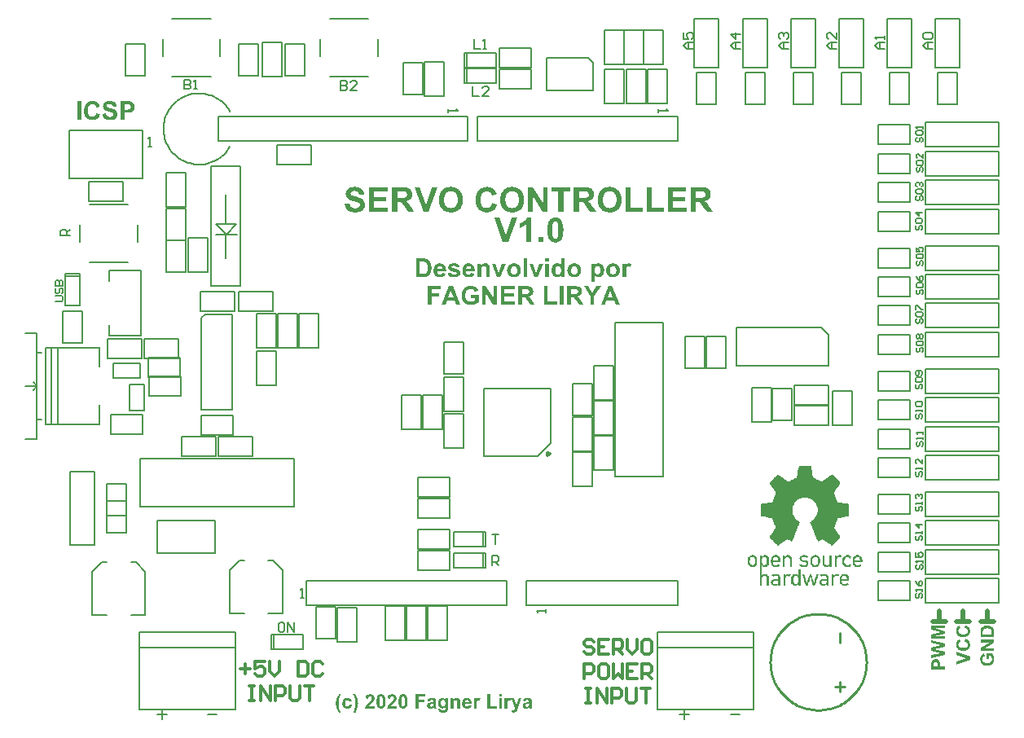
<source format=gto>
G04 Layer_Color=65535*
%FSLAX25Y25*%
%MOIN*%
G70*
G01*
G75*
%ADD31C,0.00787*%
%ADD35C,0.01969*%
%ADD51C,0.01000*%
%ADD52C,0.01181*%
G36*
X218044Y219437D02*
X218367D01*
X218536Y219421D01*
X218920Y219391D01*
X219304Y219329D01*
X219673Y219268D01*
X219842Y219221D01*
X219981Y219175D01*
X219996D01*
X220011Y219160D01*
X220103Y219129D01*
X220242Y219052D01*
X220411Y218945D01*
X220595Y218807D01*
X220795Y218637D01*
X220979Y218438D01*
X221164Y218192D01*
X221179Y218161D01*
X221241Y218069D01*
X221302Y217930D01*
X221394Y217731D01*
X221471Y217500D01*
X221548Y217239D01*
X221594Y216931D01*
X221610Y216609D01*
Y216593D01*
Y216563D01*
Y216501D01*
X221594Y216424D01*
Y216317D01*
X221579Y216209D01*
X221533Y215948D01*
X221441Y215656D01*
X221318Y215333D01*
X221164Y215025D01*
X221056Y214872D01*
X220933Y214733D01*
Y214718D01*
X220903Y214703D01*
X220857Y214672D01*
X220811Y214611D01*
X220734Y214564D01*
X220657Y214488D01*
X220549Y214411D01*
X220442Y214334D01*
X220303Y214257D01*
X220165Y214180D01*
X219996Y214103D01*
X219811Y214026D01*
X219627Y213950D01*
X219412Y213888D01*
X219197Y213842D01*
X218951Y213796D01*
X218966D01*
X218981Y213780D01*
X219058Y213734D01*
X219181Y213657D01*
X219335Y213550D01*
X219504Y213427D01*
X219689Y213273D01*
X219873Y213120D01*
X220042Y212950D01*
X220057Y212935D01*
X220119Y212858D01*
X220211Y212751D01*
X220349Y212582D01*
X220518Y212351D01*
X220703Y212074D01*
X220826Y211905D01*
X220933Y211721D01*
X221056Y211537D01*
X221195Y211321D01*
X222424Y209354D01*
X219981D01*
X218536Y211537D01*
X218520Y211552D01*
X218505Y211583D01*
X218459Y211644D01*
X218413Y211721D01*
X218351Y211828D01*
X218274Y211921D01*
X218105Y212167D01*
X217936Y212428D01*
X217752Y212659D01*
X217583Y212874D01*
X217521Y212966D01*
X217460Y213027D01*
X217444Y213043D01*
X217414Y213073D01*
X217352Y213135D01*
X217275Y213196D01*
X217076Y213335D01*
X216968Y213396D01*
X216845Y213442D01*
X216830D01*
X216783Y213458D01*
X216707Y213489D01*
X216599Y213504D01*
X216461Y213535D01*
X216292Y213550D01*
X216076Y213565D01*
X215431D01*
Y209354D01*
X213387D01*
Y219452D01*
X217905D01*
X218044Y219437D01*
D02*
G37*
G36*
X212050Y217746D02*
X209083D01*
Y209354D01*
X207039D01*
Y217746D01*
X204072D01*
Y219452D01*
X212050D01*
Y217746D01*
D02*
G37*
G36*
X143668Y219437D02*
X143991D01*
X144160Y219421D01*
X144544Y219391D01*
X144929Y219329D01*
X145298Y219268D01*
X145467Y219221D01*
X145605Y219175D01*
X145620D01*
X145636Y219160D01*
X145728Y219129D01*
X145866Y219052D01*
X146035Y218945D01*
X146220Y218807D01*
X146420Y218637D01*
X146604Y218438D01*
X146789Y218192D01*
X146804Y218161D01*
X146865Y218069D01*
X146927Y217930D01*
X147019Y217731D01*
X147096Y217500D01*
X147173Y217239D01*
X147219Y216931D01*
X147234Y216609D01*
Y216593D01*
Y216563D01*
Y216501D01*
X147219Y216424D01*
Y216317D01*
X147204Y216209D01*
X147157Y215948D01*
X147065Y215656D01*
X146942Y215333D01*
X146789Y215025D01*
X146681Y214872D01*
X146558Y214733D01*
Y214718D01*
X146527Y214703D01*
X146481Y214672D01*
X146435Y214611D01*
X146358Y214564D01*
X146281Y214488D01*
X146174Y214411D01*
X146066Y214334D01*
X145928Y214257D01*
X145790Y214180D01*
X145620Y214103D01*
X145436Y214026D01*
X145252Y213950D01*
X145036Y213888D01*
X144821Y213842D01*
X144575Y213796D01*
X144591D01*
X144606Y213780D01*
X144683Y213734D01*
X144806Y213657D01*
X144959Y213550D01*
X145129Y213427D01*
X145313Y213273D01*
X145498Y213120D01*
X145667Y212950D01*
X145682Y212935D01*
X145743Y212858D01*
X145836Y212751D01*
X145974Y212582D01*
X146143Y212351D01*
X146327Y212074D01*
X146450Y211905D01*
X146558Y211721D01*
X146681Y211537D01*
X146819Y211321D01*
X148049Y209354D01*
X145605D01*
X144160Y211537D01*
X144145Y211552D01*
X144130Y211583D01*
X144083Y211644D01*
X144037Y211721D01*
X143976Y211828D01*
X143899Y211921D01*
X143730Y212167D01*
X143561Y212428D01*
X143376Y212659D01*
X143207Y212874D01*
X143146Y212966D01*
X143084Y213027D01*
X143069Y213043D01*
X143038Y213073D01*
X142977Y213135D01*
X142900Y213196D01*
X142700Y213335D01*
X142593Y213396D01*
X142470Y213442D01*
X142454D01*
X142408Y213458D01*
X142331Y213489D01*
X142224Y213504D01*
X142085Y213535D01*
X141916Y213550D01*
X141701Y213565D01*
X141056D01*
Y209354D01*
X139011D01*
Y219452D01*
X143530D01*
X143668Y219437D01*
D02*
G37*
G36*
X236611Y211060D02*
X241668D01*
Y209354D01*
X234567D01*
Y219360D01*
X236611D01*
Y211060D01*
D02*
G37*
G36*
X265798Y219437D02*
X266121D01*
X266290Y219421D01*
X266674Y219391D01*
X267059Y219329D01*
X267428Y219268D01*
X267597Y219221D01*
X267735Y219175D01*
X267750D01*
X267766Y219160D01*
X267858Y219129D01*
X267996Y219052D01*
X268165Y218945D01*
X268350Y218807D01*
X268550Y218637D01*
X268734Y218438D01*
X268919Y218192D01*
X268934Y218161D01*
X268995Y218069D01*
X269057Y217930D01*
X269149Y217731D01*
X269226Y217500D01*
X269303Y217239D01*
X269349Y216931D01*
X269364Y216609D01*
Y216593D01*
Y216563D01*
Y216501D01*
X269349Y216424D01*
Y216317D01*
X269334Y216209D01*
X269287Y215948D01*
X269195Y215656D01*
X269072Y215333D01*
X268919Y215025D01*
X268811Y214872D01*
X268688Y214733D01*
Y214718D01*
X268657Y214703D01*
X268611Y214672D01*
X268565Y214611D01*
X268488Y214564D01*
X268411Y214488D01*
X268304Y214411D01*
X268196Y214334D01*
X268058Y214257D01*
X267919Y214180D01*
X267750Y214103D01*
X267566Y214026D01*
X267382Y213950D01*
X267166Y213888D01*
X266951Y213842D01*
X266705Y213796D01*
X266721D01*
X266736Y213780D01*
X266813Y213734D01*
X266936Y213657D01*
X267090Y213550D01*
X267259Y213427D01*
X267443Y213273D01*
X267628Y213120D01*
X267796Y212950D01*
X267812Y212935D01*
X267873Y212858D01*
X267966Y212751D01*
X268104Y212582D01*
X268273Y212351D01*
X268458Y212074D01*
X268580Y211905D01*
X268688Y211721D01*
X268811Y211537D01*
X268949Y211321D01*
X270179Y209354D01*
X267735D01*
X266290Y211537D01*
X266275Y211552D01*
X266260Y211583D01*
X266213Y211644D01*
X266167Y211721D01*
X266106Y211828D01*
X266029Y211921D01*
X265860Y212167D01*
X265691Y212428D01*
X265506Y212659D01*
X265337Y212874D01*
X265276Y212966D01*
X265214Y213027D01*
X265199Y213043D01*
X265168Y213073D01*
X265107Y213135D01*
X265030Y213196D01*
X264830Y213335D01*
X264723Y213396D01*
X264600Y213442D01*
X264584D01*
X264538Y213458D01*
X264461Y213489D01*
X264354Y213504D01*
X264215Y213535D01*
X264046Y213550D01*
X263831Y213565D01*
X263186D01*
Y209354D01*
X261141D01*
Y219452D01*
X265660D01*
X265798Y219437D01*
D02*
G37*
G36*
X259205Y217746D02*
X253779D01*
Y215502D01*
X258821D01*
Y213796D01*
X253779D01*
Y211060D01*
X259404D01*
Y209354D01*
X251735D01*
Y219452D01*
X259205D01*
Y217746D01*
D02*
G37*
G36*
X245218Y211060D02*
X250275D01*
Y209354D01*
X243174D01*
Y219360D01*
X245218D01*
Y211060D01*
D02*
G37*
G36*
X186574Y197021D02*
X184376D01*
X180764Y207119D01*
X182962D01*
X185529Y199649D01*
X187988Y207119D01*
X190170D01*
X186574Y197021D01*
D02*
G37*
G36*
X200945D02*
X199008D01*
Y198958D01*
X200945D01*
Y197021D01*
D02*
G37*
G36*
X195734D02*
X193798D01*
Y204306D01*
X193782Y204291D01*
X193752Y204260D01*
X193690Y204214D01*
X193613Y204137D01*
X193506Y204061D01*
X193383Y203968D01*
X193244Y203861D01*
X193075Y203753D01*
X192906Y203630D01*
X192706Y203507D01*
X192291Y203277D01*
X191815Y203046D01*
X191292Y202846D01*
Y204598D01*
X191308D01*
X191323Y204614D01*
X191369Y204629D01*
X191431Y204645D01*
X191584Y204706D01*
X191784Y204814D01*
X192030Y204937D01*
X192307Y205106D01*
X192614Y205290D01*
X192937Y205536D01*
X192952Y205551D01*
X192983Y205567D01*
X193029Y205613D01*
X193075Y205659D01*
X193229Y205797D01*
X193429Y205997D01*
X193629Y206228D01*
X193828Y206504D01*
X194013Y206812D01*
X194151Y207150D01*
X195734D01*
Y197021D01*
D02*
G37*
G36*
X163265Y219606D02*
X163419D01*
X163603Y219575D01*
X163819Y219544D01*
X164064Y219498D01*
X164326Y219452D01*
X164618Y219375D01*
X164894Y219283D01*
X165202Y219160D01*
X165494Y219037D01*
X165786Y218868D01*
X166078Y218684D01*
X166355Y218468D01*
X166616Y218222D01*
X166631Y218207D01*
X166677Y218161D01*
X166739Y218084D01*
X166831Y217961D01*
X166923Y217823D01*
X167046Y217654D01*
X167154Y217454D01*
X167292Y217223D01*
X167415Y216962D01*
X167538Y216670D01*
X167646Y216363D01*
X167738Y216024D01*
X167830Y215656D01*
X167892Y215256D01*
X167938Y214826D01*
X167953Y214380D01*
Y214349D01*
Y214272D01*
X167938Y214149D01*
Y213980D01*
X167907Y213765D01*
X167876Y213535D01*
X167845Y213258D01*
X167784Y212981D01*
X167722Y212674D01*
X167630Y212367D01*
X167523Y212044D01*
X167384Y211721D01*
X167231Y211414D01*
X167062Y211106D01*
X166846Y210814D01*
X166616Y210537D01*
X166601Y210522D01*
X166554Y210476D01*
X166478Y210415D01*
X166370Y210322D01*
X166247Y210215D01*
X166078Y210107D01*
X165893Y209984D01*
X165678Y209861D01*
X165432Y209723D01*
X165171Y209600D01*
X164879Y209492D01*
X164556Y209385D01*
X164218Y209293D01*
X163865Y209231D01*
X163480Y209185D01*
X163065Y209170D01*
X162973D01*
X162850Y209185D01*
X162697D01*
X162512Y209216D01*
X162282Y209246D01*
X162036Y209277D01*
X161774Y209339D01*
X161498Y209415D01*
X161206Y209508D01*
X160914Y209615D01*
X160622Y209754D01*
X160314Y209907D01*
X160038Y210092D01*
X159761Y210292D01*
X159500Y210537D01*
X159484Y210553D01*
X159438Y210599D01*
X159377Y210676D01*
X159300Y210783D01*
X159192Y210922D01*
X159084Y211091D01*
X158962Y211291D01*
X158839Y211521D01*
X158716Y211782D01*
X158593Y212059D01*
X158485Y212367D01*
X158378Y212705D01*
X158301Y213073D01*
X158239Y213458D01*
X158193Y213873D01*
X158178Y214318D01*
Y214334D01*
Y214395D01*
Y214472D01*
Y214580D01*
X158193Y214718D01*
X158208Y214872D01*
Y215041D01*
X158239Y215225D01*
X158285Y215640D01*
X158362Y216071D01*
X158470Y216501D01*
X158623Y216916D01*
Y216931D01*
X158639Y216947D01*
X158685Y217039D01*
X158762Y217193D01*
X158869Y217377D01*
X159008Y217592D01*
X159161Y217823D01*
X159361Y218069D01*
X159561Y218299D01*
X159592Y218330D01*
X159669Y218407D01*
X159792Y218514D01*
X159945Y218637D01*
X160145Y218791D01*
X160360Y218945D01*
X160606Y219083D01*
X160868Y219206D01*
X160883D01*
X160914Y219221D01*
X160960Y219252D01*
X161037Y219268D01*
X161129Y219298D01*
X161236Y219344D01*
X161359Y219375D01*
X161498Y219421D01*
X161820Y219483D01*
X162189Y219560D01*
X162604Y219606D01*
X163050Y219621D01*
X163142D01*
X163265Y219606D01*
D02*
G37*
G36*
X137075Y217746D02*
X131649D01*
Y215502D01*
X136690D01*
Y213796D01*
X131649D01*
Y211060D01*
X137275D01*
Y209354D01*
X129605D01*
Y219452D01*
X137075D01*
Y217746D01*
D02*
G37*
G36*
X228234Y219606D02*
X228388D01*
X228572Y219575D01*
X228787Y219544D01*
X229033Y219498D01*
X229295Y219452D01*
X229587Y219375D01*
X229863Y219283D01*
X230171Y219160D01*
X230463Y219037D01*
X230755Y218868D01*
X231047Y218684D01*
X231324Y218468D01*
X231585Y218222D01*
X231600Y218207D01*
X231646Y218161D01*
X231708Y218084D01*
X231800Y217961D01*
X231892Y217823D01*
X232015Y217654D01*
X232123Y217454D01*
X232261Y217223D01*
X232384Y216962D01*
X232507Y216670D01*
X232615Y216363D01*
X232707Y216024D01*
X232799Y215656D01*
X232860Y215256D01*
X232907Y214826D01*
X232922Y214380D01*
Y214349D01*
Y214272D01*
X232907Y214149D01*
Y213980D01*
X232876Y213765D01*
X232845Y213535D01*
X232814Y213258D01*
X232753Y212981D01*
X232692Y212674D01*
X232599Y212367D01*
X232492Y212044D01*
X232353Y211721D01*
X232200Y211414D01*
X232031Y211106D01*
X231815Y210814D01*
X231585Y210537D01*
X231570Y210522D01*
X231523Y210476D01*
X231447Y210415D01*
X231339Y210322D01*
X231216Y210215D01*
X231047Y210107D01*
X230862Y209984D01*
X230647Y209861D01*
X230401Y209723D01*
X230140Y209600D01*
X229848Y209492D01*
X229525Y209385D01*
X229187Y209293D01*
X228834Y209231D01*
X228449Y209185D01*
X228034Y209170D01*
X227942D01*
X227819Y209185D01*
X227665D01*
X227481Y209216D01*
X227251Y209246D01*
X227005Y209277D01*
X226743Y209339D01*
X226467Y209415D01*
X226175Y209508D01*
X225883Y209615D01*
X225590Y209754D01*
X225283Y209907D01*
X225007Y210092D01*
X224730Y210292D01*
X224468Y210537D01*
X224453Y210553D01*
X224407Y210599D01*
X224346Y210676D01*
X224269Y210783D01*
X224161Y210922D01*
X224054Y211091D01*
X223931Y211291D01*
X223808Y211521D01*
X223685Y211782D01*
X223562Y212059D01*
X223454Y212367D01*
X223346Y212705D01*
X223270Y213073D01*
X223208Y213458D01*
X223162Y213873D01*
X223147Y214318D01*
Y214334D01*
Y214395D01*
Y214472D01*
Y214580D01*
X223162Y214718D01*
X223177Y214872D01*
Y215041D01*
X223208Y215225D01*
X223254Y215640D01*
X223331Y216071D01*
X223439Y216501D01*
X223592Y216916D01*
Y216931D01*
X223608Y216947D01*
X223654Y217039D01*
X223731Y217193D01*
X223838Y217377D01*
X223977Y217592D01*
X224130Y217823D01*
X224330Y218069D01*
X224530Y218299D01*
X224561Y218330D01*
X224638Y218407D01*
X224761Y218514D01*
X224914Y218637D01*
X225114Y218791D01*
X225329Y218945D01*
X225575Y219083D01*
X225836Y219206D01*
X225852D01*
X225883Y219221D01*
X225929Y219252D01*
X226006Y219268D01*
X226098Y219298D01*
X226205Y219344D01*
X226328Y219375D01*
X226467Y219421D01*
X226789Y219483D01*
X227158Y219560D01*
X227573Y219606D01*
X228019Y219621D01*
X228111D01*
X228234Y219606D01*
D02*
G37*
G36*
X188318D02*
X188472D01*
X188656Y219575D01*
X188872Y219544D01*
X189118Y219498D01*
X189379Y219452D01*
X189671Y219375D01*
X189947Y219283D01*
X190255Y219160D01*
X190547Y219037D01*
X190839Y218868D01*
X191131Y218684D01*
X191408Y218468D01*
X191669Y218222D01*
X191684Y218207D01*
X191730Y218161D01*
X191792Y218084D01*
X191884Y217961D01*
X191976Y217823D01*
X192099Y217654D01*
X192207Y217454D01*
X192345Y217223D01*
X192468Y216962D01*
X192591Y216670D01*
X192699Y216363D01*
X192791Y216024D01*
X192883Y215656D01*
X192945Y215256D01*
X192991Y214826D01*
X193006Y214380D01*
Y214349D01*
Y214272D01*
X192991Y214149D01*
Y213980D01*
X192960Y213765D01*
X192929Y213535D01*
X192898Y213258D01*
X192837Y212981D01*
X192776Y212674D01*
X192683Y212367D01*
X192576Y212044D01*
X192437Y211721D01*
X192284Y211414D01*
X192115Y211106D01*
X191900Y210814D01*
X191669Y210537D01*
X191654Y210522D01*
X191607Y210476D01*
X191531Y210415D01*
X191423Y210322D01*
X191300Y210215D01*
X191131Y210107D01*
X190947Y209984D01*
X190731Y209861D01*
X190485Y209723D01*
X190224Y209600D01*
X189932Y209492D01*
X189609Y209385D01*
X189271Y209293D01*
X188918Y209231D01*
X188533Y209185D01*
X188119Y209170D01*
X188026D01*
X187903Y209185D01*
X187750D01*
X187565Y209216D01*
X187335Y209246D01*
X187089Y209277D01*
X186827Y209339D01*
X186551Y209415D01*
X186259Y209508D01*
X185967Y209615D01*
X185675Y209754D01*
X185367Y209907D01*
X185091Y210092D01*
X184814Y210292D01*
X184553Y210537D01*
X184537Y210553D01*
X184491Y210599D01*
X184430Y210676D01*
X184353Y210783D01*
X184245Y210922D01*
X184138Y211091D01*
X184015Y211291D01*
X183892Y211521D01*
X183769Y211782D01*
X183646Y212059D01*
X183538Y212367D01*
X183431Y212705D01*
X183354Y213073D01*
X183292Y213458D01*
X183246Y213873D01*
X183231Y214318D01*
Y214334D01*
Y214395D01*
Y214472D01*
Y214580D01*
X183246Y214718D01*
X183262Y214872D01*
Y215041D01*
X183292Y215225D01*
X183338Y215640D01*
X183415Y216071D01*
X183523Y216501D01*
X183677Y216916D01*
Y216931D01*
X183692Y216947D01*
X183738Y217039D01*
X183815Y217193D01*
X183923Y217377D01*
X184061Y217592D01*
X184214Y217823D01*
X184414Y218069D01*
X184614Y218299D01*
X184645Y218330D01*
X184722Y218407D01*
X184845Y218514D01*
X184998Y218637D01*
X185198Y218791D01*
X185413Y218945D01*
X185659Y219083D01*
X185921Y219206D01*
X185936D01*
X185967Y219221D01*
X186013Y219252D01*
X186090Y219268D01*
X186182Y219298D01*
X186289Y219344D01*
X186412Y219375D01*
X186551Y219421D01*
X186873Y219483D01*
X187242Y219560D01*
X187657Y219606D01*
X188103Y219621D01*
X188195D01*
X188318Y219606D01*
D02*
G37*
G36*
X209092Y171428D02*
X207558D01*
Y179003D01*
X209092D01*
Y171428D01*
D02*
G37*
G36*
X202716Y172708D02*
X206509D01*
Y171428D01*
X201182D01*
Y178934D01*
X202716D01*
Y172708D01*
D02*
G37*
G36*
X194068Y178992D02*
X194310D01*
X194437Y178980D01*
X194726Y178957D01*
X195014Y178911D01*
X195291Y178865D01*
X195417Y178830D01*
X195521Y178796D01*
X195533D01*
X195544Y178784D01*
X195613Y178761D01*
X195717Y178703D01*
X195844Y178623D01*
X195982Y178519D01*
X196132Y178392D01*
X196271Y178242D01*
X196409Y178058D01*
X196420Y178035D01*
X196467Y177966D01*
X196513Y177862D01*
X196582Y177712D01*
X196640Y177539D01*
X196697Y177343D01*
X196732Y177112D01*
X196743Y176870D01*
Y176859D01*
Y176836D01*
Y176790D01*
X196732Y176732D01*
Y176651D01*
X196720Y176570D01*
X196686Y176374D01*
X196616Y176155D01*
X196524Y175913D01*
X196409Y175683D01*
X196328Y175567D01*
X196236Y175464D01*
Y175452D01*
X196213Y175441D01*
X196178Y175417D01*
X196144Y175371D01*
X196086Y175337D01*
X196028Y175279D01*
X195948Y175222D01*
X195867Y175164D01*
X195763Y175106D01*
X195659Y175048D01*
X195533Y174991D01*
X195394Y174933D01*
X195256Y174876D01*
X195095Y174829D01*
X194933Y174795D01*
X194749Y174760D01*
X194760D01*
X194772Y174749D01*
X194829Y174714D01*
X194922Y174656D01*
X195037Y174576D01*
X195164Y174484D01*
X195302Y174368D01*
X195440Y174253D01*
X195567Y174126D01*
X195579Y174115D01*
X195625Y174057D01*
X195694Y173976D01*
X195798Y173849D01*
X195925Y173677D01*
X196063Y173469D01*
X196155Y173342D01*
X196236Y173204D01*
X196328Y173065D01*
X196432Y172904D01*
X197354Y171428D01*
X195521D01*
X194437Y173065D01*
X194426Y173077D01*
X194414Y173100D01*
X194380Y173146D01*
X194345Y173204D01*
X194299Y173284D01*
X194241Y173354D01*
X194114Y173538D01*
X193988Y173734D01*
X193849Y173907D01*
X193722Y174068D01*
X193676Y174138D01*
X193630Y174184D01*
X193619Y174195D01*
X193596Y174218D01*
X193550Y174265D01*
X193492Y174311D01*
X193342Y174414D01*
X193261Y174460D01*
X193169Y174495D01*
X193157D01*
X193123Y174507D01*
X193065Y174530D01*
X192984Y174541D01*
X192881Y174564D01*
X192754Y174576D01*
X192593Y174587D01*
X192108D01*
Y171428D01*
X190575D01*
Y179003D01*
X193965D01*
X194068Y178992D01*
D02*
G37*
G36*
X214038D02*
X214280D01*
X214407Y178980D01*
X214696Y178957D01*
X214984Y178911D01*
X215261Y178865D01*
X215387Y178830D01*
X215491Y178796D01*
X215503D01*
X215514Y178784D01*
X215583Y178761D01*
X215687Y178703D01*
X215814Y178623D01*
X215952Y178519D01*
X216102Y178392D01*
X216241Y178242D01*
X216379Y178058D01*
X216390Y178035D01*
X216437Y177966D01*
X216483Y177862D01*
X216552Y177712D01*
X216610Y177539D01*
X216667Y177343D01*
X216702Y177112D01*
X216713Y176870D01*
Y176859D01*
Y176836D01*
Y176790D01*
X216702Y176732D01*
Y176651D01*
X216690Y176570D01*
X216656Y176374D01*
X216586Y176155D01*
X216494Y175913D01*
X216379Y175683D01*
X216298Y175567D01*
X216206Y175464D01*
Y175452D01*
X216183Y175441D01*
X216148Y175417D01*
X216114Y175371D01*
X216056Y175337D01*
X215998Y175279D01*
X215918Y175222D01*
X215837Y175164D01*
X215733Y175106D01*
X215629Y175048D01*
X215503Y174991D01*
X215364Y174933D01*
X215226Y174876D01*
X215064Y174829D01*
X214903Y174795D01*
X214719Y174760D01*
X214730D01*
X214742Y174749D01*
X214799Y174714D01*
X214892Y174656D01*
X215007Y174576D01*
X215134Y174484D01*
X215272Y174368D01*
X215410Y174253D01*
X215537Y174126D01*
X215549Y174115D01*
X215595Y174057D01*
X215664Y173976D01*
X215768Y173849D01*
X215895Y173677D01*
X216033Y173469D01*
X216125Y173342D01*
X216206Y173204D01*
X216298Y173065D01*
X216402Y172904D01*
X217324Y171428D01*
X215491D01*
X214407Y173065D01*
X214396Y173077D01*
X214384Y173100D01*
X214350Y173146D01*
X214315Y173204D01*
X214269Y173284D01*
X214211Y173354D01*
X214084Y173538D01*
X213958Y173734D01*
X213819Y173907D01*
X213692Y174068D01*
X213646Y174138D01*
X213600Y174184D01*
X213589Y174195D01*
X213565Y174218D01*
X213519Y174265D01*
X213462Y174311D01*
X213312Y174414D01*
X213231Y174460D01*
X213139Y174495D01*
X213127D01*
X213093Y174507D01*
X213035Y174530D01*
X212954Y174541D01*
X212851Y174564D01*
X212724Y174576D01*
X212562Y174587D01*
X212078D01*
Y171428D01*
X210545D01*
Y179003D01*
X213934D01*
X214038Y178992D01*
D02*
G37*
G36*
X221694Y174599D02*
Y171428D01*
X220161D01*
Y174610D01*
X217393Y179003D01*
X219169D01*
X220956Y175994D01*
X222709Y179003D01*
X224461D01*
X221694Y174599D01*
D02*
G37*
G36*
X181904Y171428D02*
X180371D01*
X177304Y176398D01*
Y171428D01*
X175885D01*
Y179003D01*
X177361D01*
X180486Y173919D01*
Y179003D01*
X181904D01*
Y171428D01*
D02*
G37*
G36*
X232060D02*
X230399D01*
X229754Y173146D01*
X226698D01*
X226076Y171428D01*
X224461D01*
X227401Y179003D01*
X229016D01*
X232060Y171428D01*
D02*
G37*
G36*
X178128Y219606D02*
X178282Y219590D01*
X178466Y219560D01*
X178666Y219529D01*
X178881Y219483D01*
X179127Y219421D01*
X179358Y219344D01*
X179619Y219268D01*
X179865Y219160D01*
X180111Y219022D01*
X180357Y218883D01*
X180587Y218714D01*
X180818Y218514D01*
X180833D01*
X180849Y218484D01*
X180925Y218391D01*
X181048Y218253D01*
X181202Y218038D01*
X181371Y217777D01*
X181555Y217469D01*
X181725Y217100D01*
X181863Y216670D01*
X179849Y216194D01*
Y216209D01*
X179834Y216224D01*
X179819Y216317D01*
X179757Y216455D01*
X179680Y216639D01*
X179588Y216839D01*
X179450Y217039D01*
X179296Y217239D01*
X179096Y217423D01*
X179066Y217439D01*
X178989Y217500D01*
X178881Y217577D01*
X178712Y217654D01*
X178512Y217746D01*
X178266Y217807D01*
X178005Y217869D01*
X177713Y217884D01*
X177605D01*
X177529Y217869D01*
X177436Y217853D01*
X177329Y217838D01*
X177067Y217777D01*
X176775Y217685D01*
X176468Y217546D01*
X176330Y217454D01*
X176176Y217346D01*
X176038Y217208D01*
X175899Y217070D01*
Y217054D01*
X175869Y217039D01*
X175838Y216978D01*
X175792Y216916D01*
X175746Y216824D01*
X175684Y216716D01*
X175623Y216593D01*
X175561Y216440D01*
X175484Y216270D01*
X175423Y216086D01*
X175361Y215871D01*
X175315Y215625D01*
X175269Y215379D01*
X175238Y215087D01*
X175223Y214780D01*
X175208Y214457D01*
Y214441D01*
Y214380D01*
Y214272D01*
X175223Y214149D01*
Y213980D01*
X175238Y213811D01*
X175269Y213611D01*
X175300Y213396D01*
X175377Y212950D01*
X175500Y212489D01*
X175576Y212274D01*
X175669Y212074D01*
X175761Y211890D01*
X175884Y211721D01*
X175899Y211705D01*
X175915Y211690D01*
X176007Y211598D01*
X176161Y211475D01*
X176360Y211321D01*
X176622Y211168D01*
X176929Y211045D01*
X177283Y210952D01*
X177467Y210937D01*
X177667Y210922D01*
X177744D01*
X177805Y210937D01*
X177959Y210952D01*
X178143Y210983D01*
X178374Y211045D01*
X178604Y211137D01*
X178835Y211260D01*
X179066Y211429D01*
X179096Y211460D01*
X179158Y211521D01*
X179265Y211659D01*
X179388Y211828D01*
X179527Y212059D01*
X179665Y212351D01*
X179803Y212674D01*
X179911Y213073D01*
X181894Y212459D01*
Y212443D01*
X181878Y212382D01*
X181848Y212305D01*
X181801Y212182D01*
X181755Y212044D01*
X181694Y211890D01*
X181617Y211705D01*
X181525Y211521D01*
X181325Y211122D01*
X181064Y210706D01*
X180741Y210322D01*
X180572Y210138D01*
X180372Y209984D01*
X180357Y209969D01*
X180326Y209953D01*
X180264Y209907D01*
X180188Y209861D01*
X180080Y209800D01*
X179957Y209738D01*
X179803Y209661D01*
X179634Y209584D01*
X179450Y209508D01*
X179250Y209431D01*
X179035Y209369D01*
X178804Y209308D01*
X178543Y209262D01*
X178282Y209216D01*
X177990Y209200D01*
X177698Y209185D01*
X177605D01*
X177498Y209200D01*
X177359D01*
X177190Y209231D01*
X176991Y209262D01*
X176775Y209293D01*
X176530Y209354D01*
X176268Y209431D01*
X176007Y209523D01*
X175730Y209631D01*
X175454Y209769D01*
X175177Y209923D01*
X174900Y210107D01*
X174639Y210307D01*
X174393Y210553D01*
X174378Y210568D01*
X174332Y210614D01*
X174270Y210691D01*
X174193Y210799D01*
X174101Y210937D01*
X173978Y211106D01*
X173871Y211306D01*
X173748Y211537D01*
X173625Y211782D01*
X173517Y212074D01*
X173409Y212382D01*
X173302Y212720D01*
X173225Y213073D01*
X173163Y213458D01*
X173117Y213873D01*
X173102Y214303D01*
Y214334D01*
Y214411D01*
X173117Y214549D01*
Y214718D01*
X173148Y214933D01*
X173163Y215179D01*
X173210Y215441D01*
X173271Y215733D01*
X173333Y216055D01*
X173425Y216363D01*
X173517Y216701D01*
X173640Y217024D01*
X173794Y217346D01*
X173963Y217654D01*
X174162Y217946D01*
X174393Y218222D01*
X174408Y218238D01*
X174454Y218284D01*
X174531Y218345D01*
X174624Y218438D01*
X174762Y218545D01*
X174916Y218668D01*
X175100Y218791D01*
X175315Y218929D01*
X175546Y219052D01*
X175807Y219175D01*
X176084Y219298D01*
X176391Y219406D01*
X176714Y219498D01*
X177067Y219560D01*
X177436Y219606D01*
X177821Y219621D01*
X178005D01*
X178128Y219606D01*
D02*
G37*
G36*
X202628Y209354D02*
X200584D01*
X196495Y215978D01*
Y209354D01*
X194605D01*
Y219452D01*
X196572D01*
X200737Y212674D01*
Y219452D01*
X202628D01*
Y209354D01*
D02*
G37*
G36*
X153966D02*
X151768D01*
X148156Y219452D01*
X150354D01*
X152921Y211982D01*
X155380Y219452D01*
X157563D01*
X153966Y209354D01*
D02*
G37*
G36*
X124010Y219606D02*
X124179Y219590D01*
X124364Y219575D01*
X124564Y219544D01*
X124779Y219514D01*
X125240Y219421D01*
X125716Y219268D01*
X125947Y219175D01*
X126162Y219052D01*
X126377Y218929D01*
X126562Y218776D01*
X126577Y218760D01*
X126608Y218730D01*
X126654Y218684D01*
X126715Y218622D01*
X126792Y218545D01*
X126869Y218438D01*
X126961Y218315D01*
X127053Y218176D01*
X127146Y218023D01*
X127223Y217853D01*
X127392Y217485D01*
X127453Y217269D01*
X127515Y217039D01*
X127561Y216793D01*
X127576Y216547D01*
X125532Y216470D01*
Y216486D01*
Y216501D01*
X125501Y216593D01*
X125470Y216732D01*
X125409Y216901D01*
X125332Y217085D01*
X125240Y217269D01*
X125117Y217439D01*
X124963Y217577D01*
X124948Y217592D01*
X124886Y217638D01*
X124794Y217685D01*
X124656Y217761D01*
X124471Y217823D01*
X124256Y217869D01*
X123995Y217915D01*
X123687Y217930D01*
X123549D01*
X123380Y217915D01*
X123180Y217884D01*
X122965Y217838D01*
X122734Y217777D01*
X122504Y217685D01*
X122304Y217562D01*
X122289Y217546D01*
X122258Y217515D01*
X122212Y217469D01*
X122150Y217392D01*
X122089Y217300D01*
X122043Y217193D01*
X122012Y217070D01*
X121997Y216931D01*
Y216916D01*
Y216870D01*
X122012Y216808D01*
X122028Y216716D01*
X122074Y216624D01*
X122120Y216516D01*
X122196Y216424D01*
X122289Y216317D01*
X122304Y216301D01*
X122366Y216255D01*
X122489Y216194D01*
X122565Y216163D01*
X122673Y216117D01*
X122781Y216055D01*
X122919Y216009D01*
X123057Y215948D01*
X123242Y215902D01*
X123426Y215840D01*
X123641Y215779D01*
X123887Y215702D01*
X124148Y215640D01*
X124164D01*
X124210Y215625D01*
X124287Y215610D01*
X124395Y215579D01*
X124517Y215548D01*
X124656Y215502D01*
X124978Y215425D01*
X125347Y215302D01*
X125701Y215195D01*
X126054Y215056D01*
X126208Y214995D01*
X126346Y214918D01*
X126362D01*
X126377Y214902D01*
X126469Y214856D01*
X126592Y214764D01*
X126746Y214657D01*
X126930Y214503D01*
X127115Y214334D01*
X127284Y214119D01*
X127453Y213888D01*
X127469Y213857D01*
X127515Y213780D01*
X127591Y213627D01*
X127668Y213442D01*
X127730Y213212D01*
X127807Y212935D01*
X127853Y212628D01*
X127868Y212290D01*
Y212274D01*
Y212244D01*
Y212197D01*
Y212136D01*
X127837Y211967D01*
X127807Y211752D01*
X127745Y211506D01*
X127668Y211229D01*
X127545Y210937D01*
X127376Y210645D01*
Y210630D01*
X127361Y210614D01*
X127284Y210522D01*
X127176Y210384D01*
X127023Y210230D01*
X126838Y210046D01*
X126592Y209861D01*
X126331Y209677D01*
X126008Y209523D01*
X125993D01*
X125962Y209508D01*
X125916Y209492D01*
X125855Y209461D01*
X125762Y209446D01*
X125670Y209415D01*
X125547Y209385D01*
X125409Y209354D01*
X125086Y209277D01*
X124717Y209231D01*
X124302Y209185D01*
X123826Y209170D01*
X123641D01*
X123503Y209185D01*
X123349Y209200D01*
X123165Y209216D01*
X122965Y209246D01*
X122734Y209277D01*
X122258Y209385D01*
X122012Y209461D01*
X121766Y209538D01*
X121536Y209646D01*
X121305Y209754D01*
X121074Y209892D01*
X120875Y210046D01*
X120859Y210061D01*
X120829Y210092D01*
X120782Y210138D01*
X120706Y210215D01*
X120629Y210307D01*
X120537Y210415D01*
X120444Y210553D01*
X120337Y210691D01*
X120229Y210876D01*
X120122Y211060D01*
X120029Y211275D01*
X119922Y211506D01*
X119845Y211752D01*
X119768Y212028D01*
X119707Y212320D01*
X119660Y212628D01*
X121643Y212828D01*
Y212812D01*
X121659Y212781D01*
Y212735D01*
X121674Y212659D01*
X121720Y212489D01*
X121797Y212259D01*
X121889Y212028D01*
X122012Y211782D01*
X122166Y211552D01*
X122350Y211352D01*
X122381Y211337D01*
X122458Y211275D01*
X122581Y211214D01*
X122750Y211122D01*
X122965Y211045D01*
X123211Y210968D01*
X123503Y210906D01*
X123841Y210891D01*
X124010D01*
X124179Y210906D01*
X124395Y210937D01*
X124640Y210999D01*
X124886Y211060D01*
X125117Y211168D01*
X125317Y211306D01*
X125332Y211321D01*
X125393Y211383D01*
X125470Y211460D01*
X125578Y211583D01*
X125670Y211721D01*
X125747Y211890D01*
X125809Y212074D01*
X125824Y212274D01*
Y212290D01*
Y212336D01*
X125809Y212397D01*
X125793Y212489D01*
X125732Y212674D01*
X125686Y212781D01*
X125609Y212874D01*
X125593Y212889D01*
X125563Y212920D01*
X125516Y212966D01*
X125440Y213027D01*
X125332Y213104D01*
X125209Y213166D01*
X125055Y213243D01*
X124871Y213319D01*
X124855D01*
X124794Y213350D01*
X124687Y213381D01*
X124533Y213427D01*
X124441Y213458D01*
X124318Y213489D01*
X124195Y213519D01*
X124041Y213565D01*
X123872Y213611D01*
X123687Y213657D01*
X123488Y213704D01*
X123257Y213765D01*
X123242D01*
X123180Y213780D01*
X123103Y213811D01*
X122996Y213842D01*
X122857Y213873D01*
X122704Y213919D01*
X122366Y214042D01*
X121981Y214180D01*
X121597Y214349D01*
X121259Y214549D01*
X121105Y214657D01*
X120967Y214764D01*
X120952Y214780D01*
X120921Y214810D01*
X120875Y214856D01*
X120829Y214918D01*
X120752Y214995D01*
X120675Y215087D01*
X120598Y215210D01*
X120506Y215333D01*
X120337Y215625D01*
X120183Y215978D01*
X120137Y216163D01*
X120091Y216363D01*
X120060Y216578D01*
X120045Y216793D01*
Y216808D01*
Y216824D01*
Y216870D01*
Y216931D01*
X120076Y217070D01*
X120106Y217269D01*
X120152Y217485D01*
X120229Y217731D01*
X120337Y217976D01*
X120475Y218238D01*
Y218253D01*
X120491Y218268D01*
X120552Y218345D01*
X120659Y218468D01*
X120798Y218622D01*
X120967Y218791D01*
X121182Y218960D01*
X121428Y219129D01*
X121720Y219268D01*
X121735D01*
X121751Y219283D01*
X121812Y219298D01*
X121874Y219329D01*
X121951Y219344D01*
X122043Y219375D01*
X122273Y219452D01*
X122565Y219514D01*
X122904Y219560D01*
X123288Y219606D01*
X123703Y219621D01*
X123887D01*
X124010Y219606D01*
D02*
G37*
G36*
X189122Y177724D02*
X185052D01*
Y176040D01*
X188834D01*
Y174760D01*
X185052D01*
Y172708D01*
X189272D01*
Y171428D01*
X183518D01*
Y179003D01*
X189122D01*
Y177724D01*
D02*
G37*
G36*
X166858Y171428D02*
X165197D01*
X164551Y173146D01*
X161496D01*
X160873Y171428D01*
X159259D01*
X162199Y179003D01*
X163814D01*
X166858Y171428D01*
D02*
G37*
G36*
X158764Y177724D02*
X155108D01*
Y175925D01*
X158268D01*
Y174645D01*
X155108D01*
Y171428D01*
X153575D01*
Y179003D01*
X158764D01*
Y177724D01*
D02*
G37*
G36*
X155373Y10487D02*
X155444D01*
X155612Y10479D01*
X155789Y10452D01*
X155974Y10425D01*
X156151Y10381D01*
X156231Y10355D01*
X156302Y10319D01*
X156319Y10311D01*
X156363Y10284D01*
X156425Y10249D01*
X156505Y10196D01*
X156584Y10134D01*
X156673Y10054D01*
X156752Y9966D01*
X156814Y9869D01*
X156823Y9860D01*
X156841Y9816D01*
X156859Y9745D01*
X156894Y9639D01*
X156903Y9577D01*
X156920Y9506D01*
X156929Y9427D01*
X156938Y9329D01*
X156947Y9232D01*
X156956Y9117D01*
X156965Y9002D01*
Y8870D01*
X156947Y7579D01*
Y7570D01*
Y7553D01*
Y7526D01*
Y7491D01*
Y7393D01*
X156956Y7270D01*
Y7137D01*
X156973Y6996D01*
X156982Y6872D01*
X157000Y6757D01*
Y6748D01*
X157009Y6713D01*
X157026Y6660D01*
X157044Y6589D01*
X157071Y6509D01*
X157106Y6412D01*
X157150Y6315D01*
X157203Y6200D01*
X156107D01*
Y6209D01*
X156098Y6218D01*
X156089Y6244D01*
X156081Y6280D01*
X156063Y6324D01*
X156036Y6377D01*
X156019Y6447D01*
X155992Y6518D01*
Y6527D01*
Y6536D01*
X155974Y6571D01*
X155966Y6616D01*
X155957Y6651D01*
X155948Y6642D01*
X155904Y6607D01*
X155851Y6554D01*
X155771Y6492D01*
X155683Y6421D01*
X155577Y6350D01*
X155471Y6288D01*
X155347Y6227D01*
X155329Y6218D01*
X155294Y6209D01*
X155223Y6182D01*
X155135Y6165D01*
X155037Y6138D01*
X154922Y6112D01*
X154790Y6103D01*
X154657Y6094D01*
X154595D01*
X154551Y6103D01*
X154498D01*
X154428Y6112D01*
X154286Y6138D01*
X154118Y6182D01*
X153950Y6235D01*
X153782Y6324D01*
X153632Y6439D01*
X153614Y6456D01*
X153570Y6501D01*
X153517Y6580D01*
X153446Y6686D01*
X153375Y6819D01*
X153323Y6969D01*
X153278Y7146D01*
X153261Y7340D01*
Y7358D01*
Y7402D01*
X153269Y7464D01*
X153278Y7553D01*
X153305Y7650D01*
X153331Y7756D01*
X153375Y7862D01*
X153429Y7968D01*
X153437Y7977D01*
X153464Y8012D01*
X153499Y8065D01*
X153552Y8127D01*
X153614Y8198D01*
X153694Y8269D01*
X153791Y8339D01*
X153897Y8401D01*
X153915Y8410D01*
X153959Y8428D01*
X154030Y8454D01*
X154127Y8490D01*
X154251Y8534D01*
X154401Y8578D01*
X154578Y8622D01*
X154781Y8666D01*
X154790D01*
X154816Y8675D01*
X154852Y8684D01*
X154905Y8693D01*
X154976Y8702D01*
X155046Y8719D01*
X155214Y8755D01*
X155391Y8799D01*
X155568Y8843D01*
X155736Y8887D01*
X155807Y8914D01*
X155868Y8940D01*
Y9047D01*
Y9064D01*
Y9099D01*
X155860Y9153D01*
X155851Y9223D01*
X155833Y9303D01*
X155798Y9374D01*
X155762Y9444D01*
X155709Y9506D01*
X155700Y9515D01*
X155674Y9533D01*
X155639Y9550D01*
X155577Y9577D01*
X155497Y9603D01*
X155391Y9630D01*
X155258Y9639D01*
X155108Y9648D01*
X155055D01*
X155002Y9639D01*
X154940Y9630D01*
X154781Y9595D01*
X154710Y9568D01*
X154640Y9524D01*
X154631Y9515D01*
X154613Y9497D01*
X154578Y9471D01*
X154542Y9427D01*
X154498Y9374D01*
X154454Y9303D01*
X154410Y9214D01*
X154374Y9117D01*
X153375Y9303D01*
Y9312D01*
X153384Y9329D01*
X153393Y9365D01*
X153411Y9400D01*
X153455Y9506D01*
X153508Y9639D01*
X153588Y9789D01*
X153694Y9930D01*
X153817Y10072D01*
X153959Y10196D01*
X153968D01*
X153977Y10204D01*
X154003Y10222D01*
X154039Y10240D01*
X154083Y10266D01*
X154136Y10293D01*
X154198Y10319D01*
X154268Y10346D01*
X154348Y10373D01*
X154445Y10399D01*
X154542Y10425D01*
X154657Y10452D01*
X154772Y10470D01*
X154905Y10487D01*
X155037Y10496D01*
X155312D01*
X155373Y10487D01*
D02*
G37*
G36*
X152589Y11027D02*
X149786D01*
Y9648D01*
X152209D01*
Y8666D01*
X149786D01*
Y6200D01*
X148611D01*
Y12008D01*
X152589D01*
Y11027D01*
D02*
G37*
G36*
X139143Y12017D02*
X139214Y12008D01*
X139302Y11999D01*
X139391Y11990D01*
X139497Y11964D01*
X139709Y11911D01*
X139939Y11831D01*
X140045Y11778D01*
X140160Y11716D01*
X140257Y11637D01*
X140354Y11557D01*
X140363Y11548D01*
X140372Y11539D01*
X140398Y11513D01*
X140434Y11478D01*
X140469Y11433D01*
X140513Y11371D01*
X140602Y11239D01*
X140690Y11071D01*
X140770Y10876D01*
X140832Y10655D01*
X140840Y10532D01*
X140849Y10408D01*
Y10390D01*
Y10346D01*
X140840Y10266D01*
X140832Y10169D01*
X140814Y10054D01*
X140787Y9930D01*
X140752Y9789D01*
X140708Y9656D01*
X140699Y9639D01*
X140681Y9595D01*
X140646Y9524D01*
X140602Y9435D01*
X140540Y9320D01*
X140460Y9197D01*
X140363Y9064D01*
X140257Y8923D01*
X140248Y8914D01*
X140222Y8879D01*
X140169Y8817D01*
X140089Y8737D01*
X139992Y8631D01*
X139859Y8498D01*
X139709Y8348D01*
X139523Y8180D01*
X139514Y8171D01*
X139497Y8162D01*
X139470Y8136D01*
X139444Y8101D01*
X139355Y8021D01*
X139249Y7915D01*
X139134Y7809D01*
X139028Y7703D01*
X138931Y7606D01*
X138896Y7570D01*
X138860Y7535D01*
X138851Y7526D01*
X138834Y7508D01*
X138807Y7482D01*
X138781Y7438D01*
X138701Y7349D01*
X138630Y7234D01*
X140849D01*
Y6200D01*
X136951D01*
Y6209D01*
Y6227D01*
X136960Y6262D01*
X136969Y6297D01*
X136977Y6350D01*
X136986Y6412D01*
X137022Y6554D01*
X137066Y6730D01*
X137136Y6916D01*
X137216Y7111D01*
X137322Y7305D01*
Y7314D01*
X137340Y7332D01*
X137357Y7358D01*
X137384Y7402D01*
X137428Y7455D01*
X137472Y7517D01*
X137534Y7597D01*
X137596Y7676D01*
X137676Y7773D01*
X137773Y7880D01*
X137870Y7994D01*
X137985Y8118D01*
X138118Y8251D01*
X138250Y8392D01*
X138409Y8543D01*
X138577Y8702D01*
X138586Y8711D01*
X138613Y8728D01*
X138648Y8772D01*
X138701Y8817D01*
X138754Y8870D01*
X138825Y8940D01*
X138975Y9082D01*
X139134Y9241D01*
X139285Y9400D01*
X139355Y9471D01*
X139417Y9533D01*
X139470Y9595D01*
X139506Y9648D01*
X139514Y9665D01*
X139541Y9709D01*
X139576Y9771D01*
X139620Y9860D01*
X139665Y9966D01*
X139700Y10081D01*
X139727Y10204D01*
X139735Y10328D01*
Y10346D01*
Y10390D01*
X139727Y10461D01*
X139709Y10540D01*
X139682Y10629D01*
X139647Y10726D01*
X139603Y10823D01*
X139532Y10903D01*
X139523Y10912D01*
X139497Y10938D01*
X139453Y10965D01*
X139391Y11009D01*
X139311Y11044D01*
X139214Y11071D01*
X139099Y11097D01*
X138975Y11106D01*
X138922D01*
X138851Y11097D01*
X138781Y11080D01*
X138692Y11053D01*
X138595Y11018D01*
X138507Y10965D01*
X138418Y10894D01*
X138409Y10885D01*
X138383Y10850D01*
X138356Y10806D01*
X138312Y10726D01*
X138277Y10629D01*
X138233Y10514D01*
X138206Y10364D01*
X138188Y10196D01*
X137083Y10302D01*
Y10311D01*
X137092Y10346D01*
Y10390D01*
X137110Y10452D01*
X137119Y10532D01*
X137145Y10611D01*
X137163Y10708D01*
X137198Y10814D01*
X137278Y11027D01*
X137384Y11248D01*
X137455Y11354D01*
X137525Y11451D01*
X137614Y11539D01*
X137702Y11619D01*
X137711Y11628D01*
X137729Y11637D01*
X137755Y11654D01*
X137799Y11681D01*
X137844Y11716D01*
X137906Y11751D01*
X137976Y11787D01*
X138065Y11822D01*
X138153Y11858D01*
X138250Y11893D01*
X138471Y11964D01*
X138719Y12008D01*
X138860Y12026D01*
X139081D01*
X139143Y12017D01*
D02*
G37*
G36*
X179091Y7181D02*
X181999D01*
Y6200D01*
X177915D01*
Y11955D01*
X179091D01*
Y7181D01*
D02*
G37*
G36*
X120765Y10487D02*
X120835D01*
X120906Y10479D01*
X121083Y10452D01*
X121277Y10417D01*
X121481Y10355D01*
X121675Y10275D01*
X121861Y10160D01*
X121870D01*
X121879Y10143D01*
X121941Y10098D01*
X122020Y10019D01*
X122117Y9913D01*
X122223Y9771D01*
X122338Y9603D01*
X122435Y9400D01*
X122524Y9161D01*
X121428Y8967D01*
Y8985D01*
X121419Y9020D01*
X121401Y9073D01*
X121375Y9144D01*
X121339Y9223D01*
X121295Y9303D01*
X121242Y9382D01*
X121171Y9453D01*
X121163Y9462D01*
X121136Y9480D01*
X121092Y9506D01*
X121039Y9542D01*
X120959Y9568D01*
X120871Y9595D01*
X120774Y9612D01*
X120659Y9621D01*
X120588D01*
X120517Y9603D01*
X120420Y9586D01*
X120314Y9550D01*
X120208Y9497D01*
X120093Y9427D01*
X119996Y9329D01*
X119987Y9312D01*
X119960Y9276D01*
X119916Y9206D01*
X119872Y9099D01*
X119828Y8967D01*
X119783Y8799D01*
X119757Y8604D01*
X119748Y8490D01*
Y8366D01*
Y8357D01*
Y8330D01*
Y8295D01*
Y8242D01*
X119757Y8180D01*
X119766Y8109D01*
X119783Y7950D01*
X119810Y7773D01*
X119854Y7606D01*
X119916Y7438D01*
X119951Y7367D01*
X119996Y7305D01*
X120004Y7296D01*
X120040Y7261D01*
X120093Y7208D01*
X120173Y7155D01*
X120270Y7102D01*
X120385Y7049D01*
X120517Y7013D01*
X120668Y7004D01*
X120721D01*
X120782Y7013D01*
X120853Y7031D01*
X120933Y7049D01*
X121021Y7075D01*
X121109Y7119D01*
X121189Y7181D01*
X121198Y7190D01*
X121224Y7217D01*
X121260Y7261D01*
X121304Y7323D01*
X121348Y7411D01*
X121401Y7517D01*
X121445Y7650D01*
X121481Y7800D01*
X122577Y7614D01*
Y7606D01*
X122568Y7579D01*
X122559Y7544D01*
X122542Y7491D01*
X122524Y7429D01*
X122497Y7358D01*
X122427Y7190D01*
X122338Y7004D01*
X122223Y6810D01*
X122082Y6633D01*
X122002Y6554D01*
X121914Y6474D01*
X121905D01*
X121896Y6456D01*
X121861Y6439D01*
X121826Y6412D01*
X121781Y6386D01*
X121720Y6350D01*
X121649Y6324D01*
X121578Y6288D01*
X121490Y6253D01*
X121392Y6218D01*
X121286Y6182D01*
X121171Y6156D01*
X120915Y6112D01*
X120774Y6103D01*
X120623Y6094D01*
X120535D01*
X120473Y6103D01*
X120394Y6112D01*
X120305Y6120D01*
X120208Y6138D01*
X120093Y6165D01*
X119863Y6235D01*
X119739Y6280D01*
X119616Y6333D01*
X119492Y6403D01*
X119377Y6483D01*
X119262Y6571D01*
X119156Y6668D01*
X119147Y6677D01*
X119129Y6695D01*
X119103Y6730D01*
X119068Y6775D01*
X119032Y6837D01*
X118979Y6907D01*
X118935Y6996D01*
X118882Y7093D01*
X118829Y7199D01*
X118785Y7323D01*
X118732Y7455D01*
X118696Y7597D01*
X118661Y7756D01*
X118634Y7924D01*
X118617Y8101D01*
X118608Y8286D01*
Y8295D01*
Y8330D01*
Y8383D01*
X118617Y8463D01*
X118625Y8543D01*
X118634Y8649D01*
X118652Y8764D01*
X118678Y8879D01*
X118740Y9144D01*
X118785Y9276D01*
X118838Y9409D01*
X118900Y9550D01*
X118979Y9674D01*
X119059Y9798D01*
X119156Y9913D01*
X119165Y9922D01*
X119182Y9939D01*
X119209Y9966D01*
X119253Y10001D01*
X119315Y10045D01*
X119377Y10098D01*
X119456Y10152D01*
X119545Y10204D01*
X119651Y10258D01*
X119757Y10311D01*
X119881Y10364D01*
X120013Y10408D01*
X120155Y10443D01*
X120305Y10470D01*
X120473Y10487D01*
X120641Y10496D01*
X120712D01*
X120765Y10487D01*
D02*
G37*
G36*
X194570D02*
X194641D01*
X194809Y10479D01*
X194985Y10452D01*
X195171Y10425D01*
X195348Y10381D01*
X195427Y10355D01*
X195498Y10319D01*
X195516Y10311D01*
X195560Y10284D01*
X195622Y10249D01*
X195701Y10196D01*
X195781Y10134D01*
X195869Y10054D01*
X195949Y9966D01*
X196011Y9869D01*
X196020Y9860D01*
X196037Y9816D01*
X196055Y9745D01*
X196090Y9639D01*
X196099Y9577D01*
X196117Y9506D01*
X196126Y9427D01*
X196135Y9329D01*
X196143Y9232D01*
X196152Y9117D01*
X196161Y9002D01*
Y8870D01*
X196143Y7579D01*
Y7570D01*
Y7553D01*
Y7526D01*
Y7491D01*
Y7393D01*
X196152Y7270D01*
Y7137D01*
X196170Y6996D01*
X196179Y6872D01*
X196196Y6757D01*
Y6748D01*
X196205Y6713D01*
X196223Y6660D01*
X196241Y6589D01*
X196267Y6509D01*
X196303Y6412D01*
X196347Y6315D01*
X196400Y6200D01*
X195304D01*
Y6209D01*
X195295Y6218D01*
X195286Y6244D01*
X195277Y6280D01*
X195259Y6324D01*
X195233Y6377D01*
X195215Y6447D01*
X195189Y6518D01*
Y6527D01*
Y6536D01*
X195171Y6571D01*
X195162Y6616D01*
X195153Y6651D01*
X195144Y6642D01*
X195100Y6607D01*
X195047Y6554D01*
X194968Y6492D01*
X194879Y6421D01*
X194773Y6350D01*
X194667Y6288D01*
X194543Y6227D01*
X194526Y6218D01*
X194490Y6209D01*
X194420Y6182D01*
X194331Y6165D01*
X194234Y6138D01*
X194119Y6112D01*
X193986Y6103D01*
X193854Y6094D01*
X193792D01*
X193748Y6103D01*
X193695D01*
X193624Y6112D01*
X193483Y6138D01*
X193315Y6182D01*
X193147Y6235D01*
X192979Y6324D01*
X192828Y6439D01*
X192811Y6456D01*
X192767Y6501D01*
X192713Y6580D01*
X192643Y6686D01*
X192572Y6819D01*
X192519Y6969D01*
X192475Y7146D01*
X192457Y7340D01*
Y7358D01*
Y7402D01*
X192466Y7464D01*
X192475Y7553D01*
X192501Y7650D01*
X192528Y7756D01*
X192572Y7862D01*
X192625Y7968D01*
X192634Y7977D01*
X192660Y8012D01*
X192696Y8065D01*
X192749Y8127D01*
X192811Y8198D01*
X192890Y8269D01*
X192988Y8339D01*
X193094Y8401D01*
X193111Y8410D01*
X193156Y8428D01*
X193226Y8454D01*
X193324Y8490D01*
X193447Y8534D01*
X193597Y8578D01*
X193774Y8622D01*
X193978Y8666D01*
X193986D01*
X194013Y8675D01*
X194048Y8684D01*
X194101Y8693D01*
X194172Y8702D01*
X194243Y8719D01*
X194411Y8755D01*
X194588Y8799D01*
X194764Y8843D01*
X194932Y8887D01*
X195003Y8914D01*
X195065Y8940D01*
Y9047D01*
Y9064D01*
Y9099D01*
X195056Y9153D01*
X195047Y9223D01*
X195030Y9303D01*
X194994Y9374D01*
X194959Y9444D01*
X194906Y9506D01*
X194897Y9515D01*
X194870Y9533D01*
X194835Y9550D01*
X194773Y9577D01*
X194694Y9603D01*
X194588Y9630D01*
X194455Y9639D01*
X194305Y9648D01*
X194252D01*
X194199Y9639D01*
X194137Y9630D01*
X193978Y9595D01*
X193907Y9568D01*
X193836Y9524D01*
X193827Y9515D01*
X193810Y9497D01*
X193774Y9471D01*
X193739Y9427D01*
X193695Y9374D01*
X193651Y9303D01*
X193606Y9214D01*
X193571Y9117D01*
X192572Y9303D01*
Y9312D01*
X192581Y9329D01*
X192590Y9365D01*
X192607Y9400D01*
X192652Y9506D01*
X192705Y9639D01*
X192784Y9789D01*
X192890Y9930D01*
X193014Y10072D01*
X193156Y10196D01*
X193164D01*
X193173Y10204D01*
X193200Y10222D01*
X193235Y10240D01*
X193279Y10266D01*
X193332Y10293D01*
X193394Y10319D01*
X193465Y10346D01*
X193544Y10373D01*
X193642Y10399D01*
X193739Y10425D01*
X193854Y10452D01*
X193969Y10470D01*
X194101Y10487D01*
X194234Y10496D01*
X194508D01*
X194570Y10487D01*
D02*
G37*
G36*
X183944Y6200D02*
X182830D01*
Y10408D01*
X183944D01*
Y6200D01*
D02*
G37*
G36*
X159714Y10487D02*
X159776Y10479D01*
X159855Y10461D01*
X159944Y10434D01*
X160032Y10408D01*
X160129Y10373D01*
X160235Y10328D01*
X160341Y10275D01*
X160448Y10204D01*
X160554Y10125D01*
X160660Y10037D01*
X160766Y9930D01*
X160863Y9807D01*
Y10408D01*
X161906D01*
Y6624D01*
Y6616D01*
Y6589D01*
Y6554D01*
Y6501D01*
Y6439D01*
X161897Y6368D01*
X161888Y6209D01*
X161880Y6032D01*
X161853Y5846D01*
X161827Y5670D01*
X161800Y5590D01*
X161782Y5519D01*
X161774Y5502D01*
X161756Y5457D01*
X161729Y5387D01*
X161694Y5307D01*
X161641Y5210D01*
X161588Y5113D01*
X161517Y5024D01*
X161438Y4936D01*
X161429Y4927D01*
X161393Y4901D01*
X161349Y4865D01*
X161278Y4812D01*
X161199Y4759D01*
X161093Y4706D01*
X160978Y4653D01*
X160845Y4609D01*
X160828Y4600D01*
X160775Y4591D01*
X160695Y4573D01*
X160589Y4547D01*
X160456Y4520D01*
X160297Y4503D01*
X160112Y4494D01*
X159908Y4485D01*
X159811D01*
X159731Y4494D01*
X159643D01*
X159546Y4503D01*
X159440Y4520D01*
X159316Y4529D01*
X159069Y4573D01*
X158812Y4644D01*
X158697Y4688D01*
X158582Y4733D01*
X158476Y4794D01*
X158388Y4856D01*
X158379Y4865D01*
X158370Y4874D01*
X158317Y4927D01*
X158246Y5007D01*
X158167Y5113D01*
X158087Y5245D01*
X158017Y5404D01*
X157964Y5581D01*
X157955Y5678D01*
X157946Y5785D01*
Y5793D01*
Y5829D01*
Y5864D01*
X157955Y5917D01*
X159228Y5767D01*
Y5758D01*
X159236Y5731D01*
X159245Y5696D01*
X159254Y5643D01*
X159298Y5546D01*
X159334Y5493D01*
X159369Y5457D01*
X159378Y5449D01*
X159396Y5440D01*
X159440Y5422D01*
X159493Y5396D01*
X159564Y5369D01*
X159643Y5351D01*
X159749Y5342D01*
X159864Y5334D01*
X159935D01*
X160014Y5342D01*
X160112Y5351D01*
X160218Y5369D01*
X160324Y5387D01*
X160430Y5422D01*
X160518Y5466D01*
X160527Y5475D01*
X160545Y5484D01*
X160571Y5502D01*
X160598Y5537D01*
X160633Y5572D01*
X160669Y5625D01*
X160704Y5687D01*
X160739Y5758D01*
Y5767D01*
X160748Y5785D01*
X160757Y5820D01*
X160766Y5873D01*
X160775Y5944D01*
X160783Y6032D01*
X160792Y6138D01*
Y6262D01*
Y6889D01*
X160783Y6881D01*
X160766Y6863D01*
X160739Y6828D01*
X160704Y6783D01*
X160651Y6730D01*
X160598Y6668D01*
X160527Y6607D01*
X160448Y6545D01*
X160262Y6421D01*
X160050Y6306D01*
X159935Y6262D01*
X159811Y6227D01*
X159678Y6209D01*
X159537Y6200D01*
X159502D01*
X159457Y6209D01*
X159396D01*
X159325Y6227D01*
X159245Y6235D01*
X159148Y6262D01*
X159051Y6288D01*
X158945Y6324D01*
X158839Y6377D01*
X158724Y6430D01*
X158609Y6501D01*
X158503Y6580D01*
X158397Y6677D01*
X158291Y6792D01*
X158193Y6916D01*
Y6925D01*
X158176Y6943D01*
X158158Y6978D01*
X158131Y7022D01*
X158105Y7075D01*
X158070Y7137D01*
X158043Y7217D01*
X158008Y7305D01*
X157972Y7402D01*
X157937Y7508D01*
X157902Y7623D01*
X157875Y7747D01*
X157831Y8021D01*
X157822Y8171D01*
X157813Y8322D01*
Y8330D01*
Y8366D01*
Y8419D01*
X157822Y8498D01*
X157831Y8587D01*
X157840Y8684D01*
X157857Y8799D01*
X157875Y8914D01*
X157937Y9179D01*
X157981Y9312D01*
X158025Y9444D01*
X158087Y9577D01*
X158149Y9701D01*
X158229Y9824D01*
X158317Y9930D01*
X158326Y9939D01*
X158344Y9957D01*
X158370Y9984D01*
X158405Y10019D01*
X158458Y10063D01*
X158520Y10107D01*
X158582Y10160D01*
X158662Y10213D01*
X158750Y10266D01*
X158847Y10319D01*
X159060Y10408D01*
X159183Y10443D01*
X159307Y10470D01*
X159440Y10487D01*
X159581Y10496D01*
X159661D01*
X159714Y10487D01*
D02*
G37*
G36*
X123815Y12096D02*
X123832Y12070D01*
X123859Y12017D01*
X123903Y11955D01*
X123956Y11875D01*
X124009Y11787D01*
X124071Y11681D01*
X124142Y11557D01*
X124212Y11424D01*
X124292Y11283D01*
X124372Y11133D01*
X124442Y10982D01*
X124592Y10646D01*
X124725Y10293D01*
Y10284D01*
X124743Y10249D01*
X124760Y10196D01*
X124778Y10125D01*
X124805Y10045D01*
X124831Y9939D01*
X124858Y9824D01*
X124893Y9692D01*
X124928Y9550D01*
X124955Y9400D01*
X125008Y9073D01*
X125043Y8719D01*
X125061Y8357D01*
Y8348D01*
Y8322D01*
Y8277D01*
Y8215D01*
X125052Y8136D01*
X125043Y8048D01*
Y7942D01*
X125026Y7827D01*
X125017Y7703D01*
X124999Y7561D01*
X124973Y7420D01*
X124946Y7261D01*
X124884Y6934D01*
X124796Y6580D01*
Y6571D01*
X124778Y6536D01*
X124760Y6474D01*
X124743Y6403D01*
X124707Y6306D01*
X124663Y6191D01*
X124619Y6067D01*
X124566Y5926D01*
X124495Y5776D01*
X124425Y5608D01*
X124345Y5440D01*
X124257Y5254D01*
X124062Y4883D01*
X123823Y4494D01*
X123054D01*
Y4503D01*
X123072Y4529D01*
X123090Y4565D01*
X123107Y4609D01*
X123134Y4671D01*
X123169Y4741D01*
X123231Y4892D01*
X123311Y5068D01*
X123390Y5254D01*
X123452Y5422D01*
X123514Y5581D01*
X123523Y5599D01*
X123540Y5643D01*
X123558Y5723D01*
X123594Y5829D01*
X123629Y5953D01*
X123673Y6103D01*
X123717Y6262D01*
X123761Y6439D01*
Y6447D01*
X123770Y6456D01*
Y6483D01*
X123779Y6518D01*
X123797Y6616D01*
X123823Y6739D01*
X123850Y6881D01*
X123885Y7040D01*
X123930Y7367D01*
Y7376D01*
Y7385D01*
X123938Y7411D01*
Y7446D01*
X123947Y7535D01*
X123965Y7650D01*
X123974Y7782D01*
X123983Y7942D01*
X123991Y8101D01*
Y8277D01*
Y8286D01*
Y8322D01*
Y8366D01*
Y8437D01*
X123983Y8525D01*
Y8622D01*
X123974Y8728D01*
X123965Y8852D01*
X123956Y8985D01*
X123938Y9126D01*
X123903Y9427D01*
X123859Y9736D01*
X123788Y10054D01*
Y10063D01*
X123779Y10090D01*
X123770Y10143D01*
X123744Y10204D01*
X123726Y10284D01*
X123700Y10390D01*
X123664Y10496D01*
X123620Y10629D01*
X123576Y10770D01*
X123514Y10929D01*
X123461Y11097D01*
X123390Y11274D01*
X123311Y11469D01*
X123231Y11672D01*
X123143Y11884D01*
X123046Y12105D01*
X123806D01*
X123815Y12096D01*
D02*
G37*
G36*
X118007Y12087D02*
X117989Y12052D01*
X117963Y11990D01*
X117927Y11902D01*
X117883Y11805D01*
X117830Y11681D01*
X117777Y11548D01*
X117715Y11398D01*
X117653Y11239D01*
X117591Y11080D01*
X117467Y10735D01*
X117352Y10390D01*
X117264Y10054D01*
Y10045D01*
X117255Y10019D01*
X117246Y9975D01*
X117229Y9913D01*
X117220Y9833D01*
X117202Y9736D01*
X117185Y9639D01*
X117167Y9515D01*
X117140Y9391D01*
X117123Y9250D01*
X117096Y8949D01*
X117070Y8622D01*
X117061Y8277D01*
Y8269D01*
Y8251D01*
Y8215D01*
Y8162D01*
Y8109D01*
X117070Y8039D01*
Y7950D01*
X117078Y7862D01*
X117087Y7667D01*
X117114Y7438D01*
X117140Y7199D01*
X117176Y6943D01*
Y6934D01*
X117185Y6916D01*
Y6872D01*
X117202Y6828D01*
X117211Y6766D01*
X117229Y6695D01*
X117246Y6616D01*
X117264Y6527D01*
X117308Y6333D01*
X117370Y6112D01*
X117441Y5891D01*
X117512Y5661D01*
Y5652D01*
X117520Y5643D01*
X117529Y5617D01*
X117538Y5590D01*
X117556Y5546D01*
X117573Y5493D01*
X117600Y5431D01*
X117627Y5360D01*
X117662Y5281D01*
X117697Y5201D01*
X117777Y4998D01*
X117883Y4759D01*
X118007Y4494D01*
X117246D01*
X117238Y4503D01*
X117220Y4538D01*
X117185Y4582D01*
X117149Y4653D01*
X117096Y4741D01*
X117034Y4839D01*
X116972Y4954D01*
X116902Y5077D01*
X116831Y5210D01*
X116751Y5360D01*
X116672Y5519D01*
X116601Y5687D01*
X116451Y6032D01*
X116318Y6395D01*
Y6403D01*
X116301Y6439D01*
X116292Y6492D01*
X116265Y6562D01*
X116247Y6651D01*
X116221Y6757D01*
X116186Y6872D01*
X116159Y7004D01*
X116133Y7137D01*
X116097Y7287D01*
X116053Y7614D01*
X116018Y7950D01*
X116000Y8295D01*
Y8313D01*
Y8348D01*
Y8410D01*
X116009Y8490D01*
Y8596D01*
X116018Y8711D01*
X116035Y8852D01*
X116053Y8993D01*
X116071Y9161D01*
X116097Y9329D01*
X116168Y9692D01*
X116265Y10072D01*
X116318Y10266D01*
X116389Y10461D01*
Y10470D01*
X116407Y10505D01*
X116424Y10549D01*
X116451Y10611D01*
X116486Y10691D01*
X116522Y10779D01*
X116575Y10885D01*
X116628Y11000D01*
X116751Y11257D01*
X116893Y11530D01*
X117070Y11822D01*
X117255Y12105D01*
X118016D01*
X118007Y12087D01*
D02*
G37*
G36*
X134608Y12017D02*
X134679Y12008D01*
X134758Y11990D01*
X134847Y11972D01*
X134944Y11946D01*
X135050Y11919D01*
X135156Y11875D01*
X135271Y11831D01*
X135377Y11769D01*
X135483Y11699D01*
X135589Y11619D01*
X135687Y11522D01*
X135784Y11416D01*
X135793Y11407D01*
X135810Y11380D01*
X135837Y11336D01*
X135872Y11283D01*
X135916Y11203D01*
X135961Y11106D01*
X136014Y10991D01*
X136067Y10859D01*
X136120Y10700D01*
X136173Y10532D01*
X136217Y10337D01*
X136261Y10125D01*
X136297Y9886D01*
X136323Y9630D01*
X136341Y9356D01*
X136350Y9055D01*
Y9047D01*
Y9038D01*
Y8985D01*
Y8896D01*
X136341Y8790D01*
X136332Y8649D01*
X136323Y8498D01*
X136305Y8322D01*
X136279Y8136D01*
X136208Y7747D01*
X136164Y7553D01*
X136111Y7358D01*
X136040Y7172D01*
X135961Y6996D01*
X135872Y6828D01*
X135775Y6686D01*
X135766Y6677D01*
X135757Y6660D01*
X135731Y6633D01*
X135687Y6598D01*
X135643Y6545D01*
X135581Y6501D01*
X135519Y6447D01*
X135439Y6395D01*
X135351Y6333D01*
X135254Y6280D01*
X135139Y6235D01*
X135024Y6191D01*
X134900Y6147D01*
X134767Y6120D01*
X134617Y6103D01*
X134467Y6094D01*
X134431D01*
X134387Y6103D01*
X134325D01*
X134255Y6112D01*
X134175Y6129D01*
X134078Y6147D01*
X133981Y6174D01*
X133874Y6209D01*
X133760Y6253D01*
X133645Y6306D01*
X133530Y6368D01*
X133415Y6439D01*
X133309Y6527D01*
X133194Y6624D01*
X133097Y6739D01*
X133088Y6748D01*
X133079Y6775D01*
X133052Y6810D01*
X133017Y6872D01*
X132982Y6943D01*
X132937Y7031D01*
X132884Y7146D01*
X132840Y7278D01*
X132796Y7429D01*
X132743Y7597D01*
X132699Y7782D01*
X132663Y7994D01*
X132628Y8233D01*
X132610Y8481D01*
X132593Y8764D01*
X132584Y9064D01*
Y9073D01*
Y9082D01*
Y9135D01*
Y9223D01*
X132593Y9329D01*
X132601Y9471D01*
X132610Y9621D01*
X132628Y9789D01*
X132655Y9975D01*
X132725Y10364D01*
X132770Y10558D01*
X132823Y10753D01*
X132884Y10938D01*
X132964Y11115D01*
X133052Y11283D01*
X133150Y11424D01*
X133158Y11433D01*
X133167Y11451D01*
X133203Y11478D01*
X133238Y11522D01*
X133282Y11566D01*
X133344Y11619D01*
X133415Y11672D01*
X133494Y11725D01*
X133583Y11778D01*
X133680Y11840D01*
X133786Y11884D01*
X133901Y11928D01*
X134034Y11972D01*
X134166Y11999D01*
X134317Y12017D01*
X134467Y12026D01*
X134546D01*
X134608Y12017D01*
D02*
G37*
G36*
X130126D02*
X130197Y12008D01*
X130285Y11999D01*
X130374Y11990D01*
X130480Y11964D01*
X130692Y11911D01*
X130922Y11831D01*
X131028Y11778D01*
X131143Y11716D01*
X131240Y11637D01*
X131337Y11557D01*
X131346Y11548D01*
X131355Y11539D01*
X131382Y11513D01*
X131417Y11478D01*
X131452Y11433D01*
X131497Y11371D01*
X131585Y11239D01*
X131673Y11071D01*
X131753Y10876D01*
X131815Y10655D01*
X131824Y10532D01*
X131832Y10408D01*
Y10390D01*
Y10346D01*
X131824Y10266D01*
X131815Y10169D01*
X131797Y10054D01*
X131771Y9930D01*
X131735Y9789D01*
X131691Y9656D01*
X131682Y9639D01*
X131665Y9595D01*
X131629Y9524D01*
X131585Y9435D01*
X131523Y9320D01*
X131444Y9197D01*
X131346Y9064D01*
X131240Y8923D01*
X131231Y8914D01*
X131205Y8879D01*
X131152Y8817D01*
X131072Y8737D01*
X130975Y8631D01*
X130842Y8498D01*
X130692Y8348D01*
X130506Y8180D01*
X130498Y8171D01*
X130480Y8162D01*
X130453Y8136D01*
X130427Y8101D01*
X130339Y8021D01*
X130232Y7915D01*
X130117Y7809D01*
X130011Y7703D01*
X129914Y7606D01*
X129879Y7570D01*
X129843Y7535D01*
X129835Y7526D01*
X129817Y7508D01*
X129790Y7482D01*
X129764Y7438D01*
X129684Y7349D01*
X129614Y7234D01*
X131832D01*
Y6200D01*
X127934D01*
Y6209D01*
Y6227D01*
X127943Y6262D01*
X127952Y6297D01*
X127961Y6350D01*
X127969Y6412D01*
X128005Y6554D01*
X128049Y6730D01*
X128120Y6916D01*
X128199Y7111D01*
X128305Y7305D01*
Y7314D01*
X128323Y7332D01*
X128341Y7358D01*
X128367Y7402D01*
X128411Y7455D01*
X128456Y7517D01*
X128517Y7597D01*
X128579Y7676D01*
X128659Y7773D01*
X128756Y7880D01*
X128853Y7994D01*
X128968Y8118D01*
X129101Y8251D01*
X129234Y8392D01*
X129393Y8543D01*
X129561Y8702D01*
X129569Y8711D01*
X129596Y8728D01*
X129631Y8772D01*
X129684Y8817D01*
X129737Y8870D01*
X129808Y8940D01*
X129958Y9082D01*
X130117Y9241D01*
X130268Y9400D01*
X130339Y9471D01*
X130400Y9533D01*
X130453Y9595D01*
X130489Y9648D01*
X130498Y9665D01*
X130524Y9709D01*
X130560Y9771D01*
X130604Y9860D01*
X130648Y9966D01*
X130683Y10081D01*
X130710Y10204D01*
X130719Y10328D01*
Y10346D01*
Y10390D01*
X130710Y10461D01*
X130692Y10540D01*
X130666Y10629D01*
X130630Y10726D01*
X130586Y10823D01*
X130515Y10903D01*
X130506Y10912D01*
X130480Y10938D01*
X130436Y10965D01*
X130374Y11009D01*
X130294Y11044D01*
X130197Y11071D01*
X130082Y11097D01*
X129958Y11106D01*
X129905D01*
X129835Y11097D01*
X129764Y11080D01*
X129675Y11053D01*
X129578Y11018D01*
X129490Y10965D01*
X129401Y10894D01*
X129393Y10885D01*
X129366Y10850D01*
X129340Y10806D01*
X129295Y10726D01*
X129260Y10629D01*
X129216Y10514D01*
X129189Y10364D01*
X129172Y10196D01*
X128067Y10302D01*
Y10311D01*
X128075Y10346D01*
Y10390D01*
X128093Y10452D01*
X128102Y10532D01*
X128129Y10611D01*
X128146Y10708D01*
X128182Y10814D01*
X128261Y11027D01*
X128367Y11248D01*
X128438Y11354D01*
X128509Y11451D01*
X128597Y11539D01*
X128685Y11619D01*
X128694Y11628D01*
X128712Y11637D01*
X128738Y11654D01*
X128783Y11681D01*
X128827Y11716D01*
X128889Y11751D01*
X128959Y11787D01*
X129048Y11822D01*
X129136Y11858D01*
X129234Y11893D01*
X129455Y11964D01*
X129702Y12008D01*
X129843Y12026D01*
X130064D01*
X130126Y12017D01*
D02*
G37*
G36*
X169712Y10487D02*
X169791Y10479D01*
X169880Y10461D01*
X169986Y10443D01*
X170092Y10417D01*
X170207Y10381D01*
X170331Y10346D01*
X170454Y10293D01*
X170578Y10231D01*
X170702Y10160D01*
X170817Y10072D01*
X170932Y9984D01*
X171038Y9869D01*
X171047Y9860D01*
X171064Y9842D01*
X171091Y9807D01*
X171126Y9754D01*
X171162Y9683D01*
X171206Y9603D01*
X171259Y9515D01*
X171303Y9400D01*
X171356Y9276D01*
X171400Y9135D01*
X171444Y8976D01*
X171489Y8808D01*
X171515Y8622D01*
X171542Y8428D01*
X171559Y8207D01*
Y7977D01*
X168775D01*
Y7968D01*
Y7959D01*
Y7933D01*
X168784Y7897D01*
X168792Y7800D01*
X168810Y7694D01*
X168845Y7561D01*
X168890Y7438D01*
X168952Y7314D01*
X169040Y7199D01*
X169049Y7190D01*
X169084Y7155D01*
X169137Y7111D01*
X169217Y7066D01*
X169305Y7013D01*
X169420Y6969D01*
X169544Y6934D01*
X169676Y6925D01*
X169721D01*
X169774Y6934D01*
X169836Y6943D01*
X169897Y6960D01*
X169977Y6987D01*
X170048Y7022D01*
X170118Y7066D01*
X170127Y7075D01*
X170145Y7093D01*
X170180Y7128D01*
X170216Y7181D01*
X170260Y7243D01*
X170313Y7323D01*
X170357Y7411D01*
X170393Y7526D01*
X171497Y7340D01*
Y7332D01*
X171489Y7314D01*
X171471Y7278D01*
X171453Y7243D01*
X171436Y7190D01*
X171400Y7128D01*
X171330Y6996D01*
X171232Y6845D01*
X171117Y6695D01*
X170976Y6545D01*
X170817Y6412D01*
X170808D01*
X170799Y6395D01*
X170773Y6386D01*
X170737Y6359D01*
X170693Y6341D01*
X170631Y6315D01*
X170499Y6253D01*
X170331Y6191D01*
X170136Y6147D01*
X169915Y6112D01*
X169668Y6094D01*
X169623D01*
X169562Y6103D01*
X169491D01*
X169394Y6120D01*
X169296Y6129D01*
X169181Y6156D01*
X169058Y6182D01*
X168925Y6218D01*
X168792Y6271D01*
X168651Y6324D01*
X168518Y6395D01*
X168386Y6474D01*
X168262Y6571D01*
X168147Y6686D01*
X168041Y6810D01*
Y6819D01*
X168023Y6837D01*
X168006Y6872D01*
X167979Y6916D01*
X167944Y6969D01*
X167909Y7040D01*
X167873Y7119D01*
X167838Y7208D01*
X167802Y7305D01*
X167767Y7420D01*
X167732Y7535D01*
X167696Y7667D01*
X167652Y7950D01*
X167643Y8101D01*
X167634Y8260D01*
Y8269D01*
Y8304D01*
Y8357D01*
X167643Y8437D01*
X167652Y8516D01*
X167661Y8622D01*
X167679Y8737D01*
X167705Y8852D01*
X167767Y9117D01*
X167811Y9250D01*
X167864Y9391D01*
X167926Y9524D01*
X167997Y9656D01*
X168076Y9780D01*
X168174Y9895D01*
X168183Y9904D01*
X168200Y9922D01*
X168227Y9948D01*
X168271Y9992D01*
X168324Y10037D01*
X168395Y10090D01*
X168465Y10143D01*
X168554Y10196D01*
X168651Y10249D01*
X168748Y10311D01*
X168863Y10355D01*
X168987Y10399D01*
X169120Y10443D01*
X169252Y10470D01*
X169402Y10487D01*
X169553Y10496D01*
X169641D01*
X169712Y10487D01*
D02*
G37*
G36*
X143625Y12017D02*
X143696Y12008D01*
X143775Y11990D01*
X143864Y11972D01*
X143961Y11946D01*
X144067Y11919D01*
X144173Y11875D01*
X144288Y11831D01*
X144394Y11769D01*
X144500Y11699D01*
X144606Y11619D01*
X144703Y11522D01*
X144801Y11416D01*
X144810Y11407D01*
X144827Y11380D01*
X144854Y11336D01*
X144889Y11283D01*
X144933Y11203D01*
X144977Y11106D01*
X145031Y10991D01*
X145084Y10859D01*
X145137Y10700D01*
X145190Y10532D01*
X145234Y10337D01*
X145278Y10125D01*
X145313Y9886D01*
X145340Y9630D01*
X145358Y9356D01*
X145367Y9055D01*
Y9047D01*
Y9038D01*
Y8985D01*
Y8896D01*
X145358Y8790D01*
X145349Y8649D01*
X145340Y8498D01*
X145322Y8322D01*
X145296Y8136D01*
X145225Y7747D01*
X145181Y7553D01*
X145128Y7358D01*
X145057Y7172D01*
X144977Y6996D01*
X144889Y6828D01*
X144792Y6686D01*
X144783Y6677D01*
X144774Y6660D01*
X144748Y6633D01*
X144703Y6598D01*
X144659Y6545D01*
X144597Y6501D01*
X144536Y6447D01*
X144456Y6395D01*
X144368Y6333D01*
X144270Y6280D01*
X144155Y6235D01*
X144041Y6191D01*
X143917Y6147D01*
X143784Y6120D01*
X143634Y6103D01*
X143484Y6094D01*
X143448D01*
X143404Y6103D01*
X143342D01*
X143271Y6112D01*
X143192Y6129D01*
X143095Y6147D01*
X142997Y6174D01*
X142891Y6209D01*
X142776Y6253D01*
X142661Y6306D01*
X142546Y6368D01*
X142432Y6439D01*
X142325Y6527D01*
X142211Y6624D01*
X142113Y6739D01*
X142104Y6748D01*
X142096Y6775D01*
X142069Y6810D01*
X142034Y6872D01*
X141998Y6943D01*
X141954Y7031D01*
X141901Y7146D01*
X141857Y7278D01*
X141813Y7429D01*
X141760Y7597D01*
X141716Y7782D01*
X141680Y7994D01*
X141645Y8233D01*
X141627Y8481D01*
X141610Y8764D01*
X141601Y9064D01*
Y9073D01*
Y9082D01*
Y9135D01*
Y9223D01*
X141610Y9329D01*
X141618Y9471D01*
X141627Y9621D01*
X141645Y9789D01*
X141671Y9975D01*
X141742Y10364D01*
X141786Y10558D01*
X141839Y10753D01*
X141901Y10938D01*
X141981Y11115D01*
X142069Y11283D01*
X142166Y11424D01*
X142175Y11433D01*
X142184Y11451D01*
X142219Y11478D01*
X142255Y11522D01*
X142299Y11566D01*
X142361Y11619D01*
X142432Y11672D01*
X142511Y11725D01*
X142600Y11778D01*
X142697Y11840D01*
X142803Y11884D01*
X142918Y11928D01*
X143050Y11972D01*
X143183Y11999D01*
X143333Y12017D01*
X143484Y12026D01*
X143563D01*
X143625Y12017D01*
D02*
G37*
G36*
X373727Y40186D02*
X373769Y40169D01*
X373836Y40144D01*
X373913Y40118D01*
X373997Y40084D01*
X374098Y40042D01*
X374200Y39992D01*
X374420Y39882D01*
X374648Y39738D01*
X374859Y39561D01*
X374960Y39468D01*
X375045Y39358D01*
X375053Y39349D01*
X375062Y39332D01*
X375087Y39299D01*
X375113Y39256D01*
X375146Y39197D01*
X375180Y39130D01*
X375222Y39045D01*
X375265Y38952D01*
X375307Y38851D01*
X375349Y38741D01*
X375383Y38623D01*
X375417Y38496D01*
X375442Y38352D01*
X375467Y38209D01*
X375476Y38048D01*
X375484Y37887D01*
Y37879D01*
Y37837D01*
X375476Y37778D01*
Y37702D01*
X375459Y37609D01*
X375442Y37499D01*
X375425Y37380D01*
X375391Y37245D01*
X375349Y37102D01*
X375298Y36958D01*
X375239Y36806D01*
X375163Y36654D01*
X375079Y36502D01*
X374977Y36350D01*
X374867Y36206D01*
X374732Y36071D01*
X374724Y36062D01*
X374698Y36037D01*
X374656Y36003D01*
X374597Y35961D01*
X374521Y35910D01*
X374428Y35843D01*
X374318Y35783D01*
X374191Y35716D01*
X374056Y35648D01*
X373896Y35589D01*
X373727Y35530D01*
X373541Y35471D01*
X373346Y35429D01*
X373135Y35395D01*
X372907Y35369D01*
X372670Y35361D01*
X372611D01*
X372535Y35369D01*
X372442D01*
X372324Y35386D01*
X372189Y35395D01*
X372045Y35420D01*
X371885Y35454D01*
X371707Y35488D01*
X371538Y35538D01*
X371352Y35589D01*
X371175Y35657D01*
X370997Y35741D01*
X370828Y35834D01*
X370668Y35944D01*
X370516Y36071D01*
X370507Y36079D01*
X370482Y36105D01*
X370448Y36147D01*
X370397Y36198D01*
X370338Y36274D01*
X370271Y36358D01*
X370203Y36459D01*
X370127Y36578D01*
X370059Y36704D01*
X369992Y36848D01*
X369924Y37000D01*
X369865Y37169D01*
X369814Y37347D01*
X369780Y37541D01*
X369755Y37744D01*
X369747Y37955D01*
Y37964D01*
Y37997D01*
Y38056D01*
X369755Y38124D01*
X369764Y38209D01*
X369780Y38310D01*
X369797Y38420D01*
X369823Y38538D01*
X369857Y38673D01*
X369899Y38800D01*
X369941Y38944D01*
X370000Y39079D01*
X370076Y39214D01*
X370152Y39349D01*
X370245Y39476D01*
X370355Y39603D01*
Y39611D01*
X370372Y39620D01*
X370423Y39662D01*
X370499Y39730D01*
X370617Y39814D01*
X370761Y39907D01*
X370930Y40008D01*
X371132Y40101D01*
X371369Y40177D01*
X371631Y39070D01*
X371623D01*
X371614Y39062D01*
X371564Y39054D01*
X371487Y39020D01*
X371386Y38978D01*
X371276Y38927D01*
X371166Y38851D01*
X371057Y38766D01*
X370955Y38656D01*
X370947Y38640D01*
X370913Y38597D01*
X370871Y38538D01*
X370828Y38445D01*
X370778Y38335D01*
X370744Y38200D01*
X370710Y38056D01*
X370702Y37896D01*
Y37887D01*
Y37871D01*
Y37837D01*
X370710Y37795D01*
X370719Y37744D01*
X370727Y37685D01*
X370761Y37541D01*
X370811Y37380D01*
X370887Y37211D01*
X370938Y37135D01*
X370997Y37051D01*
X371073Y36975D01*
X371149Y36899D01*
X371158D01*
X371166Y36882D01*
X371200Y36865D01*
X371234Y36840D01*
X371285Y36814D01*
X371344Y36781D01*
X371411Y36747D01*
X371496Y36713D01*
X371589Y36671D01*
X371690Y36637D01*
X371809Y36603D01*
X371944Y36578D01*
X372079Y36552D01*
X372239Y36536D01*
X372409Y36527D01*
X372586Y36519D01*
X372687D01*
X372755Y36527D01*
X372848D01*
X372941Y36536D01*
X373051Y36552D01*
X373169Y36569D01*
X373414Y36612D01*
X373668Y36679D01*
X373786Y36721D01*
X373896Y36772D01*
X373997Y36823D01*
X374090Y36890D01*
X374098Y36899D01*
X374107Y36907D01*
X374158Y36958D01*
X374225Y37042D01*
X374310Y37152D01*
X374394Y37296D01*
X374462Y37465D01*
X374513Y37659D01*
X374521Y37761D01*
X374529Y37871D01*
Y37879D01*
Y37887D01*
Y37913D01*
X374521Y37947D01*
X374513Y38031D01*
X374496Y38133D01*
X374462Y38259D01*
X374411Y38386D01*
X374343Y38513D01*
X374251Y38640D01*
X374234Y38656D01*
X374200Y38690D01*
X374124Y38749D01*
X374031Y38817D01*
X373904Y38893D01*
X373744Y38969D01*
X373566Y39045D01*
X373346Y39104D01*
X373684Y40194D01*
X373693D01*
X373727Y40186D01*
D02*
G37*
G36*
Y34592D02*
X373769Y34575D01*
X373836Y34550D01*
X373913Y34524D01*
X373997Y34491D01*
X374098Y34448D01*
X374200Y34398D01*
X374420Y34288D01*
X374648Y34144D01*
X374859Y33967D01*
X374960Y33874D01*
X375045Y33764D01*
X375053Y33755D01*
X375062Y33738D01*
X375087Y33705D01*
X375113Y33663D01*
X375146Y33603D01*
X375180Y33536D01*
X375222Y33451D01*
X375265Y33358D01*
X375307Y33257D01*
X375349Y33147D01*
X375383Y33029D01*
X375417Y32902D01*
X375442Y32758D01*
X375467Y32615D01*
X375476Y32454D01*
X375484Y32294D01*
Y32285D01*
Y32243D01*
X375476Y32184D01*
Y32108D01*
X375459Y32015D01*
X375442Y31905D01*
X375425Y31787D01*
X375391Y31651D01*
X375349Y31508D01*
X375298Y31364D01*
X375239Y31212D01*
X375163Y31060D01*
X375079Y30908D01*
X374977Y30756D01*
X374867Y30612D01*
X374732Y30477D01*
X374724Y30468D01*
X374698Y30443D01*
X374656Y30409D01*
X374597Y30367D01*
X374521Y30316D01*
X374428Y30249D01*
X374318Y30189D01*
X374191Y30122D01*
X374056Y30054D01*
X373896Y29995D01*
X373727Y29936D01*
X373541Y29877D01*
X373346Y29835D01*
X373135Y29801D01*
X372907Y29776D01*
X372670Y29767D01*
X372611D01*
X372535Y29776D01*
X372442D01*
X372324Y29792D01*
X372189Y29801D01*
X372045Y29826D01*
X371885Y29860D01*
X371707Y29894D01*
X371538Y29945D01*
X371352Y29995D01*
X371175Y30063D01*
X370997Y30147D01*
X370828Y30240D01*
X370668Y30350D01*
X370516Y30477D01*
X370507Y30485D01*
X370482Y30511D01*
X370448Y30553D01*
X370397Y30604D01*
X370338Y30680D01*
X370271Y30764D01*
X370203Y30865D01*
X370127Y30984D01*
X370059Y31111D01*
X369992Y31254D01*
X369924Y31406D01*
X369865Y31575D01*
X369814Y31753D01*
X369780Y31947D01*
X369755Y32150D01*
X369747Y32361D01*
Y32370D01*
Y32403D01*
Y32463D01*
X369755Y32530D01*
X369764Y32615D01*
X369780Y32716D01*
X369797Y32826D01*
X369823Y32944D01*
X369857Y33079D01*
X369899Y33206D01*
X369941Y33350D01*
X370000Y33485D01*
X370076Y33620D01*
X370152Y33755D01*
X370245Y33882D01*
X370355Y34009D01*
Y34017D01*
X370372Y34026D01*
X370423Y34068D01*
X370499Y34136D01*
X370617Y34220D01*
X370761Y34313D01*
X370930Y34414D01*
X371132Y34508D01*
X371369Y34584D01*
X371631Y33477D01*
X371623D01*
X371614Y33468D01*
X371564Y33460D01*
X371487Y33426D01*
X371386Y33384D01*
X371276Y33333D01*
X371166Y33257D01*
X371057Y33172D01*
X370955Y33062D01*
X370947Y33046D01*
X370913Y33003D01*
X370871Y32944D01*
X370828Y32851D01*
X370778Y32741D01*
X370744Y32606D01*
X370710Y32463D01*
X370702Y32302D01*
Y32294D01*
Y32277D01*
Y32243D01*
X370710Y32201D01*
X370719Y32150D01*
X370727Y32091D01*
X370761Y31947D01*
X370811Y31787D01*
X370887Y31618D01*
X370938Y31541D01*
X370997Y31457D01*
X371073Y31381D01*
X371149Y31305D01*
X371158D01*
X371166Y31288D01*
X371200Y31271D01*
X371234Y31246D01*
X371285Y31220D01*
X371344Y31187D01*
X371411Y31153D01*
X371496Y31119D01*
X371589Y31077D01*
X371690Y31043D01*
X371809Y31009D01*
X371944Y30984D01*
X372079Y30959D01*
X372239Y30942D01*
X372409Y30933D01*
X372586Y30925D01*
X372687D01*
X372755Y30933D01*
X372848D01*
X372941Y30942D01*
X373051Y30959D01*
X373169Y30975D01*
X373414Y31018D01*
X373668Y31085D01*
X373786Y31128D01*
X373896Y31178D01*
X373997Y31229D01*
X374090Y31297D01*
X374098Y31305D01*
X374107Y31313D01*
X374158Y31364D01*
X374225Y31449D01*
X374310Y31558D01*
X374394Y31702D01*
X374462Y31871D01*
X374513Y32065D01*
X374521Y32167D01*
X374529Y32277D01*
Y32285D01*
Y32294D01*
Y32319D01*
X374521Y32353D01*
X374513Y32437D01*
X374496Y32539D01*
X374462Y32665D01*
X374411Y32792D01*
X374343Y32919D01*
X374251Y33046D01*
X374234Y33062D01*
X374200Y33096D01*
X374124Y33156D01*
X374031Y33223D01*
X373904Y33299D01*
X373744Y33375D01*
X373566Y33451D01*
X373346Y33510D01*
X373684Y34600D01*
X373693D01*
X373727Y34592D01*
D02*
G37*
G36*
X375391Y27426D02*
Y26218D01*
X369840Y24232D01*
Y25441D01*
X373946Y26852D01*
X369840Y28204D01*
Y29404D01*
X375391Y27426D01*
D02*
G37*
G36*
X384556Y28795D02*
X384598Y28745D01*
X384658Y28668D01*
X384742Y28550D01*
X384835Y28407D01*
X384936Y28229D01*
X385038Y28026D01*
X385139Y27790D01*
Y27781D01*
X385148Y27756D01*
X385165Y27722D01*
X385181Y27671D01*
X385198Y27612D01*
X385215Y27545D01*
X385241Y27460D01*
X385266Y27367D01*
X385308Y27164D01*
X385350Y26936D01*
X385384Y26691D01*
X385393Y26438D01*
Y26429D01*
Y26395D01*
Y26353D01*
X385384Y26294D01*
Y26218D01*
X385376Y26125D01*
X385359Y26032D01*
X385350Y25922D01*
X385300Y25686D01*
X385241Y25432D01*
X385148Y25170D01*
X385097Y25043D01*
X385029Y24917D01*
X385021Y24908D01*
X385013Y24891D01*
X384987Y24858D01*
X384962Y24815D01*
X384928Y24756D01*
X384877Y24697D01*
X384759Y24553D01*
X384615Y24401D01*
X384438Y24241D01*
X384227Y24089D01*
X383990Y23953D01*
X383982D01*
X383956Y23936D01*
X383922Y23928D01*
X383872Y23903D01*
X383804Y23877D01*
X383728Y23852D01*
X383644Y23827D01*
X383551Y23793D01*
X383441Y23759D01*
X383323Y23734D01*
X383077Y23683D01*
X382799Y23649D01*
X382503Y23632D01*
X382418D01*
X382359Y23641D01*
X382283D01*
X382190Y23649D01*
X382097Y23666D01*
X381987Y23674D01*
X381751Y23717D01*
X381489Y23784D01*
X381227Y23869D01*
X380965Y23987D01*
X380957Y23996D01*
X380931Y24004D01*
X380897Y24029D01*
X380855Y24055D01*
X380796Y24097D01*
X380728Y24139D01*
X380585Y24258D01*
X380416Y24410D01*
X380238Y24587D01*
X380078Y24807D01*
X379926Y25052D01*
Y25060D01*
X379917Y25077D01*
X379900Y25103D01*
X379883Y25145D01*
X379858Y25204D01*
X379841Y25263D01*
X379816Y25339D01*
X379782Y25415D01*
X379757Y25508D01*
X379731Y25610D01*
X379714Y25719D01*
X379689Y25838D01*
X379655Y26091D01*
X379647Y26379D01*
Y26387D01*
Y26421D01*
Y26480D01*
X379655Y26548D01*
X379664Y26632D01*
X379672Y26733D01*
X379680Y26843D01*
X379697Y26970D01*
X379757Y27224D01*
X379833Y27494D01*
X379883Y27621D01*
X379942Y27747D01*
X380010Y27874D01*
X380086Y27984D01*
X380095Y27992D01*
X380103Y28009D01*
X380128Y28043D01*
X380162Y28077D01*
X380213Y28128D01*
X380264Y28178D01*
X380323Y28238D01*
X380399Y28297D01*
X380475Y28364D01*
X380568Y28423D01*
X380661Y28491D01*
X380771Y28550D01*
X380999Y28652D01*
X381134Y28702D01*
X381269Y28736D01*
X381480Y27621D01*
X381472D01*
X381464Y27612D01*
X381413Y27595D01*
X381337Y27570D01*
X381244Y27519D01*
X381142Y27460D01*
X381041Y27384D01*
X380931Y27291D01*
X380838Y27181D01*
X380830Y27164D01*
X380804Y27122D01*
X380762Y27055D01*
X380720Y26962D01*
X380678Y26843D01*
X380635Y26708D01*
X380610Y26548D01*
X380602Y26379D01*
Y26370D01*
Y26345D01*
Y26311D01*
X380610Y26260D01*
X380619Y26193D01*
X380627Y26125D01*
X380661Y25956D01*
X380720Y25770D01*
X380804Y25576D01*
X380855Y25483D01*
X380914Y25390D01*
X380990Y25297D01*
X381075Y25212D01*
X381083Y25204D01*
X381100Y25196D01*
X381125Y25170D01*
X381159Y25145D01*
X381210Y25111D01*
X381269Y25077D01*
X381337Y25043D01*
X381421Y25001D01*
X381514Y24959D01*
X381616Y24925D01*
X381734Y24891D01*
X381852Y24858D01*
X381987Y24832D01*
X382139Y24807D01*
X382292Y24798D01*
X382461Y24790D01*
X382554D01*
X382621Y24798D01*
X382706Y24807D01*
X382799Y24815D01*
X382900Y24824D01*
X383018Y24841D01*
X383255Y24891D01*
X383508Y24976D01*
X383627Y25018D01*
X383736Y25077D01*
X383846Y25145D01*
X383948Y25221D01*
X383956Y25229D01*
X383965Y25238D01*
X383990Y25263D01*
X384024Y25297D01*
X384058Y25348D01*
X384100Y25398D01*
X384151Y25458D01*
X384193Y25534D01*
X384286Y25694D01*
X384362Y25888D01*
X384396Y25998D01*
X384413Y26117D01*
X384429Y26243D01*
X384438Y26370D01*
Y26387D01*
Y26429D01*
X384429Y26497D01*
X384421Y26590D01*
X384404Y26691D01*
X384379Y26809D01*
X384345Y26936D01*
X384303Y27071D01*
X384294Y27088D01*
X384277Y27131D01*
X384252Y27198D01*
X384210Y27283D01*
X384159Y27376D01*
X384100Y27477D01*
X384041Y27578D01*
X383965Y27680D01*
X383255D01*
Y26404D01*
X382317D01*
Y28812D01*
X384539D01*
X384556Y28795D01*
D02*
G37*
G36*
X206048Y207135D02*
X206171Y207119D01*
X206309Y207088D01*
X206463Y207058D01*
X206632Y207012D01*
X206816Y206965D01*
X207000Y206889D01*
X207200Y206812D01*
X207385Y206704D01*
X207569Y206581D01*
X207754Y206443D01*
X207923Y206274D01*
X208092Y206089D01*
X208107Y206074D01*
X208138Y206028D01*
X208184Y205951D01*
X208245Y205859D01*
X208322Y205720D01*
X208399Y205551D01*
X208491Y205352D01*
X208584Y205121D01*
X208676Y204844D01*
X208768Y204552D01*
X208845Y204214D01*
X208922Y203845D01*
X208983Y203430D01*
X209029Y202985D01*
X209060Y202508D01*
X209075Y201986D01*
Y201970D01*
Y201955D01*
Y201863D01*
Y201709D01*
X209060Y201524D01*
X209045Y201278D01*
X209029Y201017D01*
X208999Y200710D01*
X208952Y200387D01*
X208829Y199711D01*
X208753Y199373D01*
X208661Y199035D01*
X208538Y198712D01*
X208399Y198404D01*
X208245Y198112D01*
X208076Y197866D01*
X208061Y197851D01*
X208046Y197820D01*
X208000Y197774D01*
X207923Y197713D01*
X207846Y197620D01*
X207738Y197544D01*
X207631Y197451D01*
X207492Y197359D01*
X207339Y197252D01*
X207170Y197159D01*
X206970Y197082D01*
X206770Y197006D01*
X206555Y196929D01*
X206324Y196883D01*
X206063Y196852D01*
X205802Y196837D01*
X205740D01*
X205663Y196852D01*
X205556D01*
X205433Y196867D01*
X205294Y196898D01*
X205125Y196929D01*
X204956Y196975D01*
X204772Y197036D01*
X204572Y197113D01*
X204372Y197205D01*
X204172Y197313D01*
X203973Y197436D01*
X203788Y197590D01*
X203588Y197759D01*
X203419Y197959D01*
X203404Y197974D01*
X203389Y198020D01*
X203343Y198082D01*
X203281Y198189D01*
X203220Y198312D01*
X203143Y198466D01*
X203050Y198666D01*
X202974Y198896D01*
X202897Y199158D01*
X202804Y199450D01*
X202728Y199772D01*
X202666Y200141D01*
X202605Y200556D01*
X202574Y200987D01*
X202543Y201478D01*
X202528Y202001D01*
Y202016D01*
Y202032D01*
Y202124D01*
Y202278D01*
X202543Y202462D01*
X202559Y202708D01*
X202574Y202969D01*
X202605Y203261D01*
X202651Y203584D01*
X202774Y204260D01*
X202851Y204598D01*
X202943Y204937D01*
X203050Y205259D01*
X203189Y205567D01*
X203343Y205859D01*
X203512Y206105D01*
X203527Y206120D01*
X203542Y206151D01*
X203604Y206197D01*
X203665Y206274D01*
X203742Y206351D01*
X203850Y206443D01*
X203973Y206535D01*
X204111Y206627D01*
X204265Y206719D01*
X204434Y206827D01*
X204618Y206904D01*
X204818Y206981D01*
X205048Y207058D01*
X205279Y207104D01*
X205540Y207135D01*
X205802Y207150D01*
X205940D01*
X206048Y207135D01*
D02*
G37*
G36*
X382748Y40076D02*
X382816D01*
X382976Y40059D01*
X383162Y40042D01*
X383356Y40008D01*
X383559Y39966D01*
X383753Y39907D01*
X383762D01*
X383779Y39898D01*
X383813Y39890D01*
X383855Y39873D01*
X383906Y39848D01*
X383965Y39823D01*
X384100Y39755D01*
X384260Y39670D01*
X384421Y39569D01*
X384581Y39451D01*
X384734Y39316D01*
X384742Y39299D01*
X384784Y39265D01*
X384835Y39197D01*
X384894Y39113D01*
X384970Y38994D01*
X385046Y38859D01*
X385114Y38707D01*
X385181Y38530D01*
X385190Y38513D01*
X385198Y38462D01*
X385215Y38386D01*
X385232Y38268D01*
X385258Y38133D01*
X385274Y37964D01*
X385283Y37761D01*
X385291Y37541D01*
Y35445D01*
X379740D01*
Y37482D01*
Y37490D01*
Y37516D01*
Y37549D01*
Y37600D01*
Y37651D01*
X379748Y37718D01*
X379757Y37870D01*
X379765Y38048D01*
X379782Y38217D01*
X379816Y38386D01*
X379850Y38538D01*
Y38546D01*
X379858Y38563D01*
X379866Y38589D01*
X379875Y38623D01*
X379917Y38707D01*
X379968Y38825D01*
X380035Y38952D01*
X380128Y39087D01*
X380238Y39231D01*
X380365Y39366D01*
Y39375D01*
X380382Y39383D01*
X380433Y39425D01*
X380509Y39485D01*
X380610Y39569D01*
X380745Y39654D01*
X380897Y39738D01*
X381066Y39823D01*
X381261Y39898D01*
X381269D01*
X381286Y39907D01*
X381311Y39915D01*
X381354Y39924D01*
X381404Y39941D01*
X381472Y39958D01*
X381540Y39975D01*
X381624Y39992D01*
X381717Y40008D01*
X381810Y40025D01*
X382038Y40059D01*
X382292Y40076D01*
X382570Y40084D01*
X382689D01*
X382748Y40076D01*
D02*
G37*
G36*
X385291Y33138D02*
X381649Y30891D01*
X385291D01*
Y29851D01*
X379740D01*
Y30933D01*
X383466Y33223D01*
X379740D01*
Y34262D01*
X385291D01*
Y33138D01*
D02*
G37*
G36*
X187162Y10487D02*
X187259Y10470D01*
X187365Y10443D01*
X187498Y10408D01*
X187630Y10355D01*
X187744Y10294D01*
X187701Y10408D01*
X188886D01*
X189885Y7420D01*
X190875Y10408D01*
X192024D01*
X190539Y6359D01*
X190265Y5625D01*
X190256Y5608D01*
X190238Y5564D01*
X190212Y5502D01*
X190176Y5413D01*
X190132Y5325D01*
X190088Y5228D01*
X190044Y5139D01*
X189991Y5060D01*
X189982Y5051D01*
X189964Y5024D01*
X189938Y4989D01*
X189902Y4945D01*
X189805Y4848D01*
X189681Y4750D01*
X189673Y4741D01*
X189655Y4733D01*
X189611Y4706D01*
X189567Y4679D01*
X189505Y4653D01*
X189434Y4618D01*
X189346Y4582D01*
X189257Y4556D01*
X189248D01*
X189213Y4547D01*
X189160Y4538D01*
X189098Y4520D01*
X189010Y4512D01*
X188912Y4494D01*
X188806Y4485D01*
X188576D01*
X188497Y4494D01*
X188400Y4503D01*
X188294Y4512D01*
X188064Y4556D01*
X187966Y5422D01*
X187975D01*
X188011Y5413D01*
X188055Y5404D01*
X188126Y5396D01*
X188196Y5387D01*
X188276Y5378D01*
X188435Y5369D01*
X188497D01*
X188568Y5378D01*
X188656Y5396D01*
X188744Y5431D01*
X188842Y5466D01*
X188930Y5528D01*
X189010Y5608D01*
X189018Y5617D01*
X189036Y5652D01*
X189071Y5696D01*
X189116Y5767D01*
X189160Y5855D01*
X189204Y5953D01*
X189248Y6067D01*
X189292Y6191D01*
X187756Y10263D01*
X187418Y9312D01*
X187409Y9320D01*
X187374Y9338D01*
X187312Y9374D01*
X187250Y9409D01*
X187162Y9435D01*
X187074Y9471D01*
X186985Y9488D01*
X186888Y9497D01*
X186853D01*
X186808Y9488D01*
X186755Y9480D01*
X186694Y9462D01*
X186623Y9444D01*
X186552Y9409D01*
X186490Y9365D01*
X186481Y9356D01*
X186464Y9338D01*
X186437Y9303D01*
X186402Y9259D01*
X186358Y9197D01*
X186313Y9108D01*
X186269Y9011D01*
X186234Y8896D01*
Y8879D01*
X186225Y8861D01*
X186216Y8826D01*
Y8790D01*
X186207Y8737D01*
X186198Y8666D01*
X186190Y8596D01*
X186181Y8507D01*
X186172Y8410D01*
X186163Y8295D01*
Y8162D01*
X186154Y8021D01*
X186145Y7862D01*
Y7685D01*
Y7491D01*
Y6200D01*
X185032D01*
Y10408D01*
X186066D01*
Y9816D01*
X186075Y9824D01*
X186110Y9877D01*
X186163Y9948D01*
X186225Y10037D01*
X186296Y10134D01*
X186375Y10222D01*
X186464Y10302D01*
X186543Y10364D01*
X186552Y10373D01*
X186579Y10381D01*
X186623Y10408D01*
X186685Y10434D01*
X186755Y10452D01*
X186835Y10479D01*
X186923Y10487D01*
X187021Y10496D01*
X187082D01*
X187162Y10487D01*
D02*
G37*
G36*
X174547D02*
X174645Y10470D01*
X174751Y10443D01*
X174883Y10408D01*
X175016Y10355D01*
X175148Y10284D01*
X174804Y9312D01*
X174795Y9320D01*
X174759Y9338D01*
X174698Y9374D01*
X174636Y9409D01*
X174547Y9435D01*
X174459Y9471D01*
X174371Y9488D01*
X174273Y9497D01*
X174238D01*
X174194Y9488D01*
X174141Y9480D01*
X174079Y9462D01*
X174008Y9444D01*
X173937Y9409D01*
X173875Y9365D01*
X173867Y9356D01*
X173849Y9338D01*
X173822Y9303D01*
X173787Y9259D01*
X173743Y9197D01*
X173699Y9108D01*
X173654Y9011D01*
X173619Y8896D01*
Y8879D01*
X173610Y8861D01*
X173601Y8826D01*
Y8790D01*
X173593Y8737D01*
X173584Y8666D01*
X173575Y8596D01*
X173566Y8507D01*
X173557Y8410D01*
X173548Y8295D01*
Y8162D01*
X173540Y8021D01*
X173531Y7862D01*
Y7685D01*
Y7491D01*
Y6200D01*
X172417D01*
Y10408D01*
X173451D01*
Y9816D01*
X173460Y9824D01*
X173495Y9877D01*
X173548Y9948D01*
X173610Y10037D01*
X173681Y10134D01*
X173761Y10222D01*
X173849Y10302D01*
X173928Y10364D01*
X173937Y10373D01*
X173964Y10381D01*
X174008Y10408D01*
X174070Y10434D01*
X174141Y10452D01*
X174220Y10479D01*
X174309Y10487D01*
X174406Y10496D01*
X174468D01*
X174547Y10487D01*
D02*
G37*
G36*
X165539D02*
X165628Y10479D01*
X165734Y10461D01*
X165849Y10443D01*
X165964Y10408D01*
X166079Y10364D01*
X166096Y10355D01*
X166132Y10337D01*
X166185Y10311D01*
X166247Y10275D01*
X166326Y10222D01*
X166397Y10160D01*
X166476Y10098D01*
X166538Y10019D01*
X166547Y10010D01*
X166565Y9984D01*
X166591Y9939D01*
X166627Y9886D01*
X166662Y9816D01*
X166697Y9736D01*
X166733Y9648D01*
X166759Y9550D01*
Y9542D01*
X166768Y9506D01*
X166777Y9444D01*
X166795Y9365D01*
X166804Y9259D01*
X166812Y9126D01*
X166821Y8976D01*
Y8808D01*
Y6200D01*
X165707D01*
Y8339D01*
Y8348D01*
Y8366D01*
Y8401D01*
Y8445D01*
Y8507D01*
Y8569D01*
X165699Y8702D01*
X165690Y8852D01*
X165672Y8993D01*
X165654Y9117D01*
X165645Y9170D01*
X165628Y9214D01*
Y9223D01*
X165619Y9250D01*
X165601Y9285D01*
X165575Y9329D01*
X165504Y9435D01*
X165398Y9533D01*
X165389Y9542D01*
X165371Y9550D01*
X165336Y9568D01*
X165292Y9595D01*
X165239Y9612D01*
X165168Y9630D01*
X165097Y9639D01*
X165018Y9648D01*
X164965D01*
X164912Y9639D01*
X164841Y9630D01*
X164761Y9612D01*
X164673Y9577D01*
X164585Y9542D01*
X164496Y9488D01*
X164487Y9480D01*
X164461Y9462D01*
X164426Y9427D01*
X164373Y9374D01*
X164328Y9312D01*
X164275Y9241D01*
X164222Y9161D01*
X164187Y9064D01*
Y9055D01*
X164178Y9011D01*
X164160Y8949D01*
X164152Y8852D01*
X164143Y8790D01*
X164134Y8719D01*
X164125Y8640D01*
X164116Y8551D01*
Y8454D01*
X164107Y8348D01*
Y8224D01*
Y8101D01*
Y6200D01*
X162993D01*
Y10408D01*
X164028D01*
Y9789D01*
X164037Y9798D01*
X164054Y9816D01*
X164081Y9851D01*
X164125Y9904D01*
X164178Y9957D01*
X164249Y10010D01*
X164319Y10081D01*
X164408Y10143D01*
X164505Y10204D01*
X164602Y10275D01*
X164717Y10328D01*
X164841Y10390D01*
X164974Y10434D01*
X165106Y10470D01*
X165257Y10487D01*
X165407Y10496D01*
X165469D01*
X165539Y10487D01*
D02*
G37*
G36*
X183944Y10982D02*
X182830D01*
Y12008D01*
X183944D01*
Y10982D01*
D02*
G37*
G36*
X365200Y38940D02*
X360831Y38931D01*
X365200Y37833D01*
Y36760D01*
X360831Y35661D01*
X365200D01*
Y34622D01*
X359648D01*
Y36295D01*
X363442Y37301D01*
X359648Y38289D01*
Y39979D01*
X365200D01*
Y38940D01*
D02*
G37*
G36*
Y32712D02*
Y31512D01*
X361051Y30405D01*
X365200Y29307D01*
Y28073D01*
X359648Y26780D01*
Y27929D01*
X363468Y28749D01*
X359648Y29763D01*
Y31090D01*
X363527Y32070D01*
X359648Y32915D01*
Y34047D01*
X365200Y32712D01*
D02*
G37*
G36*
X361541Y26392D02*
X361659Y26375D01*
X361795Y26358D01*
X361938Y26324D01*
X362082Y26273D01*
X362217Y26214D01*
X362234Y26206D01*
X362276Y26180D01*
X362335Y26138D01*
X362411Y26087D01*
X362504Y26020D01*
X362597Y25935D01*
X362682Y25842D01*
X362766Y25741D01*
X362775Y25732D01*
X362800Y25690D01*
X362834Y25631D01*
X362868Y25563D01*
X362918Y25470D01*
X362961Y25378D01*
X362995Y25268D01*
X363028Y25158D01*
Y25149D01*
Y25141D01*
X363037Y25115D01*
Y25082D01*
X363045Y25039D01*
X363054Y24989D01*
X363062Y24930D01*
Y24862D01*
X363071Y24786D01*
X363079Y24701D01*
X363088Y24609D01*
X363096Y24499D01*
Y24389D01*
X363104Y24271D01*
Y24135D01*
Y24000D01*
Y23273D01*
X365200D01*
Y22150D01*
X359648D01*
Y23941D01*
Y23949D01*
Y23983D01*
Y24034D01*
Y24110D01*
Y24186D01*
Y24279D01*
X359657Y24380D01*
Y24490D01*
X359665Y24718D01*
X359682Y24938D01*
X359691Y25039D01*
X359707Y25133D01*
X359716Y25209D01*
X359733Y25276D01*
Y25284D01*
X359741Y25301D01*
X359750Y25318D01*
X359758Y25352D01*
X359792Y25445D01*
X359851Y25555D01*
X359919Y25682D01*
X360020Y25808D01*
X360138Y25944D01*
X360282Y26070D01*
X360291D01*
X360299Y26087D01*
X360324Y26104D01*
X360358Y26121D01*
X360400Y26146D01*
X360451Y26172D01*
X360569Y26239D01*
X360730Y26299D01*
X360916Y26349D01*
X361127Y26383D01*
X361364Y26400D01*
X361448D01*
X361541Y26392D01*
D02*
G37*
G36*
X171377Y179119D02*
X171493Y179107D01*
X171631Y179096D01*
X171781Y179084D01*
X171954Y179061D01*
X172300Y178980D01*
X172669Y178876D01*
X172842Y178807D01*
X173014Y178727D01*
X173187Y178634D01*
X173337Y178531D01*
X173349Y178519D01*
X173372Y178507D01*
X173418Y178473D01*
X173464Y178427D01*
X173533Y178358D01*
X173603Y178288D01*
X173683Y178208D01*
X173764Y178104D01*
X173856Y178000D01*
X173937Y177873D01*
X174029Y177747D01*
X174110Y177597D01*
X174248Y177285D01*
X174317Y177101D01*
X174364Y176916D01*
X172842Y176628D01*
Y176640D01*
X172830Y176651D01*
X172807Y176720D01*
X172772Y176824D01*
X172703Y176951D01*
X172623Y177089D01*
X172519Y177228D01*
X172392Y177378D01*
X172242Y177504D01*
X172219Y177516D01*
X172161Y177550D01*
X172069Y177608D01*
X171942Y177666D01*
X171781Y177724D01*
X171596Y177781D01*
X171377Y177816D01*
X171147Y177827D01*
X171054D01*
X170985Y177816D01*
X170893Y177804D01*
X170801Y177793D01*
X170570Y177747D01*
X170317Y177666D01*
X170051Y177550D01*
X169924Y177481D01*
X169798Y177401D01*
X169671Y177297D01*
X169555Y177182D01*
X169544Y177170D01*
X169533Y177147D01*
X169498Y177112D01*
X169463Y177066D01*
X169417Y176997D01*
X169371Y176916D01*
X169325Y176824D01*
X169267Y176709D01*
X169210Y176582D01*
X169164Y176444D01*
X169117Y176282D01*
X169071Y176121D01*
X169037Y175936D01*
X169002Y175729D01*
X168991Y175521D01*
X168979Y175291D01*
Y175279D01*
Y175233D01*
Y175164D01*
X168991Y175072D01*
X169002Y174956D01*
X169014Y174829D01*
X169025Y174691D01*
X169048Y174530D01*
X169117Y174207D01*
X169233Y173861D01*
X169290Y173699D01*
X169371Y173550D01*
X169463Y173400D01*
X169567Y173261D01*
X169579Y173250D01*
X169590Y173238D01*
X169625Y173204D01*
X169671Y173158D01*
X169740Y173111D01*
X169809Y173054D01*
X169890Y172985D01*
X169994Y172927D01*
X170213Y172800D01*
X170478Y172696D01*
X170628Y172650D01*
X170789Y172627D01*
X170962Y172604D01*
X171135Y172593D01*
X171216D01*
X171308Y172604D01*
X171435Y172616D01*
X171573Y172639D01*
X171735Y172673D01*
X171908Y172720D01*
X172092Y172777D01*
X172115Y172789D01*
X172173Y172812D01*
X172265Y172846D01*
X172380Y172904D01*
X172507Y172973D01*
X172646Y173054D01*
X172784Y173135D01*
X172922Y173238D01*
Y174207D01*
X171181D01*
Y175487D01*
X174467D01*
Y172454D01*
X174444Y172431D01*
X174375Y172374D01*
X174271Y172293D01*
X174110Y172178D01*
X173914Y172051D01*
X173672Y171912D01*
X173395Y171774D01*
X173072Y171636D01*
X173061D01*
X173026Y171624D01*
X172980Y171601D01*
X172911Y171578D01*
X172830Y171555D01*
X172738Y171532D01*
X172623Y171497D01*
X172496Y171463D01*
X172219Y171405D01*
X171908Y171347D01*
X171573Y171301D01*
X171227Y171290D01*
X171112D01*
X171031Y171301D01*
X170928D01*
X170801Y171313D01*
X170674Y171336D01*
X170524Y171347D01*
X170201Y171417D01*
X169855Y171497D01*
X169498Y171624D01*
X169325Y171693D01*
X169152Y171785D01*
X169141Y171797D01*
X169117Y171809D01*
X169071Y171843D01*
X169014Y171878D01*
X168933Y171924D01*
X168852Y171993D01*
X168656Y172154D01*
X168449Y172351D01*
X168230Y172593D01*
X168022Y172881D01*
X167838Y173204D01*
Y173215D01*
X167815Y173250D01*
X167803Y173296D01*
X167768Y173365D01*
X167734Y173457D01*
X167699Y173561D01*
X167665Y173677D01*
X167619Y173803D01*
X167572Y173953D01*
X167538Y174115D01*
X167469Y174449D01*
X167422Y174829D01*
X167399Y175233D01*
Y175245D01*
Y175291D01*
Y175348D01*
X167411Y175429D01*
Y175533D01*
X167422Y175660D01*
X167446Y175786D01*
X167457Y175936D01*
X167515Y176259D01*
X167607Y176617D01*
X167722Y176974D01*
X167884Y177331D01*
X167895Y177343D01*
X167907Y177378D01*
X167941Y177424D01*
X167976Y177481D01*
X168034Y177562D01*
X168091Y177654D01*
X168253Y177850D01*
X168460Y178081D01*
X168702Y178323D01*
X169002Y178542D01*
X169336Y178750D01*
X169348D01*
X169371Y178761D01*
X169406Y178784D01*
X169463Y178807D01*
X169544Y178842D01*
X169625Y178865D01*
X169729Y178900D01*
X169832Y178946D01*
X169959Y178980D01*
X170097Y179015D01*
X170247Y179038D01*
X170409Y179072D01*
X170755Y179119D01*
X171147Y179130D01*
X171285D01*
X171377Y179119D01*
D02*
G37*
G36*
X203108Y188981D02*
X201655D01*
Y190319D01*
X203108D01*
Y188981D01*
D02*
G37*
G36*
X209622Y182744D02*
X208273D01*
Y183539D01*
X208262Y183516D01*
X208216Y183458D01*
X208135Y183378D01*
X208043Y183274D01*
X207927Y183170D01*
X207789Y183043D01*
X207639Y182940D01*
X207466Y182836D01*
X207443Y182824D01*
X207385Y182801D01*
X207305Y182767D01*
X207189Y182721D01*
X207051Y182675D01*
X206890Y182640D01*
X206728Y182617D01*
X206555Y182605D01*
X206463D01*
X206394Y182617D01*
X206313Y182628D01*
X206221Y182651D01*
X206002Y182697D01*
X205748Y182790D01*
X205610Y182847D01*
X205471Y182928D01*
X205333Y183009D01*
X205206Y183113D01*
X205068Y183228D01*
X204941Y183366D01*
X204930Y183378D01*
X204918Y183401D01*
X204884Y183447D01*
X204837Y183505D01*
X204791Y183585D01*
X204734Y183678D01*
X204664Y183793D01*
X204607Y183920D01*
X204549Y184058D01*
X204480Y184220D01*
X204422Y184392D01*
X204376Y184589D01*
X204330Y184784D01*
X204307Y185003D01*
X204284Y185246D01*
X204272Y185488D01*
Y185499D01*
Y185546D01*
Y185626D01*
X204284Y185718D01*
X204295Y185834D01*
X204307Y185972D01*
X204330Y186122D01*
X204353Y186272D01*
X204434Y186618D01*
X204549Y186975D01*
X204618Y187148D01*
X204711Y187310D01*
X204803Y187471D01*
X204918Y187609D01*
X204930Y187621D01*
X204953Y187644D01*
X204987Y187679D01*
X205033Y187725D01*
X205102Y187782D01*
X205183Y187840D01*
X205276Y187909D01*
X205368Y187978D01*
X205483Y188048D01*
X205610Y188117D01*
X205898Y188232D01*
X206048Y188278D01*
X206221Y188313D01*
X206394Y188336D01*
X206578Y188347D01*
X206671D01*
X206728Y188336D01*
X206809Y188324D01*
X206901Y188301D01*
X207120Y188255D01*
X207362Y188163D01*
X207501Y188094D01*
X207639Y188024D01*
X207766Y187932D01*
X207904Y187828D01*
X208043Y187713D01*
X208170Y187575D01*
Y190319D01*
X209622D01*
Y182744D01*
D02*
G37*
G36*
X11722Y247089D02*
X10188D01*
Y254664D01*
X11722D01*
Y247089D01*
D02*
G37*
G36*
X312458Y68744D02*
X313076D01*
Y68538D01*
X313282D01*
Y68332D01*
X313488D01*
Y68126D01*
X313694D01*
Y67920D01*
X313900D01*
Y67714D01*
Y67508D01*
Y67302D01*
X314106D01*
Y67096D01*
Y66891D01*
Y66685D01*
Y66479D01*
Y66273D01*
Y66067D01*
Y65861D01*
Y65655D01*
X313900D01*
Y65449D01*
Y65243D01*
Y65037D01*
X313694D01*
Y64831D01*
Y64625D01*
X313488D01*
Y64419D01*
X313076D01*
Y64213D01*
X312664D01*
Y64007D01*
X311428D01*
Y64213D01*
X311016D01*
Y64419D01*
X310810D01*
Y64625D01*
X310604D01*
Y64831D01*
X310398D01*
Y65037D01*
Y65243D01*
X310192D01*
Y65449D01*
Y65655D01*
Y65861D01*
Y66067D01*
Y66273D01*
Y66479D01*
Y66685D01*
Y66891D01*
Y67096D01*
Y67302D01*
Y67508D01*
Y67714D01*
X310398D01*
Y67920D01*
Y68126D01*
X310604D01*
Y68332D01*
X310810D01*
Y68538D01*
X311222D01*
Y68744D01*
X311840D01*
Y68950D01*
X312458D01*
Y68744D01*
D02*
G37*
G36*
X30907Y254652D02*
X31057D01*
X31369Y254641D01*
X31668Y254618D01*
X31807Y254606D01*
X31934Y254583D01*
X32037Y254572D01*
X32130Y254549D01*
X32141D01*
X32164Y254537D01*
X32187Y254525D01*
X32233Y254514D01*
X32360Y254468D01*
X32510Y254387D01*
X32683Y254295D01*
X32856Y254156D01*
X33040Y253995D01*
X33213Y253799D01*
Y253788D01*
X33237Y253776D01*
X33260Y253741D01*
X33283Y253695D01*
X33317Y253638D01*
X33352Y253569D01*
X33444Y253407D01*
X33525Y253188D01*
X33594Y252934D01*
X33640Y252646D01*
X33663Y252323D01*
Y252312D01*
Y252289D01*
Y252254D01*
Y252208D01*
X33652Y252081D01*
X33628Y251920D01*
X33606Y251735D01*
X33559Y251539D01*
X33490Y251343D01*
X33410Y251159D01*
X33398Y251136D01*
X33363Y251078D01*
X33306Y250997D01*
X33237Y250893D01*
X33144Y250767D01*
X33029Y250640D01*
X32902Y250525D01*
X32764Y250409D01*
X32752Y250398D01*
X32695Y250363D01*
X32614Y250317D01*
X32522Y250271D01*
X32395Y250202D01*
X32268Y250144D01*
X32118Y250098D01*
X31968Y250052D01*
X31945D01*
X31911Y250040D01*
X31864D01*
X31807Y250029D01*
X31738Y250017D01*
X31657Y250006D01*
X31565D01*
X31461Y249994D01*
X31346Y249983D01*
X31219Y249971D01*
X31069Y249960D01*
X30919D01*
X30758Y249948D01*
X29397D01*
Y247089D01*
X27863D01*
Y254664D01*
X30769D01*
X30907Y254652D01*
D02*
G37*
G36*
X236072Y188336D02*
X236199Y188313D01*
X236337Y188278D01*
X236510Y188232D01*
X236683Y188163D01*
X236856Y188070D01*
X236406Y186802D01*
X236395Y186814D01*
X236349Y186837D01*
X236268Y186883D01*
X236187Y186929D01*
X236072Y186964D01*
X235957Y187010D01*
X235841Y187033D01*
X235715Y187044D01*
X235669D01*
X235611Y187033D01*
X235542Y187021D01*
X235461Y186998D01*
X235369Y186975D01*
X235277Y186929D01*
X235196Y186871D01*
X235184Y186860D01*
X235161Y186837D01*
X235127Y186791D01*
X235081Y186733D01*
X235023Y186652D01*
X234965Y186537D01*
X234908Y186410D01*
X234861Y186260D01*
Y186237D01*
X234850Y186214D01*
X234838Y186168D01*
Y186122D01*
X234827Y186053D01*
X234815Y185960D01*
X234804Y185868D01*
X234792Y185753D01*
X234781Y185626D01*
X234769Y185476D01*
Y185303D01*
X234758Y185119D01*
X234746Y184911D01*
Y184681D01*
Y184427D01*
Y182744D01*
X233293D01*
Y188232D01*
X234642D01*
Y187459D01*
X234654Y187471D01*
X234700Y187540D01*
X234769Y187632D01*
X234850Y187748D01*
X234942Y187874D01*
X235046Y187990D01*
X235161Y188094D01*
X235265Y188174D01*
X235277Y188186D01*
X235311Y188197D01*
X235369Y188232D01*
X235450Y188267D01*
X235542Y188290D01*
X235646Y188324D01*
X235761Y188336D01*
X235888Y188347D01*
X235968D01*
X236072Y188336D01*
D02*
G37*
G36*
X198588Y182744D02*
X197285D01*
X195071Y188232D01*
X196593D01*
X197631Y185430D01*
X197931Y184485D01*
Y184496D01*
X197954Y184542D01*
X197966Y184600D01*
X197988Y184681D01*
X198046Y184831D01*
X198069Y184900D01*
X198081Y184957D01*
Y184969D01*
X198092Y184992D01*
X198104Y185038D01*
X198127Y185107D01*
X198173Y185257D01*
X198231Y185430D01*
X199280Y188232D01*
X200767D01*
X198588Y182744D01*
D02*
G37*
G36*
X183311D02*
X182008D01*
X179794Y188232D01*
X181316D01*
X182354Y185430D01*
X182654Y184485D01*
Y184496D01*
X182677Y184542D01*
X182688Y184600D01*
X182711Y184681D01*
X182769Y184831D01*
X182792Y184900D01*
X182803Y184957D01*
Y184969D01*
X182815Y184992D01*
X182827Y185038D01*
X182850Y185107D01*
X182896Y185257D01*
X182953Y185430D01*
X184003Y188232D01*
X185490D01*
X183311Y182744D01*
D02*
G37*
G36*
X164540Y188336D02*
X164655Y188324D01*
X164897Y188301D01*
X165163Y188255D01*
X165451Y188197D01*
X165705Y188105D01*
X165831Y188048D01*
X165935Y187978D01*
X165947D01*
X165958Y187967D01*
X166027Y187909D01*
X166120Y187828D01*
X166235Y187702D01*
X166362Y187552D01*
X166489Y187367D01*
X166604Y187160D01*
X166696Y186906D01*
X165324Y186652D01*
Y186664D01*
X165301Y186698D01*
X165278Y186756D01*
X165243Y186825D01*
X165197Y186906D01*
X165140Y186987D01*
X165070Y187067D01*
X164978Y187137D01*
X164967Y187148D01*
X164932Y187160D01*
X164874Y187194D01*
X164805Y187229D01*
X164701Y187252D01*
X164586Y187286D01*
X164448Y187298D01*
X164286Y187310D01*
X164194D01*
X164090Y187298D01*
X163963Y187286D01*
X163698Y187240D01*
X163572Y187206D01*
X163468Y187148D01*
X163456D01*
X163445Y187125D01*
X163387Y187067D01*
X163329Y186975D01*
X163318Y186917D01*
X163306Y186848D01*
Y186837D01*
Y186825D01*
X163329Y186756D01*
X163364Y186664D01*
X163399Y186629D01*
X163445Y186583D01*
X163456Y186572D01*
X163491Y186560D01*
X163572Y186525D01*
X163618Y186502D01*
X163687Y186479D01*
X163768Y186445D01*
X163860Y186422D01*
X163975Y186387D01*
X164102Y186341D01*
X164240Y186306D01*
X164402Y186260D01*
X164586Y186214D01*
X164794Y186168D01*
X164805D01*
X164840Y186156D01*
X164909Y186145D01*
X164978Y186122D01*
X165082Y186099D01*
X165186Y186064D01*
X165439Y185995D01*
X165705Y185903D01*
X165970Y185788D01*
X166212Y185661D01*
X166327Y185592D01*
X166419Y185522D01*
X166442Y185499D01*
X166489Y185453D01*
X166569Y185361D01*
X166650Y185246D01*
X166731Y185096D01*
X166811Y184900D01*
X166858Y184692D01*
X166881Y184439D01*
Y184427D01*
Y184404D01*
Y184369D01*
X166869Y184312D01*
X166858Y184254D01*
X166846Y184173D01*
X166800Y184000D01*
X166731Y183793D01*
X166615Y183574D01*
X166546Y183470D01*
X166454Y183355D01*
X166362Y183251D01*
X166246Y183147D01*
X166235D01*
X166223Y183124D01*
X166177Y183101D01*
X166131Y183066D01*
X166062Y183020D01*
X165981Y182974D01*
X165889Y182928D01*
X165785Y182882D01*
X165658Y182824D01*
X165520Y182778D01*
X165370Y182732D01*
X165197Y182686D01*
X165024Y182651D01*
X164828Y182628D01*
X164609Y182617D01*
X164390Y182605D01*
X164286D01*
X164206Y182617D01*
X164113D01*
X163998Y182628D01*
X163883Y182640D01*
X163744Y182663D01*
X163468Y182721D01*
X163168Y182790D01*
X162880Y182905D01*
X162615Y183055D01*
X162603D01*
X162591Y183078D01*
X162557Y183101D01*
X162511Y183136D01*
X162395Y183239D01*
X162269Y183378D01*
X162130Y183551D01*
X161992Y183770D01*
X161865Y184012D01*
X161773Y184289D01*
X163226Y184508D01*
Y184485D01*
X163249Y184439D01*
X163272Y184358D01*
X163306Y184266D01*
X163352Y184162D01*
X163422Y184058D01*
X163502Y183954D01*
X163594Y183862D01*
X163606Y183851D01*
X163652Y183827D01*
X163710Y183793D01*
X163802Y183758D01*
X163917Y183724D01*
X164056Y183689D01*
X164206Y183666D01*
X164390Y183654D01*
X164482D01*
X164586Y183666D01*
X164701Y183678D01*
X164840Y183701D01*
X164978Y183735D01*
X165117Y183781D01*
X165232Y183851D01*
X165243Y183862D01*
X165266Y183874D01*
X165289Y183908D01*
X165336Y183954D01*
X165393Y184081D01*
X165416Y184162D01*
X165428Y184243D01*
Y184254D01*
Y184277D01*
X165416Y184346D01*
X165382Y184427D01*
X165324Y184519D01*
X165301Y184542D01*
X165266Y184554D01*
X165220Y184589D01*
X165151Y184611D01*
X165070Y184646D01*
X164955Y184681D01*
X164828Y184715D01*
X164805D01*
X164748Y184738D01*
X164667Y184750D01*
X164551Y184784D01*
X164413Y184819D01*
X164252Y184854D01*
X164079Y184900D01*
X163894Y184946D01*
X163514Y185050D01*
X163329Y185107D01*
X163145Y185177D01*
X162983Y185234D01*
X162833Y185292D01*
X162707Y185361D01*
X162603Y185419D01*
X162591D01*
X162580Y185442D01*
X162499Y185499D01*
X162395Y185603D01*
X162280Y185741D01*
X162165Y185914D01*
X162061Y186134D01*
X161980Y186376D01*
X161969Y186514D01*
X161957Y186652D01*
Y186664D01*
Y186687D01*
Y186722D01*
X161969Y186768D01*
X161992Y186906D01*
X162026Y187067D01*
X162096Y187263D01*
X162188Y187459D01*
X162326Y187667D01*
X162418Y187759D01*
X162511Y187851D01*
X162522Y187863D01*
X162534Y187874D01*
X162568Y187898D01*
X162615Y187932D01*
X162684Y187967D01*
X162753Y188013D01*
X162845Y188059D01*
X162937Y188105D01*
X163053Y188151D01*
X163191Y188186D01*
X163329Y188232D01*
X163491Y188267D01*
X163664Y188301D01*
X163848Y188324D01*
X164044Y188347D01*
X164448D01*
X164540Y188336D01*
D02*
G37*
G36*
X223620D02*
X223700Y188324D01*
X223793Y188313D01*
X224023Y188255D01*
X224277Y188163D01*
X224415Y188105D01*
X224554Y188024D01*
X224680Y187944D01*
X224819Y187840D01*
X224957Y187725D01*
X225084Y187586D01*
X225096Y187575D01*
X225119Y187552D01*
X225142Y187505D01*
X225188Y187448D01*
X225234Y187367D01*
X225292Y187275D01*
X225361Y187171D01*
X225418Y187044D01*
X225476Y186906D01*
X225545Y186745D01*
X225603Y186572D01*
X225649Y186387D01*
X225695Y186191D01*
X225730Y185972D01*
X225741Y185741D01*
X225753Y185499D01*
Y185488D01*
Y185442D01*
Y185372D01*
X225741Y185269D01*
X225730Y185153D01*
X225718Y185027D01*
X225695Y184877D01*
X225672Y184715D01*
X225591Y184381D01*
X225534Y184196D01*
X225465Y184023D01*
X225384Y183851D01*
X225303Y183678D01*
X225188Y183516D01*
X225073Y183366D01*
X225061Y183355D01*
X225038Y183332D01*
X225003Y183297D01*
X224957Y183251D01*
X224888Y183193D01*
X224807Y183124D01*
X224715Y183055D01*
X224623Y182986D01*
X224381Y182847D01*
X224104Y182721D01*
X223954Y182675D01*
X223793Y182640D01*
X223620Y182617D01*
X223447Y182605D01*
X223366D01*
X223285Y182617D01*
X223182Y182628D01*
X223055Y182651D01*
X222916Y182675D01*
X222766Y182721D01*
X222628Y182778D01*
X222617Y182790D01*
X222559Y182813D01*
X222490Y182859D01*
X222397Y182928D01*
X222282Y183009D01*
X222144Y183124D01*
X222006Y183251D01*
X221856Y183401D01*
Y180645D01*
X220403D01*
Y188232D01*
X221752D01*
Y187425D01*
X221763Y187448D01*
X221798Y187494D01*
X221856Y187563D01*
X221936Y187655D01*
X222040Y187759D01*
X222155Y187874D01*
X222294Y187978D01*
X222455Y188082D01*
X222478Y188094D01*
X222536Y188128D01*
X222628Y188163D01*
X222755Y188220D01*
X222893Y188267D01*
X223066Y188301D01*
X223262Y188336D01*
X223458Y188347D01*
X223551D01*
X223620Y188336D01*
D02*
G37*
G36*
X177338D02*
X177454Y188324D01*
X177592Y188301D01*
X177742Y188278D01*
X177892Y188232D01*
X178042Y188174D01*
X178065Y188163D01*
X178111Y188140D01*
X178180Y188105D01*
X178261Y188059D01*
X178365Y187990D01*
X178457Y187909D01*
X178560Y187828D01*
X178641Y187725D01*
X178653Y187713D01*
X178676Y187679D01*
X178710Y187621D01*
X178756Y187552D01*
X178803Y187459D01*
X178849Y187356D01*
X178895Y187240D01*
X178929Y187113D01*
Y187102D01*
X178941Y187056D01*
X178953Y186975D01*
X178975Y186871D01*
X178987Y186733D01*
X178999Y186560D01*
X179010Y186364D01*
Y186145D01*
Y182744D01*
X177557D01*
Y185534D01*
Y185546D01*
Y185568D01*
Y185615D01*
Y185672D01*
Y185753D01*
Y185834D01*
X177546Y186007D01*
X177534Y186203D01*
X177511Y186387D01*
X177488Y186549D01*
X177477Y186618D01*
X177454Y186675D01*
Y186687D01*
X177442Y186722D01*
X177419Y186768D01*
X177384Y186825D01*
X177292Y186964D01*
X177154Y187091D01*
X177142Y187102D01*
X177119Y187113D01*
X177073Y187137D01*
X177015Y187171D01*
X176946Y187194D01*
X176854Y187217D01*
X176762Y187229D01*
X176658Y187240D01*
X176589D01*
X176520Y187229D01*
X176427Y187217D01*
X176324Y187194D01*
X176208Y187148D01*
X176093Y187102D01*
X175978Y187033D01*
X175966Y187021D01*
X175932Y186998D01*
X175885Y186952D01*
X175816Y186883D01*
X175759Y186802D01*
X175689Y186710D01*
X175620Y186606D01*
X175574Y186479D01*
Y186468D01*
X175563Y186410D01*
X175540Y186329D01*
X175528Y186203D01*
X175517Y186122D01*
X175505Y186030D01*
X175494Y185926D01*
X175482Y185811D01*
Y185684D01*
X175470Y185546D01*
Y185384D01*
Y185223D01*
Y182744D01*
X174018D01*
Y188232D01*
X175367D01*
Y187425D01*
X175378Y187436D01*
X175401Y187459D01*
X175436Y187505D01*
X175494Y187575D01*
X175563Y187644D01*
X175655Y187713D01*
X175747Y187805D01*
X175862Y187886D01*
X175989Y187967D01*
X176116Y188059D01*
X176266Y188128D01*
X176427Y188209D01*
X176600Y188267D01*
X176773Y188313D01*
X176969Y188336D01*
X177165Y188347D01*
X177246D01*
X177338Y188336D01*
D02*
G37*
G36*
X321520Y60917D02*
X321933D01*
Y60711D01*
X321726D01*
Y60505D01*
X321520D01*
Y60299D01*
X321315D01*
Y60093D01*
X321109D01*
Y60299D01*
X320079D01*
Y60093D01*
X319873D01*
Y59887D01*
Y59681D01*
X319667D01*
Y59476D01*
Y59270D01*
Y59064D01*
Y58858D01*
Y58652D01*
Y58446D01*
Y58240D01*
Y58034D01*
Y57828D01*
Y57622D01*
Y57416D01*
Y57210D01*
Y57004D01*
Y56798D01*
Y56592D01*
Y56386D01*
X318843D01*
Y56592D01*
Y56798D01*
Y57004D01*
Y57210D01*
Y57416D01*
Y57622D01*
Y57828D01*
Y58034D01*
Y58240D01*
Y58446D01*
Y58652D01*
Y58858D01*
Y59064D01*
Y59270D01*
Y59476D01*
Y59681D01*
Y59887D01*
Y60093D01*
Y60299D01*
Y60505D01*
Y60711D01*
Y60917D01*
Y61123D01*
X319667D01*
Y60917D01*
Y60711D01*
X320079D01*
Y60917D01*
X320285D01*
Y61123D01*
X321520D01*
Y60917D01*
D02*
G37*
G36*
X286918Y68744D02*
X287536D01*
Y68538D01*
X287741D01*
Y68332D01*
X287948D01*
Y68126D01*
X288154D01*
Y67920D01*
Y67714D01*
X288359D01*
Y67508D01*
Y67302D01*
Y67096D01*
Y66891D01*
Y66685D01*
Y66479D01*
Y66273D01*
Y66067D01*
Y65861D01*
Y65655D01*
Y65449D01*
Y65243D01*
X288154D01*
Y65037D01*
Y64831D01*
X287948D01*
Y64625D01*
X287741D01*
Y64419D01*
X287536D01*
Y64213D01*
X287124D01*
Y64007D01*
X285888D01*
Y64213D01*
X285476D01*
Y64419D01*
X285064D01*
Y64625D01*
X284858D01*
Y64831D01*
Y65037D01*
X284652D01*
Y65243D01*
Y65449D01*
Y65655D01*
Y65861D01*
X284446D01*
Y66067D01*
Y66273D01*
Y66479D01*
Y66685D01*
Y66891D01*
Y67096D01*
X284652D01*
Y67302D01*
Y67508D01*
Y67714D01*
Y67920D01*
X284858D01*
Y68126D01*
X285064D01*
Y68332D01*
X285270D01*
Y68538D01*
X285476D01*
Y68744D01*
X286094D01*
Y68950D01*
X286918D01*
Y68744D01*
D02*
G37*
G36*
X306073Y62771D02*
Y62565D01*
Y62359D01*
Y62153D01*
Y61947D01*
Y61741D01*
Y61535D01*
Y61329D01*
Y61123D01*
Y60917D01*
Y60711D01*
Y60505D01*
Y60299D01*
Y60093D01*
Y59887D01*
Y59681D01*
Y59476D01*
Y59270D01*
Y59064D01*
Y58858D01*
Y58652D01*
Y58446D01*
Y58240D01*
Y58034D01*
Y57828D01*
Y57622D01*
Y57416D01*
Y57210D01*
Y57004D01*
Y56798D01*
Y56592D01*
Y56386D01*
X305249D01*
Y56592D01*
Y56798D01*
X305043D01*
Y56592D01*
X304631D01*
Y56386D01*
X303189D01*
Y56592D01*
X302777D01*
Y56798D01*
Y57004D01*
X302571D01*
Y57210D01*
X302365D01*
Y57416D01*
Y57622D01*
Y57828D01*
Y58034D01*
Y58240D01*
Y58446D01*
Y58652D01*
Y58858D01*
Y59064D01*
Y59270D01*
Y59476D01*
Y59681D01*
Y59887D01*
Y60093D01*
X302571D01*
Y60299D01*
Y60505D01*
X302777D01*
Y60711D01*
X302983D01*
Y60917D01*
X303189D01*
Y61123D01*
X304425D01*
Y60917D01*
X304837D01*
Y60711D01*
X305249D01*
Y60917D01*
Y61123D01*
Y61329D01*
Y61535D01*
Y61741D01*
Y61947D01*
Y62153D01*
Y62359D01*
Y62565D01*
Y62771D01*
Y62977D01*
X306073D01*
Y62771D01*
D02*
G37*
G36*
X301747Y60917D02*
X302159D01*
Y60711D01*
X301953D01*
Y60505D01*
X301747D01*
Y60299D01*
X301541D01*
Y60093D01*
X301336D01*
Y60299D01*
X300306D01*
Y60093D01*
X300100D01*
Y59887D01*
X299894D01*
Y59681D01*
Y59476D01*
Y59270D01*
Y59064D01*
Y58858D01*
Y58652D01*
Y58446D01*
Y58240D01*
Y58034D01*
Y57828D01*
Y57622D01*
Y57416D01*
Y57210D01*
Y57004D01*
Y56798D01*
Y56592D01*
Y56386D01*
X299070D01*
Y56592D01*
Y56798D01*
Y57004D01*
Y57210D01*
Y57416D01*
Y57622D01*
Y57828D01*
Y58034D01*
Y58240D01*
Y58446D01*
Y58652D01*
Y58858D01*
Y59064D01*
Y59270D01*
Y59476D01*
Y59681D01*
Y59887D01*
Y60093D01*
Y60299D01*
Y60505D01*
Y60711D01*
Y60917D01*
Y61123D01*
X299894D01*
Y60917D01*
Y60711D01*
X300306D01*
Y60917D01*
X300512D01*
Y61123D01*
X301747D01*
Y60917D01*
D02*
G37*
G36*
X313488D02*
Y60711D01*
X313282D01*
Y60505D01*
Y60299D01*
Y60093D01*
Y59887D01*
X313076D01*
Y59681D01*
Y59476D01*
Y59270D01*
X312870D01*
Y59064D01*
Y58858D01*
Y58652D01*
X312664D01*
Y58446D01*
Y58240D01*
Y58034D01*
X312458D01*
Y57828D01*
Y57622D01*
Y57416D01*
X312252D01*
Y57210D01*
Y57004D01*
Y56798D01*
X312046D01*
Y56592D01*
Y56386D01*
X311222D01*
Y56592D01*
Y56798D01*
X311016D01*
Y57004D01*
Y57210D01*
Y57416D01*
X310810D01*
Y57622D01*
Y57828D01*
Y58034D01*
Y58240D01*
X310604D01*
Y58446D01*
Y58652D01*
Y58858D01*
X310398D01*
Y59064D01*
Y59270D01*
Y59476D01*
Y59681D01*
X309986D01*
Y59476D01*
Y59270D01*
Y59064D01*
X309780D01*
Y58858D01*
Y58652D01*
Y58446D01*
Y58240D01*
X309574D01*
Y58034D01*
Y57828D01*
Y57622D01*
X309368D01*
Y57416D01*
Y57210D01*
Y57004D01*
X309162D01*
Y56798D01*
Y56592D01*
Y56386D01*
X308338D01*
Y56592D01*
X308133D01*
Y56798D01*
Y57004D01*
Y57210D01*
X307927D01*
Y57416D01*
Y57622D01*
Y57828D01*
X307721D01*
Y58034D01*
Y58240D01*
Y58446D01*
Y58652D01*
X307515D01*
Y58858D01*
Y59064D01*
Y59270D01*
X307309D01*
Y59476D01*
Y59681D01*
Y59887D01*
X307103D01*
Y60093D01*
Y60299D01*
Y60505D01*
X306897D01*
Y60711D01*
Y60917D01*
Y61123D01*
X307721D01*
Y60917D01*
Y60711D01*
X307927D01*
Y60505D01*
Y60299D01*
Y60093D01*
Y59887D01*
X308133D01*
Y59681D01*
Y59476D01*
Y59270D01*
Y59064D01*
X308338D01*
Y58858D01*
Y58652D01*
Y58446D01*
X308544D01*
Y58240D01*
Y58034D01*
Y57828D01*
X308750D01*
Y58034D01*
X308956D01*
Y58240D01*
Y58446D01*
Y58652D01*
X309162D01*
Y58858D01*
Y59064D01*
Y59270D01*
X309368D01*
Y59476D01*
Y59681D01*
Y59887D01*
X309574D01*
Y60093D01*
Y60299D01*
Y60505D01*
X309780D01*
Y60711D01*
Y60917D01*
Y61123D01*
X310398D01*
Y60917D01*
X310604D01*
Y60711D01*
Y60505D01*
Y60299D01*
X310810D01*
Y60093D01*
Y59887D01*
Y59681D01*
X311016D01*
Y59476D01*
Y59270D01*
Y59064D01*
X311222D01*
Y58858D01*
Y58652D01*
Y58446D01*
X311428D01*
Y58240D01*
Y58034D01*
Y57828D01*
X311840D01*
Y58034D01*
Y58240D01*
Y58446D01*
X312046D01*
Y58652D01*
Y58858D01*
Y59064D01*
Y59270D01*
X312252D01*
Y59476D01*
Y59681D01*
Y59887D01*
Y60093D01*
X312458D01*
Y60299D01*
Y60505D01*
Y60711D01*
X312664D01*
Y60917D01*
Y61123D01*
X313488D01*
Y60917D01*
D02*
G37*
G36*
X324816D02*
X325228D01*
Y60711D01*
X325434D01*
Y60505D01*
X325640D01*
Y60299D01*
X325846D01*
Y60093D01*
Y59887D01*
Y59681D01*
X326052D01*
Y59476D01*
Y59270D01*
Y59064D01*
Y58858D01*
Y58652D01*
Y58446D01*
X322962D01*
Y58240D01*
Y58034D01*
Y57828D01*
X323168D01*
Y57622D01*
Y57416D01*
X323374D01*
Y57210D01*
X323786D01*
Y57004D01*
X324610D01*
Y57210D01*
X325022D01*
Y57416D01*
X325434D01*
Y57210D01*
X325846D01*
Y57004D01*
Y56798D01*
X325640D01*
Y56592D01*
X325228D01*
Y56386D01*
X323168D01*
Y56592D01*
X322962D01*
Y56798D01*
X322756D01*
Y57004D01*
X322550D01*
Y57210D01*
X322344D01*
Y57416D01*
Y57622D01*
Y57828D01*
X322138D01*
Y58034D01*
Y58240D01*
Y58446D01*
Y58652D01*
Y58858D01*
Y59064D01*
Y59270D01*
Y59476D01*
Y59681D01*
X322344D01*
Y59887D01*
Y60093D01*
X322550D01*
Y60299D01*
Y60505D01*
X322756D01*
Y60711D01*
X322962D01*
Y60917D01*
X323374D01*
Y61123D01*
X324816D01*
Y60917D01*
D02*
G37*
G36*
X23667Y254779D02*
X23794Y254768D01*
X23932Y254756D01*
X24082Y254733D01*
X24243Y254710D01*
X24589Y254641D01*
X24946Y254525D01*
X25119Y254456D01*
X25281Y254364D01*
X25442Y254272D01*
X25581Y254156D01*
X25592Y254145D01*
X25615Y254122D01*
X25650Y254087D01*
X25696Y254041D01*
X25754Y253984D01*
X25811Y253903D01*
X25880Y253811D01*
X25950Y253707D01*
X26019Y253591D01*
X26076Y253465D01*
X26203Y253188D01*
X26249Y253027D01*
X26296Y252854D01*
X26330Y252669D01*
X26342Y252485D01*
X24808Y252427D01*
Y252438D01*
Y252450D01*
X24785Y252519D01*
X24762Y252623D01*
X24716Y252750D01*
X24658Y252888D01*
X24589Y253027D01*
X24497Y253153D01*
X24382Y253257D01*
X24370Y253269D01*
X24324Y253303D01*
X24255Y253338D01*
X24151Y253396D01*
X24013Y253442D01*
X23851Y253476D01*
X23655Y253511D01*
X23425Y253522D01*
X23321D01*
X23194Y253511D01*
X23044Y253488D01*
X22883Y253453D01*
X22710Y253407D01*
X22537Y253338D01*
X22387Y253246D01*
X22375Y253234D01*
X22352Y253211D01*
X22318Y253176D01*
X22272Y253119D01*
X22225Y253050D01*
X22191Y252969D01*
X22168Y252877D01*
X22156Y252773D01*
Y252761D01*
Y252727D01*
X22168Y252681D01*
X22179Y252611D01*
X22214Y252542D01*
X22248Y252462D01*
X22306Y252392D01*
X22375Y252312D01*
X22387Y252300D01*
X22433Y252266D01*
X22525Y252220D01*
X22583Y252196D01*
X22663Y252162D01*
X22744Y252116D01*
X22848Y252081D01*
X22952Y252035D01*
X23090Y252000D01*
X23228Y251954D01*
X23390Y251908D01*
X23574Y251851D01*
X23770Y251804D01*
X23782D01*
X23817Y251793D01*
X23874Y251781D01*
X23955Y251758D01*
X24047Y251735D01*
X24151Y251701D01*
X24393Y251643D01*
X24670Y251551D01*
X24935Y251470D01*
X25200Y251366D01*
X25315Y251320D01*
X25419Y251262D01*
X25431D01*
X25442Y251251D01*
X25511Y251216D01*
X25604Y251147D01*
X25719Y251066D01*
X25857Y250951D01*
X25996Y250824D01*
X26122Y250663D01*
X26249Y250490D01*
X26261Y250467D01*
X26296Y250409D01*
X26353Y250294D01*
X26411Y250156D01*
X26457Y249983D01*
X26515Y249775D01*
X26549Y249545D01*
X26561Y249291D01*
Y249279D01*
Y249256D01*
Y249222D01*
Y249176D01*
X26538Y249049D01*
X26515Y248887D01*
X26468Y248703D01*
X26411Y248495D01*
X26318Y248276D01*
X26192Y248057D01*
Y248046D01*
X26180Y248034D01*
X26122Y247965D01*
X26042Y247861D01*
X25927Y247746D01*
X25788Y247607D01*
X25604Y247469D01*
X25408Y247331D01*
X25166Y247216D01*
X25154D01*
X25131Y247204D01*
X25096Y247192D01*
X25050Y247169D01*
X24981Y247158D01*
X24912Y247135D01*
X24820Y247112D01*
X24716Y247089D01*
X24474Y247031D01*
X24197Y246996D01*
X23886Y246962D01*
X23528Y246950D01*
X23390D01*
X23286Y246962D01*
X23171Y246973D01*
X23032Y246985D01*
X22883Y247008D01*
X22710Y247031D01*
X22352Y247112D01*
X22168Y247169D01*
X21983Y247227D01*
X21810Y247308D01*
X21637Y247388D01*
X21464Y247492D01*
X21315Y247607D01*
X21303Y247619D01*
X21280Y247642D01*
X21245Y247677D01*
X21188Y247734D01*
X21130Y247803D01*
X21061Y247884D01*
X20992Y247988D01*
X20911Y248092D01*
X20830Y248230D01*
X20750Y248368D01*
X20680Y248530D01*
X20600Y248703D01*
X20542Y248887D01*
X20484Y249095D01*
X20438Y249314D01*
X20404Y249545D01*
X21891Y249694D01*
Y249683D01*
X21903Y249660D01*
Y249625D01*
X21914Y249568D01*
X21949Y249441D01*
X22006Y249268D01*
X22075Y249095D01*
X22168Y248910D01*
X22283Y248737D01*
X22421Y248587D01*
X22444Y248576D01*
X22502Y248530D01*
X22594Y248484D01*
X22721Y248415D01*
X22883Y248357D01*
X23067Y248299D01*
X23286Y248253D01*
X23540Y248242D01*
X23667D01*
X23794Y248253D01*
X23955Y248276D01*
X24139Y248322D01*
X24324Y248368D01*
X24497Y248449D01*
X24647Y248553D01*
X24658Y248565D01*
X24704Y248611D01*
X24762Y248668D01*
X24843Y248761D01*
X24912Y248864D01*
X24970Y248991D01*
X25016Y249129D01*
X25027Y249279D01*
Y249291D01*
Y249325D01*
X25016Y249372D01*
X25004Y249441D01*
X24958Y249579D01*
X24923Y249660D01*
X24866Y249729D01*
X24854Y249741D01*
X24831Y249764D01*
X24797Y249798D01*
X24739Y249844D01*
X24658Y249902D01*
X24566Y249948D01*
X24451Y250006D01*
X24312Y250063D01*
X24301D01*
X24255Y250086D01*
X24174Y250110D01*
X24059Y250144D01*
X23990Y250167D01*
X23897Y250190D01*
X23805Y250213D01*
X23690Y250248D01*
X23563Y250282D01*
X23425Y250317D01*
X23275Y250352D01*
X23102Y250398D01*
X23090D01*
X23044Y250409D01*
X22986Y250432D01*
X22906Y250455D01*
X22802Y250478D01*
X22687Y250513D01*
X22433Y250605D01*
X22145Y250709D01*
X21856Y250836D01*
X21603Y250986D01*
X21487Y251066D01*
X21384Y251147D01*
X21372Y251159D01*
X21349Y251182D01*
X21315Y251216D01*
X21280Y251262D01*
X21222Y251320D01*
X21165Y251389D01*
X21107Y251482D01*
X21038Y251574D01*
X20911Y251793D01*
X20796Y252058D01*
X20761Y252196D01*
X20727Y252346D01*
X20703Y252508D01*
X20692Y252669D01*
Y252681D01*
Y252692D01*
Y252727D01*
Y252773D01*
X20715Y252877D01*
X20738Y253027D01*
X20773Y253188D01*
X20830Y253373D01*
X20911Y253557D01*
X21015Y253753D01*
Y253765D01*
X21026Y253776D01*
X21072Y253834D01*
X21153Y253926D01*
X21257Y254041D01*
X21384Y254168D01*
X21545Y254295D01*
X21730Y254422D01*
X21949Y254525D01*
X21960D01*
X21972Y254537D01*
X22018Y254549D01*
X22064Y254572D01*
X22122Y254583D01*
X22191Y254606D01*
X22364Y254664D01*
X22583Y254710D01*
X22837Y254745D01*
X23125Y254779D01*
X23436Y254791D01*
X23574D01*
X23667Y254779D01*
D02*
G37*
G36*
X16668D02*
X16783Y254768D01*
X16922Y254745D01*
X17072Y254721D01*
X17233Y254687D01*
X17417Y254641D01*
X17590Y254583D01*
X17786Y254525D01*
X17971Y254445D01*
X18155Y254341D01*
X18340Y254237D01*
X18513Y254110D01*
X18686Y253960D01*
X18697D01*
X18709Y253937D01*
X18766Y253868D01*
X18859Y253765D01*
X18974Y253603D01*
X19101Y253407D01*
X19239Y253176D01*
X19366Y252900D01*
X19470Y252577D01*
X17959Y252220D01*
Y252231D01*
X17948Y252242D01*
X17936Y252312D01*
X17890Y252415D01*
X17832Y252554D01*
X17763Y252704D01*
X17660Y252854D01*
X17544Y253004D01*
X17394Y253142D01*
X17371Y253153D01*
X17314Y253200D01*
X17233Y253257D01*
X17106Y253315D01*
X16956Y253384D01*
X16772Y253430D01*
X16576Y253476D01*
X16357Y253488D01*
X16276D01*
X16218Y253476D01*
X16149Y253465D01*
X16068Y253453D01*
X15872Y253407D01*
X15653Y253338D01*
X15423Y253234D01*
X15319Y253165D01*
X15204Y253084D01*
X15100Y252980D01*
X14996Y252877D01*
Y252865D01*
X14973Y252854D01*
X14950Y252807D01*
X14915Y252761D01*
X14881Y252692D01*
X14835Y252611D01*
X14788Y252519D01*
X14742Y252404D01*
X14685Y252277D01*
X14639Y252139D01*
X14593Y251977D01*
X14558Y251793D01*
X14523Y251608D01*
X14500Y251389D01*
X14489Y251159D01*
X14477Y250917D01*
Y250905D01*
Y250859D01*
Y250778D01*
X14489Y250686D01*
Y250559D01*
X14500Y250432D01*
X14523Y250282D01*
X14546Y250121D01*
X14604Y249787D01*
X14696Y249441D01*
X14754Y249279D01*
X14823Y249129D01*
X14892Y248991D01*
X14985Y248864D01*
X14996Y248853D01*
X15008Y248841D01*
X15077Y248772D01*
X15192Y248680D01*
X15342Y248565D01*
X15538Y248449D01*
X15769Y248357D01*
X16034Y248288D01*
X16172Y248276D01*
X16322Y248265D01*
X16380D01*
X16426Y248276D01*
X16541Y248288D01*
X16679Y248311D01*
X16852Y248357D01*
X17025Y248426D01*
X17198Y248518D01*
X17371Y248645D01*
X17394Y248668D01*
X17440Y248714D01*
X17521Y248818D01*
X17613Y248945D01*
X17717Y249118D01*
X17821Y249337D01*
X17925Y249579D01*
X18005Y249879D01*
X19493Y249418D01*
Y249406D01*
X19481Y249360D01*
X19458Y249302D01*
X19424Y249210D01*
X19389Y249106D01*
X19343Y248991D01*
X19285Y248853D01*
X19216Y248714D01*
X19066Y248415D01*
X18870Y248103D01*
X18628Y247815D01*
X18501Y247677D01*
X18351Y247561D01*
X18340Y247550D01*
X18317Y247538D01*
X18271Y247504D01*
X18213Y247469D01*
X18132Y247423D01*
X18040Y247377D01*
X17925Y247319D01*
X17798Y247262D01*
X17660Y247204D01*
X17510Y247146D01*
X17348Y247100D01*
X17175Y247054D01*
X16979Y247019D01*
X16783Y246985D01*
X16564Y246973D01*
X16345Y246962D01*
X16276D01*
X16195Y246973D01*
X16091D01*
X15965Y246996D01*
X15815Y247019D01*
X15653Y247042D01*
X15469Y247089D01*
X15273Y247146D01*
X15077Y247216D01*
X14869Y247296D01*
X14662Y247400D01*
X14454Y247515D01*
X14247Y247654D01*
X14051Y247803D01*
X13866Y247988D01*
X13855Y248000D01*
X13820Y248034D01*
X13774Y248092D01*
X13716Y248172D01*
X13647Y248276D01*
X13555Y248403D01*
X13474Y248553D01*
X13382Y248726D01*
X13290Y248910D01*
X13209Y249129D01*
X13128Y249360D01*
X13047Y249614D01*
X12990Y249879D01*
X12944Y250167D01*
X12909Y250478D01*
X12898Y250801D01*
Y250824D01*
Y250882D01*
X12909Y250986D01*
Y251113D01*
X12932Y251274D01*
X12944Y251459D01*
X12978Y251655D01*
X13024Y251874D01*
X13071Y252116D01*
X13140Y252346D01*
X13209Y252600D01*
X13301Y252842D01*
X13417Y253084D01*
X13543Y253315D01*
X13693Y253534D01*
X13866Y253741D01*
X13878Y253753D01*
X13912Y253788D01*
X13970Y253834D01*
X14039Y253903D01*
X14143Y253984D01*
X14258Y254076D01*
X14397Y254168D01*
X14558Y254272D01*
X14731Y254364D01*
X14927Y254456D01*
X15134Y254549D01*
X15365Y254629D01*
X15607Y254698D01*
X15872Y254745D01*
X16149Y254779D01*
X16437Y254791D01*
X16576D01*
X16668Y254779D01*
D02*
G37*
G36*
X296392Y68744D02*
X296804D01*
Y68538D01*
X297216D01*
Y68332D01*
X297422D01*
Y68126D01*
X297628D01*
Y67920D01*
Y67714D01*
X297834D01*
Y67508D01*
Y67302D01*
Y67096D01*
Y66891D01*
Y66685D01*
Y66479D01*
Y66273D01*
Y66067D01*
X294744D01*
Y65861D01*
Y65655D01*
X294951D01*
Y65449D01*
Y65243D01*
X295156D01*
Y65037D01*
X295362D01*
Y64831D01*
X296598D01*
Y65037D01*
X297010D01*
Y65243D01*
X297216D01*
Y65037D01*
X297422D01*
Y64831D01*
X297628D01*
Y64625D01*
X297422D01*
Y64419D01*
X297216D01*
Y64213D01*
X296598D01*
Y64007D01*
X295362D01*
Y64213D01*
X294951D01*
Y64419D01*
X294538D01*
Y64625D01*
Y64831D01*
X294333D01*
Y65037D01*
X294127D01*
Y65243D01*
Y65449D01*
Y65655D01*
Y65861D01*
X293921D01*
Y66067D01*
Y66273D01*
Y66479D01*
Y66685D01*
Y66891D01*
Y67096D01*
X294127D01*
Y67302D01*
Y67508D01*
Y67714D01*
X294333D01*
Y67920D01*
Y68126D01*
X294538D01*
Y68332D01*
X294744D01*
Y68538D01*
X294951D01*
Y68744D01*
X295568D01*
Y68950D01*
X296392D01*
Y68744D01*
D02*
G37*
G36*
X316577Y60917D02*
X316989D01*
Y60711D01*
X317195D01*
Y60505D01*
X317401D01*
Y60299D01*
Y60093D01*
X317607D01*
Y59887D01*
Y59681D01*
Y59476D01*
Y59270D01*
Y59064D01*
Y58858D01*
Y58652D01*
Y58446D01*
Y58240D01*
Y58034D01*
Y57828D01*
Y57622D01*
Y57416D01*
Y57210D01*
Y57004D01*
Y56798D01*
Y56592D01*
Y56386D01*
X316783D01*
Y56592D01*
Y56798D01*
X316577D01*
Y56592D01*
X316371D01*
Y56386D01*
X314518D01*
Y56592D01*
X314312D01*
Y56798D01*
X314106D01*
Y57004D01*
X313900D01*
Y57210D01*
Y57416D01*
Y57622D01*
Y57828D01*
Y58034D01*
Y58240D01*
Y58446D01*
X314106D01*
Y58652D01*
X314312D01*
Y58858D01*
X314518D01*
Y59064D01*
X316783D01*
Y59270D01*
Y59476D01*
Y59681D01*
Y59887D01*
X316577D01*
Y60093D01*
Y60299D01*
X314930D01*
Y60093D01*
X314518D01*
Y60299D01*
X314312D01*
Y60505D01*
X314106D01*
Y60711D01*
X314312D01*
Y60917D01*
X314723D01*
Y61123D01*
X316577D01*
Y60917D01*
D02*
G37*
G36*
X296804D02*
X297216D01*
Y60711D01*
X297422D01*
Y60505D01*
X297628D01*
Y60299D01*
Y60093D01*
X297834D01*
Y59887D01*
Y59681D01*
Y59476D01*
Y59270D01*
Y59064D01*
Y58858D01*
Y58652D01*
Y58446D01*
Y58240D01*
Y58034D01*
Y57828D01*
Y57622D01*
Y57416D01*
Y57210D01*
Y57004D01*
Y56798D01*
Y56592D01*
Y56386D01*
X297010D01*
Y56592D01*
Y56798D01*
X296804D01*
Y56592D01*
X296598D01*
Y56386D01*
X294744D01*
Y56592D01*
X294538D01*
Y56798D01*
X294333D01*
Y57004D01*
X294127D01*
Y57210D01*
Y57416D01*
X293921D01*
Y57622D01*
Y57828D01*
Y58034D01*
X294127D01*
Y58240D01*
Y58446D01*
X294333D01*
Y58652D01*
X294538D01*
Y58858D01*
X294744D01*
Y59064D01*
X297010D01*
Y59270D01*
Y59476D01*
Y59681D01*
Y59887D01*
X296804D01*
Y60093D01*
Y60299D01*
X295156D01*
Y60093D01*
X294744D01*
Y60299D01*
X294538D01*
Y60505D01*
X294333D01*
Y60711D01*
X294538D01*
Y60917D01*
X294951D01*
Y61123D01*
X296804D01*
Y60917D01*
D02*
G37*
G36*
X151880Y190307D02*
X152088Y190296D01*
X152330Y190284D01*
X152560Y190261D01*
X152791Y190215D01*
X152998Y190169D01*
X153010D01*
X153033Y190157D01*
X153068Y190146D01*
X153114Y190134D01*
X153229Y190077D01*
X153391Y190008D01*
X153563Y189915D01*
X153748Y189788D01*
X153944Y189639D01*
X154128Y189466D01*
X154140D01*
X154151Y189443D01*
X154209Y189373D01*
X154290Y189270D01*
X154405Y189131D01*
X154520Y188947D01*
X154636Y188739D01*
X154751Y188509D01*
X154855Y188243D01*
Y188232D01*
X154866Y188209D01*
X154878Y188174D01*
X154889Y188117D01*
X154912Y188048D01*
X154936Y187955D01*
X154959Y187863D01*
X154982Y187748D01*
X155005Y187621D01*
X155028Y187494D01*
X155074Y187183D01*
X155097Y186837D01*
X155108Y186456D01*
Y186445D01*
Y186410D01*
Y186364D01*
Y186295D01*
X155097Y186214D01*
Y186122D01*
X155074Y185903D01*
X155051Y185649D01*
X155005Y185384D01*
X154947Y185107D01*
X154866Y184842D01*
Y184831D01*
X154855Y184808D01*
X154843Y184761D01*
X154820Y184704D01*
X154786Y184635D01*
X154751Y184554D01*
X154659Y184369D01*
X154543Y184150D01*
X154405Y183931D01*
X154244Y183712D01*
X154059Y183505D01*
X154036Y183493D01*
X153990Y183435D01*
X153898Y183366D01*
X153782Y183286D01*
X153621Y183182D01*
X153437Y183078D01*
X153229Y182986D01*
X152987Y182894D01*
X152964Y182882D01*
X152895Y182870D01*
X152791Y182847D01*
X152629Y182824D01*
X152445Y182790D01*
X152214Y182767D01*
X151938Y182755D01*
X151638Y182744D01*
X148778D01*
Y190319D01*
X151788D01*
X151880Y190307D01*
D02*
G37*
G36*
X229592Y188336D02*
X229696Y188324D01*
X229823Y188301D01*
X229950Y188278D01*
X230100Y188243D01*
X230261Y188197D01*
X230422Y188151D01*
X230595Y188082D01*
X230757Y188001D01*
X230930Y187909D01*
X231103Y187794D01*
X231264Y187679D01*
X231414Y187529D01*
X231425Y187517D01*
X231449Y187494D01*
X231483Y187448D01*
X231541Y187379D01*
X231598Y187310D01*
X231668Y187206D01*
X231737Y187102D01*
X231818Y186975D01*
X231887Y186825D01*
X231956Y186675D01*
X232025Y186502D01*
X232083Y186329D01*
X232140Y186134D01*
X232175Y185926D01*
X232198Y185718D01*
X232210Y185488D01*
Y185476D01*
Y185430D01*
Y185372D01*
X232198Y185280D01*
X232187Y185177D01*
X232163Y185050D01*
X232140Y184911D01*
X232106Y184761D01*
X232071Y184600D01*
X232014Y184439D01*
X231944Y184266D01*
X231875Y184093D01*
X231771Y183920D01*
X231668Y183747D01*
X231541Y183585D01*
X231402Y183424D01*
X231391Y183412D01*
X231368Y183389D01*
X231322Y183343D01*
X231264Y183297D01*
X231183Y183239D01*
X231091Y183170D01*
X230976Y183090D01*
X230849Y183020D01*
X230711Y182940D01*
X230561Y182859D01*
X230399Y182790D01*
X230215Y182732D01*
X230030Y182686D01*
X229823Y182640D01*
X229604Y182617D01*
X229385Y182605D01*
X229258D01*
X229189Y182617D01*
X229108Y182628D01*
X228924Y182651D01*
X228704Y182686D01*
X228462Y182744D01*
X228209Y182824D01*
X227955Y182940D01*
X227943D01*
X227920Y182951D01*
X227886Y182974D01*
X227840Y183009D01*
X227724Y183090D01*
X227574Y183193D01*
X227401Y183332D01*
X227229Y183505D01*
X227067Y183712D01*
X226917Y183943D01*
Y183954D01*
X226906Y183977D01*
X226883Y184012D01*
X226860Y184058D01*
X226837Y184127D01*
X226814Y184196D01*
X226779Y184289D01*
X226744Y184392D01*
X226687Y184623D01*
X226629Y184900D01*
X226583Y185211D01*
X226571Y185546D01*
Y185557D01*
Y185580D01*
Y185615D01*
X226583Y185672D01*
Y185730D01*
X226594Y185811D01*
X226618Y185995D01*
X226652Y186214D01*
X226721Y186445D01*
X226802Y186698D01*
X226917Y186952D01*
Y186964D01*
X226929Y186987D01*
X226952Y187021D01*
X226987Y187067D01*
X227067Y187183D01*
X227183Y187333D01*
X227321Y187505D01*
X227494Y187679D01*
X227690Y187840D01*
X227920Y187990D01*
X227932D01*
X227955Y188001D01*
X227990Y188024D01*
X228036Y188048D01*
X228093Y188070D01*
X228174Y188105D01*
X228347Y188174D01*
X228566Y188232D01*
X228820Y188290D01*
X229085Y188336D01*
X229385Y188347D01*
X229500D01*
X229592Y188336D01*
D02*
G37*
G36*
X213738D02*
X213842Y188324D01*
X213969Y188301D01*
X214096Y188278D01*
X214246Y188243D01*
X214407Y188197D01*
X214569Y188151D01*
X214742Y188082D01*
X214903Y188001D01*
X215076Y187909D01*
X215249Y187794D01*
X215410Y187679D01*
X215560Y187529D01*
X215572Y187517D01*
X215595Y187494D01*
X215629Y187448D01*
X215687Y187379D01*
X215745Y187310D01*
X215814Y187206D01*
X215883Y187102D01*
X215964Y186975D01*
X216033Y186825D01*
X216102Y186675D01*
X216171Y186502D01*
X216229Y186329D01*
X216287Y186134D01*
X216321Y185926D01*
X216344Y185718D01*
X216356Y185488D01*
Y185476D01*
Y185430D01*
Y185372D01*
X216344Y185280D01*
X216333Y185177D01*
X216310Y185050D01*
X216287Y184911D01*
X216252Y184761D01*
X216217Y184600D01*
X216160Y184439D01*
X216091Y184266D01*
X216021Y184093D01*
X215918Y183920D01*
X215814Y183747D01*
X215687Y183585D01*
X215549Y183424D01*
X215537Y183412D01*
X215514Y183389D01*
X215468Y183343D01*
X215410Y183297D01*
X215330Y183239D01*
X215237Y183170D01*
X215122Y183090D01*
X214995Y183020D01*
X214857Y182940D01*
X214707Y182859D01*
X214546Y182790D01*
X214361Y182732D01*
X214177Y182686D01*
X213969Y182640D01*
X213750Y182617D01*
X213531Y182605D01*
X213404D01*
X213335Y182617D01*
X213254Y182628D01*
X213070Y182651D01*
X212851Y182686D01*
X212609Y182744D01*
X212355Y182824D01*
X212101Y182940D01*
X212090D01*
X212067Y182951D01*
X212032Y182974D01*
X211986Y183009D01*
X211871Y183090D01*
X211721Y183193D01*
X211548Y183332D01*
X211375Y183505D01*
X211213Y183712D01*
X211064Y183943D01*
Y183954D01*
X211052Y183977D01*
X211029Y184012D01*
X211006Y184058D01*
X210983Y184127D01*
X210960Y184196D01*
X210925Y184289D01*
X210891Y184392D01*
X210833Y184623D01*
X210775Y184900D01*
X210729Y185211D01*
X210718Y185546D01*
Y185557D01*
Y185580D01*
Y185615D01*
X210729Y185672D01*
Y185730D01*
X210741Y185811D01*
X210764Y185995D01*
X210798Y186214D01*
X210868Y186445D01*
X210948Y186698D01*
X211064Y186952D01*
Y186964D01*
X211075Y186987D01*
X211098Y187021D01*
X211133Y187067D01*
X211213Y187183D01*
X211329Y187333D01*
X211467Y187505D01*
X211640Y187679D01*
X211836Y187840D01*
X212067Y187990D01*
X212078D01*
X212101Y188001D01*
X212136Y188024D01*
X212182Y188048D01*
X212240Y188070D01*
X212320Y188105D01*
X212493Y188174D01*
X212712Y188232D01*
X212966Y188290D01*
X213231Y188336D01*
X213531Y188347D01*
X213646D01*
X213738Y188336D01*
D02*
G37*
G36*
X307927Y68744D02*
X308750D01*
Y68538D01*
X309162D01*
Y68332D01*
Y68126D01*
Y67920D01*
X308956D01*
Y67714D01*
X308544D01*
Y67920D01*
X308133D01*
Y68126D01*
X306897D01*
Y67920D01*
X306691D01*
Y67714D01*
Y67508D01*
X306485D01*
Y67302D01*
X306691D01*
Y67096D01*
X306897D01*
Y66891D01*
X308544D01*
Y66685D01*
X308956D01*
Y66479D01*
X309162D01*
Y66273D01*
X309368D01*
Y66067D01*
Y65861D01*
Y65655D01*
Y65449D01*
Y65243D01*
Y65037D01*
Y64831D01*
X309162D01*
Y64625D01*
X308956D01*
Y64419D01*
X308750D01*
Y64213D01*
X308133D01*
Y64007D01*
X306897D01*
Y64213D01*
X306279D01*
Y64419D01*
X305867D01*
Y64625D01*
X305661D01*
Y64831D01*
Y65037D01*
X305867D01*
Y65243D01*
X306279D01*
Y65037D01*
X306897D01*
Y64831D01*
X308133D01*
Y65037D01*
X308544D01*
Y65243D01*
Y65449D01*
Y65655D01*
Y65861D01*
X308338D01*
Y66067D01*
X306897D01*
Y66273D01*
X306279D01*
Y66479D01*
X306073D01*
Y66685D01*
X305867D01*
Y66891D01*
Y67096D01*
Y67302D01*
X305661D01*
Y67508D01*
Y67714D01*
X305867D01*
Y67920D01*
Y68126D01*
Y68332D01*
X306073D01*
Y68538D01*
X306485D01*
Y68744D01*
X307103D01*
Y68950D01*
X307927D01*
Y68744D01*
D02*
G37*
G36*
X203108Y182744D02*
X201655D01*
Y188232D01*
X203108D01*
Y182744D01*
D02*
G37*
G36*
X194287D02*
X192835D01*
Y190319D01*
X194287D01*
Y182744D01*
D02*
G37*
G36*
X189064Y188336D02*
X189168Y188324D01*
X189295Y188301D01*
X189422Y188278D01*
X189572Y188243D01*
X189733Y188197D01*
X189894Y188151D01*
X190067Y188082D01*
X190229Y188001D01*
X190402Y187909D01*
X190575Y187794D01*
X190736Y187679D01*
X190886Y187529D01*
X190898Y187517D01*
X190921Y187494D01*
X190955Y187448D01*
X191013Y187379D01*
X191070Y187310D01*
X191140Y187206D01*
X191209Y187102D01*
X191290Y186975D01*
X191359Y186825D01*
X191428Y186675D01*
X191497Y186502D01*
X191555Y186329D01*
X191612Y186134D01*
X191647Y185926D01*
X191670Y185718D01*
X191682Y185488D01*
Y185476D01*
Y185430D01*
Y185372D01*
X191670Y185280D01*
X191658Y185177D01*
X191636Y185050D01*
X191612Y184911D01*
X191578Y184761D01*
X191543Y184600D01*
X191486Y184439D01*
X191416Y184266D01*
X191347Y184093D01*
X191244Y183920D01*
X191140Y183747D01*
X191013Y183585D01*
X190875Y183424D01*
X190863Y183412D01*
X190840Y183389D01*
X190794Y183343D01*
X190736Y183297D01*
X190655Y183239D01*
X190563Y183170D01*
X190448Y183090D01*
X190321Y183020D01*
X190183Y182940D01*
X190033Y182859D01*
X189871Y182790D01*
X189687Y182732D01*
X189502Y182686D01*
X189295Y182640D01*
X189076Y182617D01*
X188857Y182605D01*
X188730D01*
X188661Y182617D01*
X188580Y182628D01*
X188396Y182651D01*
X188177Y182686D01*
X187934Y182744D01*
X187681Y182824D01*
X187427Y182940D01*
X187416D01*
X187392Y182951D01*
X187358Y182974D01*
X187312Y183009D01*
X187196Y183090D01*
X187047Y183193D01*
X186874Y183332D01*
X186701Y183505D01*
X186539Y183712D01*
X186389Y183943D01*
Y183954D01*
X186378Y183977D01*
X186355Y184012D01*
X186332Y184058D01*
X186309Y184127D01*
X186286Y184196D01*
X186251Y184289D01*
X186216Y184392D01*
X186159Y184623D01*
X186101Y184900D01*
X186055Y185211D01*
X186043Y185546D01*
Y185557D01*
Y185580D01*
Y185615D01*
X186055Y185672D01*
Y185730D01*
X186066Y185811D01*
X186090Y185995D01*
X186124Y186214D01*
X186193Y186445D01*
X186274Y186698D01*
X186389Y186952D01*
Y186964D01*
X186401Y186987D01*
X186424Y187021D01*
X186459Y187067D01*
X186539Y187183D01*
X186654Y187333D01*
X186793Y187505D01*
X186966Y187679D01*
X187162Y187840D01*
X187392Y187990D01*
X187404D01*
X187427Y188001D01*
X187462Y188024D01*
X187508Y188048D01*
X187565Y188070D01*
X187646Y188105D01*
X187819Y188174D01*
X188038Y188232D01*
X188292Y188290D01*
X188557Y188336D01*
X188857Y188347D01*
X188972D01*
X189064Y188336D01*
D02*
G37*
G36*
X322550Y68744D02*
X322962D01*
Y68538D01*
Y68332D01*
Y68126D01*
X322756D01*
Y67920D01*
X322138D01*
Y68126D01*
X321726D01*
Y67920D01*
X321315D01*
Y67714D01*
X321109D01*
Y67508D01*
X320903D01*
Y67302D01*
Y67096D01*
Y66891D01*
Y66685D01*
Y66479D01*
Y66273D01*
Y66067D01*
Y65861D01*
Y65655D01*
Y65449D01*
Y65243D01*
Y65037D01*
Y64831D01*
Y64625D01*
Y64419D01*
Y64213D01*
Y64007D01*
X320079D01*
Y64213D01*
Y64419D01*
Y64625D01*
Y64831D01*
Y65037D01*
Y65243D01*
Y65449D01*
Y65655D01*
Y65861D01*
Y66067D01*
Y66273D01*
Y66479D01*
Y66685D01*
Y66891D01*
Y67096D01*
Y67302D01*
Y67508D01*
Y67714D01*
Y67920D01*
Y68126D01*
Y68332D01*
Y68538D01*
Y68744D01*
X320903D01*
Y68538D01*
Y68332D01*
X321109D01*
Y68538D01*
X321315D01*
Y68744D01*
X321933D01*
Y68950D01*
X322550D01*
Y68744D01*
D02*
G37*
G36*
X310398Y105201D02*
Y104995D01*
Y104789D01*
X310604D01*
Y104583D01*
Y104377D01*
Y104171D01*
Y103965D01*
Y103759D01*
X310810D01*
Y103553D01*
Y103347D01*
Y103141D01*
Y102935D01*
Y102729D01*
Y102523D01*
X311016D01*
Y102317D01*
Y102111D01*
Y101905D01*
Y101699D01*
Y101493D01*
X311222D01*
Y101287D01*
Y101081D01*
Y100875D01*
Y100670D01*
X311428D01*
Y100463D01*
X311634D01*
Y100258D01*
X312252D01*
Y100052D01*
X312664D01*
Y99846D01*
X313076D01*
Y99640D01*
X313694D01*
Y99434D01*
X314106D01*
Y99228D01*
X314723D01*
Y99022D01*
X314930D01*
Y99228D01*
X315341D01*
Y99434D01*
X315547D01*
Y99640D01*
X315959D01*
Y99846D01*
X316165D01*
Y100052D01*
X316577D01*
Y100258D01*
X316783D01*
Y100463D01*
X317195D01*
Y100670D01*
X317401D01*
Y100875D01*
X317607D01*
Y101081D01*
X318019D01*
Y101287D01*
X318225D01*
Y101493D01*
X318637D01*
Y101699D01*
X318843D01*
Y101905D01*
X319049D01*
Y101699D01*
X319461D01*
Y101493D01*
X319667D01*
Y101287D01*
X319873D01*
Y101081D01*
X320079D01*
Y100875D01*
X320285D01*
Y100670D01*
X320491D01*
Y100463D01*
X320697D01*
Y100258D01*
X320903D01*
Y100052D01*
X321109D01*
Y99846D01*
X321315D01*
Y99640D01*
X321520D01*
Y99434D01*
X321726D01*
Y99228D01*
X321933D01*
Y99022D01*
X322138D01*
Y98816D01*
X322344D01*
Y98610D01*
Y98404D01*
Y98198D01*
Y97992D01*
X322138D01*
Y97786D01*
X321933D01*
Y97580D01*
Y97374D01*
X321726D01*
Y97168D01*
X321520D01*
Y96962D01*
Y96756D01*
X321315D01*
Y96550D01*
X321109D01*
Y96344D01*
X320903D01*
Y96138D01*
Y95932D01*
X320697D01*
Y95726D01*
X320491D01*
Y95520D01*
Y95314D01*
X320285D01*
Y95108D01*
X320079D01*
Y94902D01*
Y94696D01*
X319873D01*
Y94490D01*
Y94284D01*
Y94078D01*
Y93872D01*
Y93666D01*
X320079D01*
Y93461D01*
Y93255D01*
X320285D01*
Y93049D01*
Y92843D01*
Y92637D01*
X320491D01*
Y92431D01*
Y92225D01*
X320697D01*
Y92019D01*
Y91813D01*
X320903D01*
Y91607D01*
Y91401D01*
Y91195D01*
X321109D01*
Y90989D01*
Y90783D01*
X321315D01*
Y90577D01*
X322344D01*
Y90371D01*
X323374D01*
Y90165D01*
X324610D01*
Y89959D01*
X325640D01*
Y89753D01*
X326052D01*
Y89547D01*
Y89341D01*
Y89135D01*
Y88929D01*
Y88723D01*
Y88517D01*
Y88311D01*
Y88105D01*
Y87899D01*
Y87693D01*
Y87487D01*
Y87281D01*
Y87076D01*
Y86870D01*
Y86664D01*
Y86458D01*
Y86252D01*
Y86046D01*
Y85840D01*
Y85634D01*
Y85428D01*
Y85222D01*
Y85016D01*
Y84810D01*
X325228D01*
Y84604D01*
X324198D01*
Y84398D01*
X322962D01*
Y84192D01*
X321933D01*
Y83986D01*
X321315D01*
Y83780D01*
Y83574D01*
X321109D01*
Y83368D01*
Y83162D01*
X320903D01*
Y82956D01*
Y82750D01*
Y82544D01*
X320697D01*
Y82338D01*
Y82132D01*
X320491D01*
Y81926D01*
Y81720D01*
Y81514D01*
X320285D01*
Y81308D01*
Y81102D01*
X320079D01*
Y80896D01*
Y80690D01*
Y80484D01*
X319873D01*
Y80278D01*
Y80072D01*
Y79866D01*
X320079D01*
Y79661D01*
X320285D01*
Y79455D01*
Y79249D01*
X320491D01*
Y79043D01*
X320697D01*
Y78837D01*
Y78631D01*
X320903D01*
Y78425D01*
X321109D01*
Y78219D01*
Y78013D01*
X321315D01*
Y77807D01*
X321520D01*
Y77601D01*
Y77395D01*
X321726D01*
Y77189D01*
X321933D01*
Y76983D01*
X322138D01*
Y76777D01*
Y76571D01*
X322344D01*
Y76365D01*
Y76159D01*
Y75953D01*
X322138D01*
Y75747D01*
X321933D01*
Y75541D01*
X321726D01*
Y75335D01*
X321520D01*
Y75129D01*
X321315D01*
Y74923D01*
X321109D01*
Y74717D01*
X320903D01*
Y74511D01*
X320697D01*
Y74305D01*
X320491D01*
Y74099D01*
X320285D01*
Y73893D01*
X320079D01*
Y73687D01*
X319873D01*
Y73482D01*
X319667D01*
Y73276D01*
X319461D01*
Y73070D01*
X319255D01*
Y72864D01*
X318637D01*
Y73070D01*
X318431D01*
Y73276D01*
X318019D01*
Y73482D01*
X317813D01*
Y73687D01*
X317607D01*
Y73893D01*
X317195D01*
Y74099D01*
X316989D01*
Y74305D01*
X316577D01*
Y74511D01*
X316371D01*
Y74717D01*
X315959D01*
Y74923D01*
X315753D01*
Y75129D01*
X315341D01*
Y75335D01*
X314930D01*
Y75129D01*
X314518D01*
Y74923D01*
X314106D01*
Y74717D01*
X313694D01*
Y74511D01*
X313282D01*
Y74717D01*
X313076D01*
Y74923D01*
Y75129D01*
X312870D01*
Y75335D01*
Y75541D01*
X312664D01*
Y75747D01*
Y75953D01*
Y76159D01*
X312458D01*
Y76365D01*
Y76571D01*
X312252D01*
Y76777D01*
Y76983D01*
Y77189D01*
X312046D01*
Y77395D01*
Y77601D01*
X311840D01*
Y77807D01*
Y78013D01*
Y78219D01*
X311634D01*
Y78425D01*
Y78631D01*
X311428D01*
Y78837D01*
Y79043D01*
X311222D01*
Y79249D01*
Y79455D01*
Y79661D01*
X311016D01*
Y79866D01*
Y80072D01*
X310810D01*
Y80278D01*
Y80484D01*
Y80690D01*
X310604D01*
Y80896D01*
Y81102D01*
X310398D01*
Y81308D01*
Y81514D01*
X310192D01*
Y81720D01*
Y81926D01*
Y82132D01*
X309986D01*
Y82338D01*
Y82544D01*
X310398D01*
Y82750D01*
X310604D01*
Y82956D01*
X310810D01*
Y83162D01*
X311222D01*
Y83368D01*
X311428D01*
Y83574D01*
X311634D01*
Y83780D01*
X311840D01*
Y83986D01*
X312046D01*
Y84192D01*
Y84398D01*
X312252D01*
Y84604D01*
X312458D01*
Y84810D01*
Y85016D01*
X312664D01*
Y85222D01*
Y85428D01*
X312870D01*
Y85634D01*
Y85840D01*
Y86046D01*
Y86252D01*
X313076D01*
Y86458D01*
Y86664D01*
Y86870D01*
Y87076D01*
Y87281D01*
Y87487D01*
Y87693D01*
Y87899D01*
Y88105D01*
Y88311D01*
Y88517D01*
X312870D01*
Y88723D01*
Y88929D01*
Y89135D01*
X312664D01*
Y89341D01*
Y89547D01*
X312458D01*
Y89753D01*
Y89959D01*
X312252D01*
Y90165D01*
Y90371D01*
X312046D01*
Y90577D01*
X311840D01*
Y90783D01*
X311634D01*
Y90989D01*
X311428D01*
Y91195D01*
X311222D01*
Y91401D01*
X311016D01*
Y91607D01*
X310604D01*
Y91813D01*
X310192D01*
Y92019D01*
X309780D01*
Y92225D01*
X309162D01*
Y92431D01*
X306691D01*
Y92225D01*
X306073D01*
Y92019D01*
X305661D01*
Y91813D01*
X305249D01*
Y91607D01*
X304837D01*
Y91401D01*
X304631D01*
Y91195D01*
X304425D01*
Y90989D01*
X304219D01*
Y90783D01*
X304013D01*
Y90577D01*
X303807D01*
Y90371D01*
X303601D01*
Y90165D01*
Y89959D01*
X303395D01*
Y89753D01*
Y89547D01*
X303189D01*
Y89341D01*
Y89135D01*
X302983D01*
Y88929D01*
Y88723D01*
Y88517D01*
X302777D01*
Y88311D01*
Y88105D01*
Y87899D01*
Y87693D01*
Y87487D01*
Y87281D01*
Y87076D01*
Y86870D01*
Y86664D01*
Y86458D01*
Y86252D01*
X302983D01*
Y86046D01*
Y85840D01*
Y85634D01*
Y85428D01*
X303189D01*
Y85222D01*
Y85016D01*
X303395D01*
Y84810D01*
Y84604D01*
X303601D01*
Y84398D01*
X303807D01*
Y84192D01*
Y83986D01*
X304013D01*
Y83780D01*
X304219D01*
Y83574D01*
X304425D01*
Y83368D01*
X304631D01*
Y83162D01*
X305043D01*
Y82956D01*
X305249D01*
Y82750D01*
X305455D01*
Y82544D01*
X305867D01*
Y82338D01*
Y82132D01*
X305661D01*
Y81926D01*
Y81720D01*
Y81514D01*
X305455D01*
Y81308D01*
Y81102D01*
X305249D01*
Y80896D01*
Y80690D01*
X305043D01*
Y80484D01*
Y80278D01*
Y80072D01*
X304837D01*
Y79866D01*
Y79661D01*
X304631D01*
Y79455D01*
Y79249D01*
Y79043D01*
X304425D01*
Y78837D01*
Y78631D01*
X304219D01*
Y78425D01*
Y78219D01*
Y78013D01*
X304013D01*
Y77807D01*
Y77601D01*
X303807D01*
Y77395D01*
Y77189D01*
X303601D01*
Y76983D01*
Y76777D01*
Y76571D01*
X303395D01*
Y76365D01*
Y76159D01*
X303189D01*
Y75953D01*
Y75747D01*
Y75541D01*
X302983D01*
Y75335D01*
Y75129D01*
X302777D01*
Y74923D01*
Y74717D01*
X302571D01*
Y74511D01*
X302159D01*
Y74717D01*
X301747D01*
Y74923D01*
X301336D01*
Y75129D01*
X300924D01*
Y75335D01*
X300512D01*
Y75129D01*
X300100D01*
Y74923D01*
X299894D01*
Y74717D01*
X299482D01*
Y74511D01*
X299276D01*
Y74305D01*
X298864D01*
Y74099D01*
X298658D01*
Y73893D01*
X298452D01*
Y73687D01*
X298040D01*
Y73482D01*
X297834D01*
Y73276D01*
X297422D01*
Y73070D01*
X297216D01*
Y72864D01*
X296598D01*
Y73070D01*
X296392D01*
Y73276D01*
X296186D01*
Y73482D01*
X295980D01*
Y73687D01*
X295774D01*
Y73893D01*
X295568D01*
Y74099D01*
X295362D01*
Y74305D01*
X295156D01*
Y74511D01*
X294951D01*
Y74717D01*
X294744D01*
Y74923D01*
X294538D01*
Y75129D01*
X294333D01*
Y75335D01*
X294127D01*
Y75541D01*
X293921D01*
Y75747D01*
X293715D01*
Y75953D01*
X293509D01*
Y76159D01*
Y76365D01*
Y76571D01*
X293715D01*
Y76777D01*
Y76983D01*
X293921D01*
Y77189D01*
X294127D01*
Y77395D01*
X294333D01*
Y77601D01*
Y77807D01*
X294538D01*
Y78013D01*
X294744D01*
Y78219D01*
Y78425D01*
X294951D01*
Y78631D01*
X295156D01*
Y78837D01*
Y79043D01*
X295362D01*
Y79249D01*
X295568D01*
Y79455D01*
Y79661D01*
X295774D01*
Y79866D01*
X295980D01*
Y80072D01*
Y80278D01*
Y80484D01*
X295774D01*
Y80690D01*
Y80896D01*
Y81102D01*
X295568D01*
Y81308D01*
Y81514D01*
X295362D01*
Y81720D01*
Y81926D01*
Y82132D01*
X295156D01*
Y82338D01*
Y82544D01*
X294951D01*
Y82750D01*
Y82956D01*
Y83162D01*
X294744D01*
Y83368D01*
Y83574D01*
X294538D01*
Y83780D01*
Y83986D01*
X293921D01*
Y84192D01*
X292891D01*
Y84398D01*
X291861D01*
Y84604D01*
X290625D01*
Y84810D01*
X289801D01*
Y85016D01*
Y85222D01*
Y85428D01*
Y85634D01*
Y85840D01*
Y86046D01*
Y86252D01*
Y86458D01*
Y86664D01*
Y86870D01*
Y87076D01*
Y87281D01*
Y87487D01*
Y87693D01*
Y87899D01*
Y88105D01*
Y88311D01*
Y88517D01*
Y88723D01*
Y88929D01*
Y89135D01*
Y89341D01*
Y89547D01*
Y89753D01*
X290213D01*
Y89959D01*
X291243D01*
Y90165D01*
X292479D01*
Y90371D01*
X293509D01*
Y90577D01*
X294538D01*
Y90783D01*
X294744D01*
Y90989D01*
Y91195D01*
X294951D01*
Y91401D01*
Y91607D01*
Y91813D01*
X295156D01*
Y92019D01*
Y92225D01*
X295362D01*
Y92431D01*
Y92637D01*
X295568D01*
Y92843D01*
Y93049D01*
Y93255D01*
X295774D01*
Y93461D01*
Y93666D01*
X295980D01*
Y93872D01*
Y94078D01*
Y94284D01*
Y94490D01*
Y94696D01*
X295774D01*
Y94902D01*
Y95108D01*
X295568D01*
Y95314D01*
X295362D01*
Y95520D01*
Y95726D01*
X295156D01*
Y95932D01*
X294951D01*
Y96138D01*
Y96344D01*
X294744D01*
Y96550D01*
X294538D01*
Y96756D01*
X294333D01*
Y96962D01*
Y97168D01*
X294127D01*
Y97374D01*
X293921D01*
Y97580D01*
Y97786D01*
X293715D01*
Y97992D01*
X293509D01*
Y98198D01*
Y98404D01*
Y98610D01*
X293715D01*
Y98816D01*
X293921D01*
Y99022D01*
Y99228D01*
X294333D01*
Y99434D01*
X294538D01*
Y99640D01*
X294744D01*
Y99846D01*
X294951D01*
Y100052D01*
X295156D01*
Y100258D01*
X295362D01*
Y100463D01*
Y100670D01*
X295568D01*
Y100875D01*
X295980D01*
Y101081D01*
X296186D01*
Y101287D01*
X296392D01*
Y101493D01*
X296598D01*
Y101699D01*
X296804D01*
Y101905D01*
X297010D01*
Y101699D01*
X297216D01*
Y101493D01*
X297628D01*
Y101287D01*
X297834D01*
Y101081D01*
X298246D01*
Y100875D01*
X298452D01*
Y100670D01*
X298864D01*
Y100463D01*
X299070D01*
Y100258D01*
X299276D01*
Y100052D01*
X299688D01*
Y99846D01*
X299894D01*
Y99640D01*
X300306D01*
Y99434D01*
X300512D01*
Y99228D01*
X300924D01*
Y99022D01*
X301130D01*
Y99228D01*
X301747D01*
Y99434D01*
X302159D01*
Y99640D01*
X302777D01*
Y99846D01*
X303189D01*
Y100052D01*
X303601D01*
Y100258D01*
X304219D01*
Y100463D01*
X304425D01*
Y100670D01*
X304631D01*
Y100875D01*
Y101081D01*
Y101287D01*
Y101493D01*
X304837D01*
Y101699D01*
Y101905D01*
Y102111D01*
Y102317D01*
Y102523D01*
X305043D01*
Y102729D01*
Y102935D01*
Y103141D01*
Y103347D01*
Y103553D01*
Y103759D01*
X305249D01*
Y103965D01*
Y104171D01*
Y104377D01*
Y104583D01*
Y104789D01*
X305455D01*
Y104995D01*
Y105201D01*
Y105407D01*
X310398D01*
Y105201D01*
D02*
G37*
G36*
X158683Y188336D02*
X158786Y188324D01*
X158902Y188301D01*
X159040Y188278D01*
X159178Y188243D01*
X159328Y188197D01*
X159490Y188151D01*
X159651Y188082D01*
X159813Y188001D01*
X159974Y187909D01*
X160124Y187794D01*
X160274Y187679D01*
X160412Y187529D01*
X160424Y187517D01*
X160447Y187494D01*
X160481Y187448D01*
X160528Y187379D01*
X160574Y187286D01*
X160631Y187183D01*
X160701Y187067D01*
X160758Y186917D01*
X160827Y186756D01*
X160885Y186572D01*
X160943Y186364D01*
X161000Y186145D01*
X161035Y185903D01*
X161070Y185649D01*
X161092Y185361D01*
Y185061D01*
X157461D01*
Y185050D01*
Y185038D01*
Y185003D01*
X157472Y184957D01*
X157484Y184831D01*
X157507Y184692D01*
X157553Y184519D01*
X157610Y184358D01*
X157691Y184196D01*
X157807Y184047D01*
X157818Y184035D01*
X157864Y183989D01*
X157933Y183931D01*
X158037Y183874D01*
X158152Y183804D01*
X158302Y183747D01*
X158464Y183701D01*
X158637Y183689D01*
X158694D01*
X158764Y183701D01*
X158844Y183712D01*
X158925Y183735D01*
X159029Y183770D01*
X159121Y183816D01*
X159213Y183874D01*
X159225Y183885D01*
X159248Y183908D01*
X159294Y183954D01*
X159340Y184023D01*
X159398Y184104D01*
X159467Y184208D01*
X159524Y184323D01*
X159571Y184473D01*
X161012Y184231D01*
Y184220D01*
X161000Y184196D01*
X160977Y184150D01*
X160954Y184104D01*
X160931Y184035D01*
X160885Y183954D01*
X160793Y183781D01*
X160666Y183585D01*
X160516Y183389D01*
X160331Y183193D01*
X160124Y183020D01*
X160113D01*
X160101Y182997D01*
X160066Y182986D01*
X160020Y182951D01*
X159963Y182928D01*
X159882Y182894D01*
X159709Y182813D01*
X159490Y182732D01*
X159236Y182675D01*
X158948Y182628D01*
X158625Y182605D01*
X158568D01*
X158487Y182617D01*
X158395D01*
X158268Y182640D01*
X158141Y182651D01*
X157991Y182686D01*
X157829Y182721D01*
X157657Y182767D01*
X157484Y182836D01*
X157299Y182905D01*
X157126Y182997D01*
X156953Y183101D01*
X156792Y183228D01*
X156642Y183378D01*
X156504Y183539D01*
Y183551D01*
X156481Y183574D01*
X156457Y183620D01*
X156423Y183678D01*
X156377Y183747D01*
X156331Y183839D01*
X156284Y183943D01*
X156238Y184058D01*
X156192Y184185D01*
X156146Y184335D01*
X156100Y184485D01*
X156054Y184658D01*
X155996Y185027D01*
X155985Y185223D01*
X155973Y185430D01*
Y185442D01*
Y185488D01*
Y185557D01*
X155985Y185661D01*
X155996Y185765D01*
X156008Y185903D01*
X156031Y186053D01*
X156065Y186203D01*
X156146Y186549D01*
X156204Y186722D01*
X156273Y186906D01*
X156354Y187079D01*
X156446Y187252D01*
X156550Y187413D01*
X156676Y187563D01*
X156688Y187575D01*
X156711Y187598D01*
X156746Y187632D01*
X156803Y187690D01*
X156872Y187748D01*
X156965Y187817D01*
X157057Y187886D01*
X157172Y187955D01*
X157299Y188024D01*
X157426Y188105D01*
X157576Y188163D01*
X157737Y188220D01*
X157910Y188278D01*
X158083Y188313D01*
X158279Y188336D01*
X158475Y188347D01*
X158590D01*
X158683Y188336D01*
D02*
G37*
G36*
X170443D02*
X170547Y188324D01*
X170662Y188301D01*
X170801Y188278D01*
X170939Y188243D01*
X171089Y188197D01*
X171250Y188151D01*
X171412Y188082D01*
X171573Y188001D01*
X171735Y187909D01*
X171885Y187794D01*
X172035Y187679D01*
X172173Y187529D01*
X172184Y187517D01*
X172207Y187494D01*
X172242Y187448D01*
X172288Y187379D01*
X172334Y187286D01*
X172392Y187183D01*
X172461Y187067D01*
X172519Y186917D01*
X172588Y186756D01*
X172646Y186572D01*
X172703Y186364D01*
X172761Y186145D01*
X172795Y185903D01*
X172830Y185649D01*
X172853Y185361D01*
Y185061D01*
X169221D01*
Y185050D01*
Y185038D01*
Y185003D01*
X169233Y184957D01*
X169244Y184831D01*
X169267Y184692D01*
X169313Y184519D01*
X169371Y184358D01*
X169452Y184196D01*
X169567Y184047D01*
X169579Y184035D01*
X169625Y183989D01*
X169694Y183931D01*
X169798Y183874D01*
X169913Y183804D01*
X170063Y183747D01*
X170224Y183701D01*
X170397Y183689D01*
X170455D01*
X170524Y183701D01*
X170605Y183712D01*
X170686Y183735D01*
X170789Y183770D01*
X170881Y183816D01*
X170974Y183874D01*
X170985Y183885D01*
X171008Y183908D01*
X171054Y183954D01*
X171101Y184023D01*
X171158Y184104D01*
X171227Y184208D01*
X171285Y184323D01*
X171331Y184473D01*
X172772Y184231D01*
Y184220D01*
X172761Y184196D01*
X172738Y184150D01*
X172715Y184104D01*
X172692Y184035D01*
X172646Y183954D01*
X172553Y183781D01*
X172426Y183585D01*
X172277Y183389D01*
X172092Y183193D01*
X171885Y183020D01*
X171873D01*
X171862Y182997D01*
X171827Y182986D01*
X171781Y182951D01*
X171723Y182928D01*
X171642Y182894D01*
X171469Y182813D01*
X171250Y182732D01*
X170997Y182675D01*
X170709Y182628D01*
X170386Y182605D01*
X170328D01*
X170247Y182617D01*
X170155D01*
X170028Y182640D01*
X169901Y182651D01*
X169752Y182686D01*
X169590Y182721D01*
X169417Y182767D01*
X169244Y182836D01*
X169060Y182905D01*
X168887Y182997D01*
X168714Y183101D01*
X168552Y183228D01*
X168403Y183378D01*
X168264Y183539D01*
Y183551D01*
X168241Y183574D01*
X168218Y183620D01*
X168184Y183678D01*
X168137Y183747D01*
X168091Y183839D01*
X168045Y183943D01*
X167999Y184058D01*
X167953Y184185D01*
X167907Y184335D01*
X167861Y184485D01*
X167815Y184658D01*
X167757Y185027D01*
X167745Y185223D01*
X167734Y185430D01*
Y185442D01*
Y185488D01*
Y185557D01*
X167745Y185661D01*
X167757Y185765D01*
X167768Y185903D01*
X167791Y186053D01*
X167826Y186203D01*
X167907Y186549D01*
X167964Y186722D01*
X168034Y186906D01*
X168114Y187079D01*
X168207Y187252D01*
X168310Y187413D01*
X168437Y187563D01*
X168449Y187575D01*
X168472Y187598D01*
X168506Y187632D01*
X168564Y187690D01*
X168633Y187748D01*
X168725Y187817D01*
X168818Y187886D01*
X168933Y187955D01*
X169060Y188024D01*
X169187Y188105D01*
X169336Y188163D01*
X169498Y188220D01*
X169671Y188278D01*
X169844Y188313D01*
X170040Y188336D01*
X170236Y188347D01*
X170351D01*
X170443Y188336D01*
D02*
G37*
G36*
X291861Y68744D02*
X292479D01*
Y68538D01*
X292685D01*
Y68332D01*
X292891D01*
Y68126D01*
Y67920D01*
X293097D01*
Y67714D01*
Y67508D01*
Y67302D01*
Y67096D01*
Y66891D01*
Y66685D01*
Y66479D01*
Y66273D01*
Y66067D01*
Y65861D01*
Y65655D01*
Y65449D01*
Y65243D01*
Y65037D01*
Y64831D01*
X292891D01*
Y64625D01*
X292685D01*
Y64419D01*
X292479D01*
Y64213D01*
X292067D01*
Y64007D01*
X291037D01*
Y64213D01*
X290625D01*
Y64419D01*
X290419D01*
Y64625D01*
X290213D01*
Y64419D01*
Y64213D01*
Y64007D01*
Y63801D01*
Y63595D01*
Y63389D01*
Y63183D01*
Y62977D01*
Y62771D01*
Y62565D01*
Y62359D01*
Y62153D01*
Y61947D01*
Y61741D01*
Y61535D01*
Y61329D01*
Y61123D01*
Y60917D01*
Y60711D01*
X290625D01*
Y60917D01*
X290831D01*
Y61123D01*
X292273D01*
Y60917D01*
X292479D01*
Y60711D01*
X292685D01*
Y60505D01*
X292891D01*
Y60299D01*
X293097D01*
Y60093D01*
Y59887D01*
Y59681D01*
Y59476D01*
Y59270D01*
Y59064D01*
Y58858D01*
Y58652D01*
Y58446D01*
Y58240D01*
Y58034D01*
Y57828D01*
Y57622D01*
Y57416D01*
Y57210D01*
Y57004D01*
Y56798D01*
Y56592D01*
Y56386D01*
X292273D01*
Y56592D01*
Y56798D01*
Y57004D01*
Y57210D01*
Y57416D01*
Y57622D01*
Y57828D01*
Y58034D01*
Y58240D01*
Y58446D01*
Y58652D01*
Y58858D01*
Y59064D01*
Y59270D01*
Y59476D01*
Y59681D01*
Y59887D01*
X292067D01*
Y60093D01*
X291861D01*
Y60299D01*
X290831D01*
Y60093D01*
X290419D01*
Y59887D01*
Y59681D01*
X290213D01*
Y59476D01*
Y59270D01*
Y59064D01*
Y58858D01*
Y58652D01*
Y58446D01*
Y58240D01*
Y58034D01*
Y57828D01*
Y57622D01*
Y57416D01*
Y57210D01*
Y57004D01*
Y56798D01*
Y56592D01*
Y56386D01*
X289389D01*
Y56592D01*
Y56798D01*
Y57004D01*
Y57210D01*
Y57416D01*
Y57622D01*
Y57828D01*
Y58034D01*
Y58240D01*
Y58446D01*
Y58652D01*
Y58858D01*
Y59064D01*
Y59270D01*
Y59476D01*
Y59681D01*
Y59887D01*
Y60093D01*
Y60299D01*
Y60505D01*
Y60711D01*
Y60917D01*
Y61123D01*
Y61329D01*
Y61535D01*
Y61741D01*
Y61947D01*
Y62153D01*
Y62359D01*
Y62565D01*
Y62771D01*
Y62977D01*
Y63183D01*
Y63389D01*
Y63595D01*
Y63801D01*
Y64007D01*
Y64213D01*
Y64419D01*
Y64625D01*
Y64831D01*
Y65037D01*
Y65243D01*
Y65449D01*
Y65655D01*
Y65861D01*
Y66067D01*
Y66273D01*
Y66479D01*
Y66685D01*
Y66891D01*
Y67096D01*
Y67302D01*
Y67508D01*
Y67714D01*
Y67920D01*
Y68126D01*
Y68332D01*
Y68538D01*
Y68744D01*
X290213D01*
Y68538D01*
Y68332D01*
X290419D01*
Y68538D01*
X290831D01*
Y68744D01*
X291243D01*
Y68950D01*
X291861D01*
Y68744D01*
D02*
G37*
G36*
X301336D02*
X301953D01*
Y68538D01*
X302159D01*
Y68332D01*
X302365D01*
Y68126D01*
Y67920D01*
X302571D01*
Y67714D01*
Y67508D01*
Y67302D01*
Y67096D01*
Y66891D01*
Y66685D01*
Y66479D01*
Y66273D01*
Y66067D01*
Y65861D01*
Y65655D01*
Y65449D01*
Y65243D01*
Y65037D01*
Y64831D01*
Y64625D01*
Y64419D01*
Y64213D01*
Y64007D01*
X301747D01*
Y64213D01*
Y64419D01*
Y64625D01*
Y64831D01*
Y65037D01*
Y65243D01*
Y65449D01*
Y65655D01*
Y65861D01*
Y66067D01*
Y66273D01*
Y66479D01*
Y66685D01*
Y66891D01*
Y67096D01*
Y67302D01*
Y67508D01*
X301541D01*
Y67714D01*
X301336D01*
Y67920D01*
X300924D01*
Y68126D01*
X300512D01*
Y67920D01*
X300100D01*
Y67714D01*
X299894D01*
Y67508D01*
X299688D01*
Y67302D01*
Y67096D01*
Y66891D01*
Y66685D01*
Y66479D01*
Y66273D01*
Y66067D01*
Y65861D01*
Y65655D01*
Y65449D01*
Y65243D01*
Y65037D01*
Y64831D01*
Y64625D01*
Y64419D01*
Y64213D01*
Y64007D01*
X298864D01*
Y64213D01*
Y64419D01*
Y64625D01*
Y64831D01*
Y65037D01*
Y65243D01*
Y65449D01*
Y65655D01*
Y65861D01*
Y66067D01*
Y66273D01*
Y66479D01*
Y66685D01*
Y66891D01*
Y67096D01*
Y67302D01*
Y67508D01*
Y67714D01*
Y67920D01*
Y68126D01*
Y68332D01*
Y68538D01*
Y68744D01*
X299688D01*
Y68538D01*
Y68332D01*
X299894D01*
Y68538D01*
X300100D01*
Y68744D01*
X300718D01*
Y68950D01*
X301336D01*
Y68744D01*
D02*
G37*
G36*
X329759D02*
X330377D01*
Y68538D01*
X330583D01*
Y68332D01*
X330789D01*
Y68126D01*
X330995D01*
Y67920D01*
X331201D01*
Y67714D01*
Y67508D01*
Y67302D01*
Y67096D01*
X331407D01*
Y66891D01*
Y66685D01*
Y66479D01*
Y66273D01*
Y66067D01*
X328317D01*
Y65861D01*
Y65655D01*
Y65449D01*
X328523D01*
Y65243D01*
X328729D01*
Y65037D01*
X328935D01*
Y64831D01*
X330171D01*
Y65037D01*
X330377D01*
Y65243D01*
X330789D01*
Y65037D01*
X330995D01*
Y64831D01*
X331201D01*
Y64625D01*
X330995D01*
Y64419D01*
X330583D01*
Y64213D01*
X330171D01*
Y64007D01*
X328935D01*
Y64213D01*
X328317D01*
Y64419D01*
X328112D01*
Y64625D01*
X327906D01*
Y64831D01*
X327700D01*
Y65037D01*
Y65243D01*
Y65449D01*
X327494D01*
Y65655D01*
Y65861D01*
Y66067D01*
Y66273D01*
Y66479D01*
Y66685D01*
Y66891D01*
Y67096D01*
Y67302D01*
Y67508D01*
X327700D01*
Y67714D01*
Y67920D01*
X327906D01*
Y68126D01*
Y68332D01*
X328112D01*
Y68538D01*
X328523D01*
Y68744D01*
X328935D01*
Y68950D01*
X329759D01*
Y68744D01*
D02*
G37*
G36*
X318843Y68538D02*
Y68332D01*
Y68126D01*
Y67920D01*
Y67714D01*
Y67508D01*
Y67302D01*
Y67096D01*
Y66891D01*
Y66685D01*
Y66479D01*
Y66273D01*
Y66067D01*
Y65861D01*
Y65655D01*
Y65449D01*
Y65243D01*
Y65037D01*
Y64831D01*
Y64625D01*
Y64419D01*
Y64213D01*
Y64007D01*
X318019D01*
Y64213D01*
Y64419D01*
Y64625D01*
X317813D01*
Y64419D01*
X317607D01*
Y64213D01*
X317195D01*
Y64007D01*
X316165D01*
Y64213D01*
X315753D01*
Y64419D01*
X315547D01*
Y64625D01*
X315341D01*
Y64831D01*
X315136D01*
Y65037D01*
Y65243D01*
Y65449D01*
Y65655D01*
Y65861D01*
Y66067D01*
Y66273D01*
Y66479D01*
Y66685D01*
Y66891D01*
Y67096D01*
Y67302D01*
Y67508D01*
Y67714D01*
Y67920D01*
Y68126D01*
Y68332D01*
Y68538D01*
Y68744D01*
X315959D01*
Y68538D01*
Y68332D01*
Y68126D01*
Y67920D01*
Y67714D01*
Y67508D01*
Y67302D01*
Y67096D01*
Y66891D01*
Y66685D01*
Y66479D01*
Y66273D01*
Y66067D01*
Y65861D01*
Y65655D01*
Y65449D01*
Y65243D01*
X316165D01*
Y65037D01*
X316577D01*
Y64831D01*
X317401D01*
Y65037D01*
X317607D01*
Y65243D01*
X317813D01*
Y65449D01*
Y65655D01*
X318019D01*
Y65861D01*
Y66067D01*
Y66273D01*
Y66479D01*
Y66685D01*
Y66891D01*
Y67096D01*
Y67302D01*
Y67508D01*
Y67714D01*
Y67920D01*
Y68126D01*
Y68332D01*
Y68538D01*
Y68744D01*
X318843D01*
Y68538D01*
D02*
G37*
G36*
X325846Y68744D02*
X326258D01*
Y68538D01*
X326670D01*
Y68332D01*
X326876D01*
Y68126D01*
Y67920D01*
X326670D01*
Y67714D01*
X326464D01*
Y67508D01*
X326258D01*
Y67714D01*
X326052D01*
Y67920D01*
X325640D01*
Y68126D01*
X325022D01*
Y67920D01*
X324610D01*
Y67714D01*
X324404D01*
Y67508D01*
X324198D01*
Y67302D01*
Y67096D01*
Y66891D01*
X323992D01*
Y66685D01*
Y66479D01*
Y66273D01*
Y66067D01*
Y65861D01*
X324198D01*
Y65655D01*
Y65449D01*
X324404D01*
Y65243D01*
X324610D01*
Y65037D01*
X324816D01*
Y64831D01*
X325846D01*
Y65037D01*
X326258D01*
Y65243D01*
X326670D01*
Y65037D01*
X326876D01*
Y64831D01*
Y64625D01*
X326670D01*
Y64419D01*
X326464D01*
Y64213D01*
X325846D01*
Y64007D01*
X324816D01*
Y64213D01*
X324198D01*
Y64419D01*
X323992D01*
Y64625D01*
X323786D01*
Y64831D01*
X323580D01*
Y65037D01*
Y65243D01*
X323374D01*
Y65449D01*
Y65655D01*
Y65861D01*
X323168D01*
Y66067D01*
Y66273D01*
Y66479D01*
Y66685D01*
Y66891D01*
Y67096D01*
X323374D01*
Y67302D01*
Y67508D01*
Y67714D01*
X323580D01*
Y67920D01*
Y68126D01*
X323786D01*
Y68332D01*
X323992D01*
Y68538D01*
X324404D01*
Y68744D01*
X325022D01*
Y68950D01*
X325846D01*
Y68744D01*
D02*
G37*
%LPC*%
G36*
X217752Y217746D02*
X215431D01*
Y215179D01*
X217398D01*
X217690Y215195D01*
X217998Y215210D01*
X218290Y215225D01*
X218428Y215241D01*
X218536Y215256D01*
X218643Y215287D01*
X218720Y215302D01*
X218736D01*
X218782Y215333D01*
X218843Y215364D01*
X218935Y215394D01*
X219120Y215533D01*
X219212Y215610D01*
X219289Y215717D01*
X219304Y215733D01*
X219320Y215779D01*
X219350Y215840D01*
X219396Y215932D01*
X219443Y216040D01*
X219473Y216178D01*
X219489Y216317D01*
X219504Y216486D01*
Y216501D01*
Y216578D01*
X219489Y216670D01*
X219473Y216778D01*
X219443Y216901D01*
X219381Y217039D01*
X219320Y217177D01*
X219227Y217300D01*
X219212Y217316D01*
X219181Y217346D01*
X219120Y217408D01*
X219027Y217469D01*
X218920Y217546D01*
X218797Y217608D01*
X218643Y217654D01*
X218474Y217700D01*
X218459D01*
X218413Y217715D01*
X218336D01*
X218198Y217731D01*
X217890D01*
X217752Y217746D01*
D02*
G37*
G36*
X143376D02*
X141056D01*
Y215179D01*
X143023D01*
X143315Y215195D01*
X143622Y215210D01*
X143914Y215225D01*
X144053Y215241D01*
X144160Y215256D01*
X144268Y215287D01*
X144345Y215302D01*
X144360D01*
X144406Y215333D01*
X144468Y215364D01*
X144560Y215394D01*
X144744Y215533D01*
X144837Y215610D01*
X144913Y215717D01*
X144929Y215733D01*
X144944Y215779D01*
X144975Y215840D01*
X145021Y215932D01*
X145067Y216040D01*
X145098Y216178D01*
X145113Y216317D01*
X145129Y216486D01*
Y216501D01*
Y216578D01*
X145113Y216670D01*
X145098Y216778D01*
X145067Y216901D01*
X145006Y217039D01*
X144944Y217177D01*
X144852Y217300D01*
X144837Y217316D01*
X144806Y217346D01*
X144744Y217408D01*
X144652Y217469D01*
X144544Y217546D01*
X144422Y217608D01*
X144268Y217654D01*
X144099Y217700D01*
X144083D01*
X144037Y217715D01*
X143960D01*
X143822Y217731D01*
X143515D01*
X143376Y217746D01*
D02*
G37*
G36*
X265506D02*
X263186D01*
Y215179D01*
X265153D01*
X265445Y215195D01*
X265752Y215210D01*
X266044Y215225D01*
X266183Y215241D01*
X266290Y215256D01*
X266398Y215287D01*
X266475Y215302D01*
X266490D01*
X266536Y215333D01*
X266598Y215364D01*
X266690Y215394D01*
X266874Y215533D01*
X266967Y215610D01*
X267043Y215717D01*
X267059Y215733D01*
X267074Y215779D01*
X267105Y215840D01*
X267151Y215932D01*
X267197Y216040D01*
X267228Y216178D01*
X267243Y216317D01*
X267259Y216486D01*
Y216501D01*
Y216578D01*
X267243Y216670D01*
X267228Y216778D01*
X267197Y216901D01*
X267136Y217039D01*
X267074Y217177D01*
X266982Y217300D01*
X266967Y217316D01*
X266936Y217346D01*
X266874Y217408D01*
X266782Y217469D01*
X266674Y217546D01*
X266552Y217608D01*
X266398Y217654D01*
X266229Y217700D01*
X266213D01*
X266167Y217715D01*
X266090D01*
X265952Y217731D01*
X265645D01*
X265506Y217746D01*
D02*
G37*
G36*
X163065Y217884D02*
X162942D01*
X162850Y217869D01*
X162743Y217853D01*
X162620Y217838D01*
X162343Y217777D01*
X162020Y217669D01*
X161851Y217608D01*
X161682Y217515D01*
X161513Y217408D01*
X161344Y217300D01*
X161190Y217162D01*
X161037Y217008D01*
X161021Y216993D01*
X161006Y216962D01*
X160975Y216916D01*
X160914Y216855D01*
X160868Y216762D01*
X160806Y216639D01*
X160729Y216516D01*
X160668Y216363D01*
X160591Y216194D01*
X160529Y215994D01*
X160452Y215779D01*
X160406Y215548D01*
X160360Y215287D01*
X160314Y215010D01*
X160299Y214718D01*
X160283Y214395D01*
Y214380D01*
Y214318D01*
Y214226D01*
X160299Y214119D01*
X160314Y213965D01*
X160329Y213811D01*
X160345Y213627D01*
X160376Y213427D01*
X160468Y212997D01*
X160622Y212566D01*
X160698Y212351D01*
X160806Y212151D01*
X160929Y211951D01*
X161067Y211782D01*
X161083Y211767D01*
X161098Y211752D01*
X161144Y211705D01*
X161206Y211644D01*
X161282Y211583D01*
X161375Y211506D01*
X161605Y211352D01*
X161897Y211183D01*
X162235Y211045D01*
X162435Y210983D01*
X162635Y210937D01*
X162850Y210922D01*
X163065Y210906D01*
X163188D01*
X163265Y210922D01*
X163373Y210937D01*
X163496Y210952D01*
X163772Y211014D01*
X164080Y211122D01*
X164249Y211198D01*
X164418Y211275D01*
X164587Y211383D01*
X164756Y211490D01*
X164910Y211629D01*
X165064Y211782D01*
X165079Y211798D01*
X165094Y211828D01*
X165140Y211875D01*
X165186Y211951D01*
X165248Y212044D01*
X165309Y212151D01*
X165386Y212290D01*
X165463Y212443D01*
X165525Y212612D01*
X165601Y212812D01*
X165663Y213027D01*
X165724Y213273D01*
X165770Y213519D01*
X165817Y213811D01*
X165832Y214103D01*
X165847Y214426D01*
Y214441D01*
Y214503D01*
Y214595D01*
X165832Y214718D01*
Y214856D01*
X165801Y215025D01*
X165786Y215210D01*
X165755Y215410D01*
X165663Y215825D01*
X165525Y216255D01*
X165432Y216470D01*
X165340Y216670D01*
X165217Y216855D01*
X165079Y217024D01*
X165064Y217039D01*
X165048Y217054D01*
X165002Y217100D01*
X164941Y217162D01*
X164864Y217223D01*
X164771Y217300D01*
X164664Y217377D01*
X164541Y217454D01*
X164264Y217608D01*
X163911Y217746D01*
X163511Y217853D01*
X163296Y217869D01*
X163065Y217884D01*
D02*
G37*
G36*
X228034D02*
X227911D01*
X227819Y217869D01*
X227712Y217853D01*
X227589Y217838D01*
X227312Y217777D01*
X226989Y217669D01*
X226820Y217608D01*
X226651Y217515D01*
X226482Y217408D01*
X226313Y217300D01*
X226159Y217162D01*
X226006Y217008D01*
X225990Y216993D01*
X225975Y216962D01*
X225944Y216916D01*
X225883Y216855D01*
X225836Y216762D01*
X225775Y216639D01*
X225698Y216516D01*
X225637Y216363D01*
X225560Y216194D01*
X225498Y215994D01*
X225422Y215779D01*
X225375Y215548D01*
X225329Y215287D01*
X225283Y215010D01*
X225268Y214718D01*
X225252Y214395D01*
Y214380D01*
Y214318D01*
Y214226D01*
X225268Y214119D01*
X225283Y213965D01*
X225299Y213811D01*
X225314Y213627D01*
X225345Y213427D01*
X225437Y212997D01*
X225590Y212566D01*
X225667Y212351D01*
X225775Y212151D01*
X225898Y211951D01*
X226036Y211782D01*
X226052Y211767D01*
X226067Y211752D01*
X226113Y211705D01*
X226175Y211644D01*
X226251Y211583D01*
X226344Y211506D01*
X226574Y211352D01*
X226866Y211183D01*
X227204Y211045D01*
X227404Y210983D01*
X227604Y210937D01*
X227819Y210922D01*
X228034Y210906D01*
X228157D01*
X228234Y210922D01*
X228342Y210937D01*
X228465Y210952D01*
X228741Y211014D01*
X229049Y211122D01*
X229218Y211198D01*
X229387Y211275D01*
X229556Y211383D01*
X229725Y211490D01*
X229879Y211629D01*
X230032Y211782D01*
X230048Y211798D01*
X230063Y211828D01*
X230109Y211875D01*
X230155Y211951D01*
X230217Y212044D01*
X230278Y212151D01*
X230355Y212290D01*
X230432Y212443D01*
X230494Y212612D01*
X230570Y212812D01*
X230632Y213027D01*
X230693Y213273D01*
X230739Y213519D01*
X230786Y213811D01*
X230801Y214103D01*
X230816Y214426D01*
Y214441D01*
Y214503D01*
Y214595D01*
X230801Y214718D01*
Y214856D01*
X230770Y215025D01*
X230755Y215210D01*
X230724Y215410D01*
X230632Y215825D01*
X230494Y216255D01*
X230401Y216470D01*
X230309Y216670D01*
X230186Y216855D01*
X230048Y217024D01*
X230032Y217039D01*
X230017Y217054D01*
X229971Y217100D01*
X229909Y217162D01*
X229833Y217223D01*
X229740Y217300D01*
X229633Y217377D01*
X229510Y217454D01*
X229233Y217608D01*
X228880Y217746D01*
X228480Y217853D01*
X228265Y217869D01*
X228034Y217884D01*
D02*
G37*
G36*
X188119D02*
X187996D01*
X187903Y217869D01*
X187796Y217853D01*
X187673Y217838D01*
X187396Y217777D01*
X187073Y217669D01*
X186904Y217608D01*
X186735Y217515D01*
X186566Y217408D01*
X186397Y217300D01*
X186243Y217162D01*
X186090Y217008D01*
X186074Y216993D01*
X186059Y216962D01*
X186028Y216916D01*
X185967Y216855D01*
X185921Y216762D01*
X185859Y216639D01*
X185782Y216516D01*
X185721Y216363D01*
X185644Y216194D01*
X185582Y215994D01*
X185506Y215779D01*
X185459Y215548D01*
X185413Y215287D01*
X185367Y215010D01*
X185352Y214718D01*
X185336Y214395D01*
Y214380D01*
Y214318D01*
Y214226D01*
X185352Y214119D01*
X185367Y213965D01*
X185383Y213811D01*
X185398Y213627D01*
X185429Y213427D01*
X185521Y212997D01*
X185675Y212566D01*
X185751Y212351D01*
X185859Y212151D01*
X185982Y211951D01*
X186120Y211782D01*
X186136Y211767D01*
X186151Y211752D01*
X186197Y211705D01*
X186259Y211644D01*
X186336Y211583D01*
X186428Y211506D01*
X186658Y211352D01*
X186950Y211183D01*
X187288Y211045D01*
X187488Y210983D01*
X187688Y210937D01*
X187903Y210922D01*
X188119Y210906D01*
X188241D01*
X188318Y210922D01*
X188426Y210937D01*
X188549Y210952D01*
X188826Y211014D01*
X189133Y211122D01*
X189302Y211198D01*
X189471Y211275D01*
X189640Y211383D01*
X189809Y211490D01*
X189963Y211629D01*
X190117Y211782D01*
X190132Y211798D01*
X190147Y211828D01*
X190193Y211875D01*
X190240Y211951D01*
X190301Y212044D01*
X190363Y212151D01*
X190439Y212290D01*
X190516Y212443D01*
X190578Y212612D01*
X190655Y212812D01*
X190716Y213027D01*
X190778Y213273D01*
X190824Y213519D01*
X190870Y213811D01*
X190885Y214103D01*
X190900Y214426D01*
Y214441D01*
Y214503D01*
Y214595D01*
X190885Y214718D01*
Y214856D01*
X190854Y215025D01*
X190839Y215210D01*
X190808Y215410D01*
X190716Y215825D01*
X190578Y216255D01*
X190485Y216470D01*
X190393Y216670D01*
X190270Y216855D01*
X190132Y217024D01*
X190117Y217039D01*
X190101Y217054D01*
X190055Y217100D01*
X189994Y217162D01*
X189917Y217223D01*
X189824Y217300D01*
X189717Y217377D01*
X189594Y217454D01*
X189317Y217608D01*
X188964Y217746D01*
X188564Y217853D01*
X188349Y217869D01*
X188119Y217884D01*
D02*
G37*
G36*
X193849Y177724D02*
X192108D01*
Y175798D01*
X193584D01*
X193803Y175810D01*
X194034Y175821D01*
X194253Y175833D01*
X194357Y175844D01*
X194437Y175856D01*
X194518Y175879D01*
X194576Y175890D01*
X194587D01*
X194622Y175913D01*
X194668Y175936D01*
X194737Y175959D01*
X194875Y176063D01*
X194945Y176121D01*
X195002Y176201D01*
X195014Y176213D01*
X195025Y176248D01*
X195048Y176294D01*
X195083Y176363D01*
X195118Y176444D01*
X195141Y176547D01*
X195152Y176651D01*
X195164Y176778D01*
Y176790D01*
Y176847D01*
X195152Y176916D01*
X195141Y176997D01*
X195118Y177089D01*
X195071Y177193D01*
X195025Y177297D01*
X194956Y177389D01*
X194945Y177401D01*
X194922Y177424D01*
X194875Y177470D01*
X194806Y177516D01*
X194726Y177574D01*
X194633Y177620D01*
X194518Y177654D01*
X194391Y177689D01*
X194380D01*
X194345Y177700D01*
X194287D01*
X194184Y177712D01*
X193953D01*
X193849Y177724D01*
D02*
G37*
G36*
X213819D02*
X212078D01*
Y175798D01*
X213554D01*
X213773Y175810D01*
X214004Y175821D01*
X214223Y175833D01*
X214327Y175844D01*
X214407Y175856D01*
X214488Y175879D01*
X214546Y175890D01*
X214557D01*
X214592Y175913D01*
X214638Y175936D01*
X214707Y175959D01*
X214845Y176063D01*
X214915Y176121D01*
X214972Y176201D01*
X214984Y176213D01*
X214995Y176248D01*
X215018Y176294D01*
X215053Y176363D01*
X215088Y176444D01*
X215111Y176547D01*
X215122Y176651D01*
X215134Y176778D01*
Y176790D01*
Y176847D01*
X215122Y176916D01*
X215111Y176997D01*
X215088Y177089D01*
X215041Y177193D01*
X214995Y177297D01*
X214926Y177389D01*
X214915Y177401D01*
X214892Y177424D01*
X214845Y177470D01*
X214776Y177516D01*
X214696Y177574D01*
X214603Y177620D01*
X214488Y177654D01*
X214361Y177689D01*
X214350D01*
X214315Y177700D01*
X214257D01*
X214154Y177712D01*
X213923D01*
X213819Y177724D01*
D02*
G37*
G36*
X228197Y177239D02*
X227171Y174426D01*
X229258D01*
X228197Y177239D01*
D02*
G37*
G36*
X162995D02*
X161969Y174426D01*
X164056D01*
X162995Y177239D01*
D02*
G37*
G36*
X155868Y8215D02*
X155860D01*
X155824Y8198D01*
X155771Y8189D01*
X155700Y8162D01*
X155603Y8136D01*
X155488Y8109D01*
X155347Y8074D01*
X155188Y8039D01*
X155170D01*
X155117Y8021D01*
X155037Y8003D01*
X154940Y7977D01*
X154843Y7950D01*
X154737Y7915D01*
X154657Y7880D01*
X154587Y7844D01*
X154578Y7835D01*
X154551Y7818D01*
X154516Y7782D01*
X154481Y7738D01*
X154445Y7685D01*
X154410Y7614D01*
X154383Y7544D01*
X154374Y7455D01*
Y7446D01*
Y7420D01*
X154383Y7367D01*
X154392Y7314D01*
X154419Y7252D01*
X154445Y7181D01*
X154489Y7111D01*
X154542Y7049D01*
X154551Y7040D01*
X154578Y7022D01*
X154613Y6996D01*
X154666Y6969D01*
X154728Y6934D01*
X154808Y6907D01*
X154887Y6889D01*
X154984Y6881D01*
X155037D01*
X155090Y6889D01*
X155170Y6907D01*
X155258Y6925D01*
X155356Y6960D01*
X155453Y7013D01*
X155559Y7075D01*
X155568Y7084D01*
X155594Y7102D01*
X155621Y7137D01*
X155665Y7181D01*
X155709Y7234D01*
X155754Y7296D01*
X155789Y7367D01*
X155824Y7446D01*
Y7455D01*
X155833Y7473D01*
X155842Y7508D01*
X155851Y7570D01*
Y7641D01*
X155860Y7738D01*
X155868Y7844D01*
Y7986D01*
Y8215D01*
D02*
G37*
G36*
X195065D02*
X195056D01*
X195021Y8198D01*
X194968Y8189D01*
X194897Y8162D01*
X194800Y8136D01*
X194685Y8109D01*
X194543Y8074D01*
X194384Y8039D01*
X194367D01*
X194314Y8021D01*
X194234Y8003D01*
X194137Y7977D01*
X194039Y7950D01*
X193933Y7915D01*
X193854Y7880D01*
X193783Y7844D01*
X193774Y7835D01*
X193748Y7818D01*
X193712Y7782D01*
X193677Y7738D01*
X193642Y7685D01*
X193606Y7614D01*
X193580Y7544D01*
X193571Y7455D01*
Y7446D01*
Y7420D01*
X193580Y7367D01*
X193589Y7314D01*
X193615Y7252D01*
X193642Y7181D01*
X193686Y7111D01*
X193739Y7049D01*
X193748Y7040D01*
X193774Y7022D01*
X193810Y6996D01*
X193863Y6969D01*
X193925Y6934D01*
X194004Y6907D01*
X194084Y6889D01*
X194181Y6881D01*
X194234D01*
X194287Y6889D01*
X194367Y6907D01*
X194455Y6925D01*
X194552Y6960D01*
X194650Y7013D01*
X194756Y7075D01*
X194764Y7084D01*
X194791Y7102D01*
X194817Y7137D01*
X194862Y7181D01*
X194906Y7234D01*
X194950Y7296D01*
X194985Y7367D01*
X195021Y7446D01*
Y7455D01*
X195030Y7473D01*
X195038Y7508D01*
X195047Y7570D01*
Y7641D01*
X195056Y7738D01*
X195065Y7844D01*
Y7986D01*
Y8215D01*
D02*
G37*
G36*
X159864Y9648D02*
X159846D01*
X159802Y9639D01*
X159723Y9630D01*
X159634Y9612D01*
X159528Y9568D01*
X159422Y9515D01*
X159316Y9435D01*
X159210Y9329D01*
X159201Y9312D01*
X159175Y9268D01*
X159130Y9197D01*
X159086Y9099D01*
X159033Y8967D01*
X158998Y8799D01*
X158962Y8604D01*
X158954Y8383D01*
Y8375D01*
Y8357D01*
Y8322D01*
Y8277D01*
X158962Y8224D01*
X158971Y8154D01*
X158989Y8012D01*
X159015Y7853D01*
X159060Y7694D01*
X159122Y7544D01*
X159210Y7411D01*
X159219Y7402D01*
X159254Y7367D01*
X159307Y7314D01*
X159387Y7261D01*
X159475Y7199D01*
X159590Y7155D01*
X159714Y7119D01*
X159846Y7102D01*
X159864D01*
X159917Y7111D01*
X159988Y7119D01*
X160085Y7146D01*
X160191Y7181D01*
X160306Y7234D01*
X160421Y7314D01*
X160527Y7420D01*
X160536Y7438D01*
X160571Y7482D01*
X160616Y7553D01*
X160669Y7659D01*
X160722Y7791D01*
X160766Y7950D01*
X160801Y8136D01*
X160810Y8357D01*
Y8366D01*
Y8383D01*
Y8419D01*
Y8463D01*
X160801Y8516D01*
X160792Y8578D01*
X160775Y8728D01*
X160739Y8879D01*
X160695Y9047D01*
X160624Y9197D01*
X160536Y9329D01*
X160527Y9347D01*
X160492Y9382D01*
X160430Y9427D01*
X160350Y9488D01*
X160253Y9550D01*
X160138Y9595D01*
X160014Y9630D01*
X159864Y9648D01*
D02*
G37*
G36*
X134467Y11106D02*
X134431D01*
X134396Y11097D01*
X134343Y11089D01*
X134290Y11071D01*
X134228Y11053D01*
X134166Y11018D01*
X134104Y10974D01*
X134096Y10965D01*
X134078Y10947D01*
X134051Y10912D01*
X134016Y10868D01*
X133981Y10806D01*
X133936Y10726D01*
X133901Y10629D01*
X133866Y10514D01*
Y10505D01*
Y10496D01*
X133857Y10470D01*
X133848Y10434D01*
X133839Y10381D01*
X133830Y10319D01*
X133821Y10249D01*
X133813Y10169D01*
X133804Y10072D01*
X133795Y9966D01*
X133786Y9851D01*
X133777Y9718D01*
X133768Y9568D01*
Y9409D01*
X133760Y9241D01*
Y9055D01*
Y9047D01*
Y9011D01*
Y8958D01*
Y8887D01*
Y8808D01*
X133768Y8711D01*
Y8604D01*
Y8498D01*
X133786Y8260D01*
X133804Y8030D01*
X133813Y7915D01*
X133821Y7818D01*
X133839Y7721D01*
X133857Y7641D01*
X133866Y7623D01*
X133874Y7579D01*
X133892Y7517D01*
X133928Y7438D01*
X133963Y7349D01*
X133998Y7270D01*
X134051Y7199D01*
X134104Y7137D01*
X134113Y7128D01*
X134131Y7119D01*
X134166Y7102D01*
X134210Y7075D01*
X134263Y7049D01*
X134325Y7031D01*
X134396Y7022D01*
X134467Y7013D01*
X134502D01*
X134537Y7022D01*
X134582Y7031D01*
X134697Y7066D01*
X134750Y7093D01*
X134811Y7137D01*
X134820Y7146D01*
X134838Y7164D01*
X134865Y7199D01*
X134900Y7243D01*
X134944Y7305D01*
X134979Y7385D01*
X135024Y7482D01*
X135059Y7597D01*
Y7606D01*
X135068Y7614D01*
Y7641D01*
X135077Y7685D01*
X135086Y7729D01*
X135094Y7791D01*
X135103Y7862D01*
X135121Y7942D01*
X135130Y8039D01*
X135139Y8145D01*
X135147Y8260D01*
X135156Y8392D01*
X135165Y8543D01*
Y8702D01*
X135174Y8870D01*
Y9055D01*
Y9064D01*
Y9099D01*
Y9153D01*
Y9223D01*
Y9303D01*
X135165Y9400D01*
Y9506D01*
Y9612D01*
X135147Y9851D01*
X135130Y10081D01*
X135121Y10187D01*
X135103Y10293D01*
X135086Y10381D01*
X135068Y10461D01*
Y10470D01*
Y10479D01*
X135050Y10523D01*
X135032Y10585D01*
X134997Y10664D01*
X134918Y10841D01*
X134865Y10912D01*
X134811Y10974D01*
X134803Y10982D01*
X134785Y10991D01*
X134750Y11018D01*
X134714Y11044D01*
X134661Y11062D01*
X134599Y11089D01*
X134537Y11097D01*
X134467Y11106D01*
D02*
G37*
G36*
X169623Y9648D02*
X169562D01*
X169500Y9630D01*
X169411Y9612D01*
X169314Y9577D01*
X169217Y9533D01*
X169120Y9462D01*
X169022Y9374D01*
X169014Y9365D01*
X168987Y9329D01*
X168952Y9268D01*
X168907Y9188D01*
X168863Y9082D01*
X168828Y8958D01*
X168801Y8817D01*
X168792Y8658D01*
X170454D01*
Y8666D01*
Y8675D01*
Y8702D01*
X170446Y8737D01*
X170437Y8826D01*
X170419Y8932D01*
X170384Y9047D01*
X170340Y9170D01*
X170278Y9285D01*
X170198Y9391D01*
X170189Y9400D01*
X170154Y9435D01*
X170110Y9471D01*
X170039Y9524D01*
X169959Y9568D01*
X169862Y9612D01*
X169747Y9639D01*
X169623Y9648D01*
D02*
G37*
G36*
X143484Y11106D02*
X143448D01*
X143413Y11097D01*
X143360Y11089D01*
X143307Y11071D01*
X143245Y11053D01*
X143183Y11018D01*
X143121Y10974D01*
X143112Y10965D01*
X143095Y10947D01*
X143068Y10912D01*
X143033Y10868D01*
X142997Y10806D01*
X142953Y10726D01*
X142918Y10629D01*
X142882Y10514D01*
Y10505D01*
Y10496D01*
X142874Y10470D01*
X142865Y10434D01*
X142856Y10381D01*
X142847Y10319D01*
X142838Y10249D01*
X142829Y10169D01*
X142821Y10072D01*
X142812Y9966D01*
X142803Y9851D01*
X142794Y9718D01*
X142785Y9568D01*
Y9409D01*
X142776Y9241D01*
Y9055D01*
Y9047D01*
Y9011D01*
Y8958D01*
Y8887D01*
Y8808D01*
X142785Y8711D01*
Y8604D01*
Y8498D01*
X142803Y8260D01*
X142821Y8030D01*
X142829Y7915D01*
X142838Y7818D01*
X142856Y7721D01*
X142874Y7641D01*
X142882Y7623D01*
X142891Y7579D01*
X142909Y7517D01*
X142944Y7438D01*
X142980Y7349D01*
X143015Y7270D01*
X143068Y7199D01*
X143121Y7137D01*
X143130Y7128D01*
X143148Y7119D01*
X143183Y7102D01*
X143227Y7075D01*
X143280Y7049D01*
X143342Y7031D01*
X143413Y7022D01*
X143484Y7013D01*
X143519D01*
X143554Y7022D01*
X143598Y7031D01*
X143713Y7066D01*
X143766Y7093D01*
X143828Y7137D01*
X143837Y7146D01*
X143855Y7164D01*
X143881Y7199D01*
X143917Y7243D01*
X143961Y7305D01*
X143996Y7385D01*
X144041Y7482D01*
X144076Y7597D01*
Y7606D01*
X144085Y7614D01*
Y7641D01*
X144094Y7685D01*
X144102Y7729D01*
X144111Y7791D01*
X144120Y7862D01*
X144138Y7942D01*
X144147Y8039D01*
X144155Y8145D01*
X144164Y8260D01*
X144173Y8392D01*
X144182Y8543D01*
Y8702D01*
X144191Y8870D01*
Y9055D01*
Y9064D01*
Y9099D01*
Y9153D01*
Y9223D01*
Y9303D01*
X144182Y9400D01*
Y9506D01*
Y9612D01*
X144164Y9851D01*
X144147Y10081D01*
X144138Y10187D01*
X144120Y10293D01*
X144102Y10381D01*
X144085Y10461D01*
Y10470D01*
Y10479D01*
X144067Y10523D01*
X144049Y10585D01*
X144014Y10664D01*
X143934Y10841D01*
X143881Y10912D01*
X143828Y10974D01*
X143819Y10982D01*
X143802Y10991D01*
X143766Y11018D01*
X143731Y11044D01*
X143678Y11062D01*
X143616Y11089D01*
X143554Y11097D01*
X143484Y11106D01*
D02*
G37*
G36*
X205802Y205551D02*
X205740D01*
X205679Y205536D01*
X205587Y205521D01*
X205494Y205490D01*
X205387Y205459D01*
X205279Y205398D01*
X205171Y205321D01*
X205156Y205306D01*
X205125Y205275D01*
X205079Y205213D01*
X205018Y205136D01*
X204956Y205029D01*
X204879Y204890D01*
X204818Y204721D01*
X204756Y204522D01*
Y204506D01*
Y204491D01*
X204741Y204445D01*
X204726Y204383D01*
X204710Y204291D01*
X204695Y204184D01*
X204680Y204061D01*
X204664Y203922D01*
X204649Y203753D01*
X204633Y203569D01*
X204618Y203369D01*
X204603Y203138D01*
X204587Y202877D01*
Y202600D01*
X204572Y202308D01*
Y201986D01*
Y201970D01*
Y201909D01*
Y201817D01*
Y201694D01*
Y201555D01*
X204587Y201386D01*
Y201202D01*
Y201017D01*
X204618Y200602D01*
X204649Y200203D01*
X204664Y200003D01*
X204680Y199834D01*
X204710Y199665D01*
X204741Y199526D01*
X204756Y199496D01*
X204772Y199419D01*
X204803Y199311D01*
X204864Y199173D01*
X204926Y199019D01*
X204987Y198881D01*
X205079Y198758D01*
X205171Y198650D01*
X205187Y198635D01*
X205218Y198619D01*
X205279Y198589D01*
X205356Y198543D01*
X205448Y198497D01*
X205556Y198466D01*
X205679Y198451D01*
X205802Y198435D01*
X205863D01*
X205925Y198451D01*
X206001Y198466D01*
X206201Y198527D01*
X206294Y198573D01*
X206401Y198650D01*
X206416Y198666D01*
X206447Y198696D01*
X206493Y198758D01*
X206555Y198835D01*
X206632Y198942D01*
X206693Y199081D01*
X206770Y199250D01*
X206831Y199450D01*
Y199465D01*
X206847Y199480D01*
Y199526D01*
X206862Y199603D01*
X206878Y199680D01*
X206893Y199788D01*
X206908Y199911D01*
X206939Y200049D01*
X206954Y200218D01*
X206970Y200402D01*
X206985Y200602D01*
X207000Y200833D01*
X207016Y201094D01*
Y201371D01*
X207031Y201663D01*
Y201986D01*
Y202001D01*
Y202062D01*
Y202155D01*
Y202278D01*
Y202416D01*
X207016Y202585D01*
Y202769D01*
Y202954D01*
X206985Y203369D01*
X206954Y203768D01*
X206939Y203953D01*
X206908Y204137D01*
X206878Y204291D01*
X206847Y204429D01*
Y204445D01*
Y204460D01*
X206816Y204537D01*
X206785Y204645D01*
X206724Y204783D01*
X206586Y205090D01*
X206493Y205213D01*
X206401Y205321D01*
X206386Y205336D01*
X206355Y205352D01*
X206294Y205398D01*
X206232Y205444D01*
X206140Y205474D01*
X206032Y205521D01*
X205925Y205536D01*
X205802Y205551D01*
D02*
G37*
G36*
X382520Y38927D02*
X382359D01*
X382300Y38918D01*
X382156Y38910D01*
X381996Y38901D01*
X381835Y38876D01*
X381675Y38851D01*
X381540Y38809D01*
X381523Y38800D01*
X381480Y38792D01*
X381421Y38766D01*
X381345Y38732D01*
X381252Y38682D01*
X381168Y38631D01*
X381075Y38572D01*
X380999Y38496D01*
X380990Y38487D01*
X380965Y38462D01*
X380931Y38411D01*
X380889Y38352D01*
X380847Y38285D01*
X380804Y38192D01*
X380771Y38090D01*
X380737Y37980D01*
Y37972D01*
X380728Y37930D01*
X380720Y37870D01*
X380703Y37778D01*
Y37718D01*
X380695Y37651D01*
Y37583D01*
X380686Y37499D01*
Y37406D01*
X380678Y37304D01*
Y37186D01*
Y37068D01*
Y36569D01*
X384353D01*
Y37397D01*
Y37406D01*
Y37414D01*
Y37440D01*
Y37473D01*
Y37558D01*
X384345Y37659D01*
Y37761D01*
X384328Y37879D01*
X384320Y37980D01*
X384303Y38065D01*
Y38073D01*
X384286Y38116D01*
X384269Y38166D01*
X384252Y38225D01*
X384176Y38377D01*
X384134Y38454D01*
X384074Y38521D01*
X384066Y38530D01*
X384041Y38555D01*
X384007Y38580D01*
X383948Y38623D01*
X383872Y38673D01*
X383779Y38715D01*
X383669Y38766D01*
X383542Y38809D01*
X383534D01*
X383525Y38817D01*
X383500D01*
X383475Y38825D01*
X383390Y38842D01*
X383272Y38868D01*
X383128Y38893D01*
X382951Y38910D01*
X382748Y38918D01*
X382520Y38927D01*
D02*
G37*
G36*
X361381Y25242D02*
X361330D01*
X361271Y25234D01*
X361203Y25217D01*
X361127Y25200D01*
X361043Y25166D01*
X360958Y25124D01*
X360882Y25065D01*
X360874Y25056D01*
X360848Y25031D01*
X360814Y24997D01*
X360772Y24938D01*
X360730Y24879D01*
X360688Y24794D01*
X360654Y24710D01*
X360629Y24609D01*
Y24600D01*
X360620Y24566D01*
X360612Y24516D01*
X360603Y24440D01*
Y24330D01*
X360595Y24186D01*
X360586Y24110D01*
Y24017D01*
Y23916D01*
Y23806D01*
Y23273D01*
X362166D01*
Y23882D01*
Y23890D01*
Y23907D01*
Y23941D01*
Y23992D01*
Y24042D01*
X362158Y24102D01*
Y24237D01*
X362150Y24389D01*
X362133Y24532D01*
X362107Y24659D01*
X362099Y24718D01*
X362082Y24761D01*
X362073Y24769D01*
X362065Y24794D01*
X362048Y24837D01*
X362014Y24887D01*
X361981Y24947D01*
X361930Y25006D01*
X361879Y25065D01*
X361811Y25115D01*
X361803Y25124D01*
X361778Y25133D01*
X361736Y25158D01*
X361685Y25183D01*
X361626Y25200D01*
X361550Y25225D01*
X361465Y25234D01*
X361381Y25242D01*
D02*
G37*
G36*
X206959Y187240D02*
X206936D01*
X206878Y187229D01*
X206786Y187217D01*
X206659Y187194D01*
X206532Y187137D01*
X206382Y187067D01*
X206244Y186964D01*
X206106Y186825D01*
X206094Y186802D01*
X206048Y186745D01*
X206002Y186652D01*
X205933Y186514D01*
X205875Y186341D01*
X205817Y186134D01*
X205771Y185880D01*
X205760Y185592D01*
Y185580D01*
Y185557D01*
Y185511D01*
Y185442D01*
X205771Y185372D01*
Y185292D01*
X205794Y185096D01*
X205817Y184888D01*
X205852Y184681D01*
X205910Y184485D01*
X205956Y184392D01*
X205990Y184312D01*
Y184300D01*
X206002Y184289D01*
X206060Y184220D01*
X206140Y184139D01*
X206244Y184035D01*
X206382Y183931D01*
X206555Y183839D01*
X206751Y183770D01*
X206855Y183758D01*
X206970Y183747D01*
X206993D01*
X207051Y183758D01*
X207143Y183770D01*
X207259Y183804D01*
X207397Y183851D01*
X207535Y183931D01*
X207674Y184035D01*
X207812Y184173D01*
X207824Y184196D01*
X207870Y184254D01*
X207927Y184358D01*
X207997Y184496D01*
X208054Y184669D01*
X208112Y184888D01*
X208158Y185153D01*
X208170Y185453D01*
Y185465D01*
Y185499D01*
Y185546D01*
Y185603D01*
X208158Y185684D01*
X208147Y185776D01*
X208123Y185984D01*
X208089Y186203D01*
X208020Y186422D01*
X207939Y186641D01*
X207881Y186733D01*
X207824Y186814D01*
X207812Y186837D01*
X207766Y186883D01*
X207685Y186952D01*
X207593Y187033D01*
X207466Y187102D01*
X207316Y187171D01*
X207143Y187217D01*
X206959Y187240D01*
D02*
G37*
G36*
X312252Y68126D02*
X311840D01*
Y67920D01*
X311428D01*
Y67714D01*
X311222D01*
Y67508D01*
X311016D01*
Y67302D01*
Y67096D01*
Y66891D01*
Y66685D01*
Y66479D01*
Y66273D01*
Y66067D01*
Y65861D01*
Y65655D01*
Y65449D01*
X311222D01*
Y65243D01*
X311428D01*
Y65037D01*
X311634D01*
Y64831D01*
X312458D01*
Y65037D01*
X312870D01*
Y65243D01*
X313076D01*
Y65449D01*
Y65655D01*
Y65861D01*
X313282D01*
Y66067D01*
Y66273D01*
Y66479D01*
Y66685D01*
Y66891D01*
Y67096D01*
X313076D01*
Y67302D01*
Y67508D01*
Y67714D01*
X312870D01*
Y67920D01*
X312252D01*
Y68126D01*
D02*
G37*
G36*
X30538Y253384D02*
X29397D01*
Y251228D01*
X30446D01*
X30527Y251239D01*
X30711D01*
X30919Y251251D01*
X31115Y251274D01*
X31288Y251309D01*
X31369Y251320D01*
X31426Y251343D01*
X31438Y251355D01*
X31472Y251366D01*
X31530Y251389D01*
X31599Y251435D01*
X31680Y251482D01*
X31761Y251551D01*
X31841Y251620D01*
X31911Y251712D01*
X31922Y251724D01*
X31934Y251758D01*
X31968Y251816D01*
X32003Y251885D01*
X32026Y251966D01*
X32061Y252070D01*
X32072Y252185D01*
X32083Y252300D01*
Y252323D01*
Y252369D01*
X32072Y252450D01*
X32049Y252542D01*
X32026Y252646D01*
X31980Y252761D01*
X31922Y252877D01*
X31841Y252980D01*
X31830Y252992D01*
X31795Y253027D01*
X31749Y253073D01*
X31668Y253130D01*
X31588Y253188D01*
X31472Y253246D01*
X31357Y253292D01*
X31219Y253326D01*
X31207D01*
X31161Y253338D01*
X31092Y253349D01*
X30988Y253361D01*
X30838D01*
X30642Y253373D01*
X30538Y253384D01*
D02*
G37*
G36*
X223055Y187206D02*
X223032D01*
X222962Y187194D01*
X222870Y187183D01*
X222743Y187160D01*
X222605Y187102D01*
X222467Y187033D01*
X222317Y186929D01*
X222179Y186791D01*
X222167Y186768D01*
X222121Y186710D01*
X222075Y186618D01*
X222006Y186479D01*
X221948Y186306D01*
X221890Y186099D01*
X221844Y185857D01*
X221833Y185568D01*
Y185557D01*
Y185522D01*
Y185476D01*
X221844Y185419D01*
Y185338D01*
X221856Y185246D01*
X221879Y185050D01*
X221925Y184819D01*
X221983Y184600D01*
X222075Y184381D01*
X222132Y184289D01*
X222190Y184196D01*
X222201Y184173D01*
X222259Y184127D01*
X222340Y184058D01*
X222444Y183977D01*
X222570Y183897D01*
X222720Y183827D01*
X222893Y183781D01*
X223089Y183758D01*
X223112D01*
X223170Y183770D01*
X223262Y183781D01*
X223378Y183804D01*
X223516Y183862D01*
X223654Y183931D01*
X223793Y184023D01*
X223920Y184162D01*
X223931Y184185D01*
X223977Y184243D01*
X224035Y184335D01*
X224092Y184485D01*
X224162Y184669D01*
X224185Y184773D01*
X224208Y184900D01*
X224231Y185027D01*
X224254Y185177D01*
X224265Y185326D01*
Y185499D01*
Y185511D01*
Y185534D01*
Y185580D01*
Y185638D01*
X224254Y185718D01*
X224242Y185799D01*
X224219Y185984D01*
X224185Y186191D01*
X224115Y186410D01*
X224035Y186606D01*
X223920Y186779D01*
X223908Y186802D01*
X223862Y186848D01*
X223781Y186917D01*
X223677Y186998D01*
X223562Y187067D01*
X223412Y187137D01*
X223239Y187183D01*
X223055Y187206D01*
D02*
G37*
G36*
X286712Y68126D02*
X286300D01*
Y67920D01*
X285682D01*
Y67714D01*
Y67508D01*
X285476D01*
Y67302D01*
Y67096D01*
Y66891D01*
X285270D01*
Y66685D01*
Y66479D01*
Y66273D01*
Y66067D01*
Y65861D01*
X285476D01*
Y65655D01*
Y65449D01*
Y65243D01*
X285682D01*
Y65037D01*
X286094D01*
Y64831D01*
X286918D01*
Y65037D01*
X287124D01*
Y65243D01*
X287330D01*
Y65449D01*
X287536D01*
Y65655D01*
Y65861D01*
Y66067D01*
Y66273D01*
Y66479D01*
Y66685D01*
Y66891D01*
Y67096D01*
Y67302D01*
Y67508D01*
X287330D01*
Y67714D01*
X287124D01*
Y67920D01*
X286712D01*
Y68126D01*
D02*
G37*
G36*
X304837Y60299D02*
X303601D01*
Y60093D01*
X303395D01*
Y59887D01*
Y59681D01*
X303189D01*
Y59476D01*
Y59270D01*
Y59064D01*
Y58858D01*
Y58652D01*
Y58446D01*
Y58240D01*
Y58034D01*
Y57828D01*
X303395D01*
Y57622D01*
Y57416D01*
X303601D01*
Y57210D01*
X304837D01*
Y57416D01*
X305043D01*
Y57622D01*
Y57828D01*
X305249D01*
Y58034D01*
Y58240D01*
Y58446D01*
Y58652D01*
Y58858D01*
Y59064D01*
Y59270D01*
Y59476D01*
Y59681D01*
X305043D01*
Y59887D01*
Y60093D01*
X304837D01*
Y60299D01*
D02*
G37*
G36*
X324610D02*
X323374D01*
Y60093D01*
X323168D01*
Y59887D01*
Y59681D01*
X322962D01*
Y59476D01*
Y59270D01*
Y59064D01*
X325228D01*
Y59270D01*
Y59476D01*
X325022D01*
Y59681D01*
Y59887D01*
X324816D01*
Y60093D01*
X324610D01*
Y60299D01*
D02*
G37*
G36*
X296392Y68126D02*
X295568D01*
Y67920D01*
X295156D01*
Y67714D01*
X294951D01*
Y67508D01*
Y67302D01*
X294744D01*
Y67096D01*
Y66891D01*
X297010D01*
Y67096D01*
Y67302D01*
Y67508D01*
X296804D01*
Y67714D01*
X296598D01*
Y67920D01*
X296392D01*
Y68126D01*
D02*
G37*
G36*
X316783Y58446D02*
X314930D01*
Y58240D01*
X314723D01*
Y58034D01*
X314518D01*
Y57828D01*
Y57622D01*
X314723D01*
Y57416D01*
Y57210D01*
X315136D01*
Y57004D01*
X316165D01*
Y57210D01*
X316577D01*
Y57416D01*
Y57622D01*
X316783D01*
Y57828D01*
Y58034D01*
Y58240D01*
Y58446D01*
D02*
G37*
G36*
X297010D02*
X295156D01*
Y58240D01*
X294951D01*
Y58034D01*
X294744D01*
Y57828D01*
Y57622D01*
Y57416D01*
X294951D01*
Y57210D01*
X295362D01*
Y57004D01*
X296392D01*
Y57210D01*
X296804D01*
Y57416D01*
Y57622D01*
X297010D01*
Y57828D01*
Y58034D01*
Y58240D01*
Y58446D01*
D02*
G37*
G36*
X151315Y189039D02*
X150312D01*
Y184023D01*
X151661D01*
X151799Y184035D01*
X151938D01*
X152099Y184058D01*
X152237Y184070D01*
X152353Y184093D01*
X152364D01*
X152422Y184116D01*
X152491Y184139D01*
X152572Y184162D01*
X152779Y184266D01*
X152883Y184323D01*
X152975Y184404D01*
X152987Y184415D01*
X153022Y184450D01*
X153056Y184496D01*
X153114Y184577D01*
X153183Y184681D01*
X153241Y184808D01*
X153310Y184957D01*
X153367Y185130D01*
Y185142D01*
X153379Y185153D01*
Y185188D01*
X153391Y185223D01*
X153413Y185338D01*
X153448Y185499D01*
X153483Y185695D01*
X153506Y185938D01*
X153517Y186214D01*
X153529Y186525D01*
Y186537D01*
Y186560D01*
Y186606D01*
Y186675D01*
Y186745D01*
X153517Y186825D01*
X153506Y187021D01*
X153494Y187240D01*
X153460Y187459D01*
X153425Y187679D01*
X153367Y187863D01*
X153356Y187886D01*
X153344Y187944D01*
X153310Y188024D01*
X153264Y188128D01*
X153194Y188255D01*
X153125Y188370D01*
X153045Y188497D01*
X152941Y188601D01*
X152929Y188612D01*
X152895Y188647D01*
X152825Y188693D01*
X152745Y188751D01*
X152653Y188808D01*
X152526Y188866D01*
X152387Y188912D01*
X152237Y188958D01*
X152226D01*
X152168Y188970D01*
X152088Y188981D01*
X151961Y189004D01*
X151880D01*
X151788Y189016D01*
X151696D01*
X151580Y189028D01*
X151453D01*
X151315Y189039D01*
D02*
G37*
G36*
X229385Y187160D02*
X229362D01*
X229292Y187148D01*
X229189Y187137D01*
X229050Y187102D01*
X228901Y187056D01*
X228751Y186975D01*
X228589Y186871D01*
X228439Y186722D01*
X228428Y186698D01*
X228382Y186641D01*
X228324Y186537D01*
X228255Y186399D01*
X228174Y186226D01*
X228116Y186007D01*
X228070Y185765D01*
X228059Y185476D01*
Y185465D01*
Y185442D01*
Y185396D01*
X228070Y185338D01*
Y185269D01*
X228082Y185199D01*
X228105Y185015D01*
X228151Y184808D01*
X228220Y184600D01*
X228312Y184404D01*
X228439Y184220D01*
X228462Y184196D01*
X228508Y184150D01*
X228589Y184081D01*
X228704Y184012D01*
X228843Y183931D01*
X229004Y183862D01*
X229177Y183816D01*
X229385Y183793D01*
X229408D01*
X229477Y183804D01*
X229581Y183816D01*
X229719Y183851D01*
X229869Y183897D01*
X230019Y183977D01*
X230180Y184081D01*
X230330Y184220D01*
X230342Y184243D01*
X230388Y184300D01*
X230457Y184404D01*
X230526Y184542D01*
X230595Y184715D01*
X230664Y184934D01*
X230711Y185188D01*
X230722Y185476D01*
Y185488D01*
Y185511D01*
Y185557D01*
Y185615D01*
X230711Y185672D01*
X230699Y185753D01*
X230676Y185938D01*
X230630Y186134D01*
X230561Y186341D01*
X230457Y186537D01*
X230330Y186722D01*
X230319Y186745D01*
X230261Y186791D01*
X230180Y186860D01*
X230065Y186941D01*
X229938Y187021D01*
X229777Y187091D01*
X229592Y187137D01*
X229385Y187160D01*
D02*
G37*
G36*
X213531D02*
X213508D01*
X213439Y187148D01*
X213335Y187137D01*
X213197Y187102D01*
X213047Y187056D01*
X212897Y186975D01*
X212735Y186871D01*
X212585Y186722D01*
X212574Y186698D01*
X212528Y186641D01*
X212470Y186537D01*
X212401Y186399D01*
X212320Y186226D01*
X212263Y186007D01*
X212216Y185765D01*
X212205Y185476D01*
Y185465D01*
Y185442D01*
Y185396D01*
X212216Y185338D01*
Y185269D01*
X212228Y185199D01*
X212251Y185015D01*
X212297Y184808D01*
X212366Y184600D01*
X212459Y184404D01*
X212585Y184220D01*
X212609Y184196D01*
X212655Y184150D01*
X212735Y184081D01*
X212851Y184012D01*
X212989Y183931D01*
X213151Y183862D01*
X213323Y183816D01*
X213531Y183793D01*
X213554D01*
X213623Y183804D01*
X213727Y183816D01*
X213865Y183851D01*
X214015Y183897D01*
X214165Y183977D01*
X214327Y184081D01*
X214476Y184220D01*
X214488Y184243D01*
X214534Y184300D01*
X214603Y184404D01*
X214672Y184542D01*
X214742Y184715D01*
X214811Y184934D01*
X214857Y185188D01*
X214868Y185476D01*
Y185488D01*
Y185511D01*
Y185557D01*
Y185615D01*
X214857Y185672D01*
X214845Y185753D01*
X214822Y185938D01*
X214776Y186134D01*
X214707Y186341D01*
X214603Y186537D01*
X214476Y186722D01*
X214465Y186745D01*
X214407Y186791D01*
X214327Y186860D01*
X214211Y186941D01*
X214084Y187021D01*
X213923Y187091D01*
X213738Y187137D01*
X213531Y187160D01*
D02*
G37*
G36*
X188857D02*
X188834D01*
X188765Y187148D01*
X188661Y187137D01*
X188522Y187102D01*
X188373Y187056D01*
X188223Y186975D01*
X188061Y186871D01*
X187911Y186722D01*
X187900Y186698D01*
X187854Y186641D01*
X187796Y186537D01*
X187727Y186399D01*
X187646Y186226D01*
X187589Y186007D01*
X187542Y185765D01*
X187531Y185476D01*
Y185465D01*
Y185442D01*
Y185396D01*
X187542Y185338D01*
Y185269D01*
X187554Y185199D01*
X187577Y185015D01*
X187623Y184808D01*
X187692Y184600D01*
X187785Y184404D01*
X187911Y184220D01*
X187934Y184196D01*
X187980Y184150D01*
X188061Y184081D01*
X188177Y184012D01*
X188315Y183931D01*
X188476Y183862D01*
X188649Y183816D01*
X188857Y183793D01*
X188880D01*
X188949Y183804D01*
X189053Y183816D01*
X189191Y183851D01*
X189341Y183897D01*
X189491Y183977D01*
X189652Y184081D01*
X189802Y184220D01*
X189814Y184243D01*
X189860Y184300D01*
X189929Y184404D01*
X189998Y184542D01*
X190067Y184715D01*
X190137Y184934D01*
X190183Y185188D01*
X190194Y185476D01*
Y185488D01*
Y185511D01*
Y185557D01*
Y185615D01*
X190183Y185672D01*
X190171Y185753D01*
X190148Y185938D01*
X190102Y186134D01*
X190033Y186341D01*
X189929Y186537D01*
X189802Y186722D01*
X189791Y186745D01*
X189733Y186791D01*
X189652Y186860D01*
X189537Y186941D01*
X189410Y187021D01*
X189249Y187091D01*
X189064Y187137D01*
X188857Y187160D01*
D02*
G37*
G36*
X158568Y187240D02*
X158487D01*
X158406Y187217D01*
X158291Y187194D01*
X158164Y187148D01*
X158037Y187091D01*
X157910Y186998D01*
X157783Y186883D01*
X157772Y186871D01*
X157737Y186825D01*
X157691Y186745D01*
X157633Y186641D01*
X157576Y186502D01*
X157530Y186341D01*
X157495Y186156D01*
X157484Y185949D01*
X159651D01*
Y185960D01*
Y185972D01*
Y186007D01*
X159640Y186053D01*
X159628Y186168D01*
X159605Y186306D01*
X159559Y186456D01*
X159501Y186618D01*
X159421Y186768D01*
X159317Y186906D01*
X159305Y186917D01*
X159259Y186964D01*
X159202Y187010D01*
X159109Y187079D01*
X159006Y187137D01*
X158879Y187194D01*
X158729Y187229D01*
X158568Y187240D01*
D02*
G37*
G36*
X170328D02*
X170247D01*
X170167Y187217D01*
X170051Y187194D01*
X169924Y187148D01*
X169798Y187091D01*
X169671Y186998D01*
X169544Y186883D01*
X169533Y186871D01*
X169498Y186825D01*
X169452Y186745D01*
X169394Y186641D01*
X169336Y186502D01*
X169290Y186341D01*
X169256Y186156D01*
X169244Y185949D01*
X171412D01*
Y185960D01*
Y185972D01*
Y186007D01*
X171400Y186053D01*
X171389Y186168D01*
X171366Y186306D01*
X171320Y186456D01*
X171262Y186618D01*
X171181Y186768D01*
X171078Y186906D01*
X171066Y186917D01*
X171020Y186964D01*
X170962Y187010D01*
X170870Y187079D01*
X170766Y187137D01*
X170639Y187194D01*
X170490Y187229D01*
X170328Y187240D01*
D02*
G37*
G36*
X291449Y68126D02*
X291037D01*
Y67920D01*
X290625D01*
Y67714D01*
X290419D01*
Y67508D01*
Y67302D01*
X290213D01*
Y67096D01*
Y66891D01*
Y66685D01*
Y66479D01*
Y66273D01*
Y66067D01*
Y65861D01*
Y65655D01*
X290419D01*
Y65449D01*
Y65243D01*
X290625D01*
Y65037D01*
X290831D01*
Y64831D01*
X291655D01*
Y65037D01*
X292067D01*
Y65243D01*
Y65449D01*
X292273D01*
Y65655D01*
Y65861D01*
Y66067D01*
Y66273D01*
Y66479D01*
Y66685D01*
Y66891D01*
Y67096D01*
Y67302D01*
Y67508D01*
X292067D01*
Y67714D01*
X291861D01*
Y67920D01*
X291449D01*
Y68126D01*
D02*
G37*
G36*
X329759D02*
X328935D01*
Y67920D01*
X328729D01*
Y67714D01*
X328523D01*
Y67508D01*
X328317D01*
Y67302D01*
Y67096D01*
Y66891D01*
X330583D01*
Y67096D01*
X330377D01*
Y67302D01*
Y67508D01*
Y67714D01*
X330171D01*
Y67920D01*
X329759D01*
Y68126D01*
D02*
G37*
%LPD*%
D31*
X72660Y250512D02*
X72134Y251367D01*
X71550Y252183D01*
X70912Y252958D01*
X70221Y253686D01*
X69482Y254366D01*
X68698Y254992D01*
X67872Y255563D01*
X67010Y256077D01*
X66114Y256529D01*
X65188Y256919D01*
X64239Y257244D01*
X63269Y257503D01*
X62284Y257694D01*
X61287Y257817D01*
X60285Y257871D01*
X59281Y257856D01*
X58281Y257772D01*
X57289Y257620D01*
X56310Y257399D01*
X55348Y257111D01*
X54408Y256758D01*
X53495Y256341D01*
X52613Y255862D01*
X51766Y255324D01*
X50958Y254728D01*
X50193Y254078D01*
X49474Y253377D01*
X48806Y252628D01*
X48191Y251835D01*
X47631Y251002D01*
X47131Y250132D01*
X46691Y249229D01*
X46315Y248299D01*
X46004Y247344D01*
X45759Y246371D01*
X45582Y245383D01*
X45473Y244385D01*
X45433Y243382D01*
X45463Y242379D01*
X45561Y241380D01*
X45728Y240390D01*
X45963Y239414D01*
X46264Y238457D01*
X46631Y237522D01*
X47061Y236615D01*
X47553Y235740D01*
X48103Y234901D01*
X48711Y234102D01*
X49371Y233346D01*
X50083Y232638D01*
X50841Y231980D01*
X51643Y231376D01*
X52484Y230829D01*
X53361Y230341D01*
X54270Y229914D01*
X55206Y229552D01*
X56165Y229254D01*
X57142Y229023D01*
X58132Y228860D01*
X59131Y228766D01*
X60135Y228741D01*
X61138Y228785D01*
X62135Y228898D01*
X63123Y229079D01*
X64095Y229328D01*
X65048Y229643D01*
X65977Y230023D01*
X66878Y230466D01*
X67746Y230970D01*
X68577Y231533D01*
X69367Y232152D01*
X70113Y232823D01*
X70811Y233545D01*
X71458Y234312D01*
X72050Y235123D01*
X72585Y235972D01*
X31400Y128183D02*
X37400D01*
X62598Y167490D02*
X73622D01*
X61024Y165915D02*
X62598Y167490D01*
X61024Y128347D02*
Y165915D01*
X73622Y128347D02*
Y167490D01*
X61024Y128347D02*
X73622D01*
X5268Y171165D02*
X11268D01*
X5268D02*
Y183165D01*
Y184165D02*
X11268D01*
Y171165D02*
Y183165D01*
X5268D02*
X11268D01*
Y184165D01*
X5268Y183165D02*
Y184165D01*
X4268Y155705D02*
Y168705D01*
Y155705D02*
X12268D01*
Y168705D01*
X4268D02*
X12268D01*
X37400Y128183D02*
Y138900D01*
X31400D02*
X37400D01*
X31400Y128183D02*
Y138900D01*
X24913Y141488D02*
Y147488D01*
Y141488D02*
X35913D01*
Y147488D01*
X24913D02*
X35913D01*
X52842Y109386D02*
Y117386D01*
Y109386D02*
X66843D01*
Y117386D01*
X52842D02*
X66843D01*
X35827Y108268D02*
X98819D01*
X35827Y88583D02*
Y108268D01*
Y88583D02*
X98819D01*
Y108268D01*
X60823Y118047D02*
X73823D01*
Y126047D01*
X60823D02*
X73823D01*
X60823Y118047D02*
Y126047D01*
X81803Y109386D02*
Y117386D01*
X67803D02*
X81803D01*
X67803Y109386D02*
Y117386D01*
Y109386D02*
X81803D01*
X39400Y134200D02*
X52400D01*
Y142200D01*
X39400D02*
X52400D01*
X39400Y134200D02*
Y142200D01*
X39300Y141900D02*
X52300D01*
Y149900D01*
X39300D02*
X52300D01*
X39300Y141900D02*
Y149900D01*
X83402Y153630D02*
X91402D01*
Y167630D01*
X83402D02*
X91402D01*
X83402Y153630D02*
Y167630D01*
X92063Y153630D02*
X100063D01*
Y167630D01*
X92063D02*
X100063D01*
X92063Y153630D02*
Y167630D01*
X23815Y118441D02*
X36815D01*
Y126441D01*
X23815D02*
X36815D01*
X23815Y118441D02*
Y126441D01*
X90071Y168835D02*
Y176835D01*
X76071D02*
X90071D01*
X76071Y168835D02*
Y176835D01*
Y168835D02*
X90071D01*
X37488Y149543D02*
Y157543D01*
Y149543D02*
X51488D01*
Y157543D01*
X37488D02*
X51488D01*
X100724Y153630D02*
X108724D01*
Y167630D01*
X100724D02*
X108724D01*
X100724Y153630D02*
Y167630D01*
X83402Y152276D02*
X91402D01*
X83402Y138276D02*
Y152276D01*
Y138276D02*
X91402D01*
Y152276D01*
X60716Y168835D02*
Y176835D01*
Y168835D02*
X74717D01*
Y176835D01*
X60716D02*
X74717D01*
X102457Y30465D02*
Y36465D01*
X90457Y30465D02*
X102457D01*
X89457D02*
Y36465D01*
X90457D02*
X102457D01*
X90457Y30465D02*
Y36465D01*
X89457D02*
X90457D01*
X89457Y30465D02*
X90457D01*
X37992Y44291D02*
Y62008D01*
X32087Y44291D02*
X37992D01*
X16339D02*
X22244D01*
X16339D02*
Y62008D01*
X32087Y65945D02*
X34055D01*
X37992Y62008D01*
X20276Y65945D02*
X22244D01*
X16339Y62008D02*
X20276Y65945D01*
X94291Y45079D02*
Y62795D01*
X88386Y45079D02*
X94291D01*
X72638D02*
X78543D01*
X72638D02*
Y62795D01*
X88386Y66732D02*
X90354D01*
X94291Y62795D01*
X76575Y66732D02*
X78543D01*
X72638Y62795D02*
X76575Y66732D01*
X36528Y149543D02*
Y157543D01*
X22528D02*
X36528D01*
X22528Y149543D02*
Y157543D01*
Y149543D02*
X36528D01*
X55449Y198732D02*
X63449D01*
X55449Y184732D02*
Y198732D01*
Y184732D02*
X63449D01*
Y198732D01*
X35433Y37402D02*
X74803D01*
Y5906D02*
Y37402D01*
X35433Y5906D02*
X74803D01*
X35433D02*
Y37402D01*
Y31102D02*
X74803D01*
X115811Y34839D02*
Y47839D01*
X107811D02*
X115811D01*
X107811Y34839D02*
Y47839D01*
Y34839D02*
X115811D01*
X30378Y78146D02*
Y91146D01*
X22378D02*
X30378D01*
X22378Y78146D02*
Y91146D01*
Y78146D02*
X30378D01*
Y85232D02*
Y98232D01*
X22378D02*
X30378D01*
X22378Y85232D02*
Y98232D01*
Y85232D02*
X30378D01*
X233858Y269772D02*
X241858D01*
Y283772D01*
X233858D02*
X241858D01*
X233858Y269772D02*
Y283772D01*
X225984Y269772D02*
X233984D01*
Y283772D01*
X225984D02*
X233984D01*
X225984Y269772D02*
Y283772D01*
X182870Y268441D02*
X195870D01*
Y276441D01*
X182870D02*
X195870D01*
X182870Y268441D02*
Y276441D01*
Y259780D02*
X195870D01*
Y267779D01*
X182870D02*
X195870D01*
X182870Y259780D02*
Y267779D01*
X181591Y268260D02*
Y274260D01*
X169591Y268260D02*
X181591D01*
X168591D02*
Y274260D01*
X169591D02*
X181591D01*
X169591Y268260D02*
Y274260D01*
X168591D02*
X169591D01*
X168591Y268260D02*
X169591D01*
X181591Y261961D02*
Y267961D01*
X169591Y261961D02*
X181591D01*
X168591D02*
Y267961D01*
X169591D02*
X181591D01*
X169591Y261961D02*
Y267961D01*
X168591D02*
X169591D01*
X168591Y261961D02*
X169591D01*
X241732Y269772D02*
X249732D01*
Y283772D01*
X241732D02*
X249732D01*
X241732Y269772D02*
Y283772D01*
X85900Y278700D02*
X93900D01*
X85900Y264700D02*
Y278700D01*
Y264700D02*
X93900D01*
Y278700D01*
X152299Y270779D02*
X160299D01*
X152299Y256780D02*
Y270779D01*
Y256780D02*
X160299D01*
Y270779D01*
X76315Y265154D02*
Y278153D01*
Y265154D02*
X84315D01*
Y278153D01*
X76315D02*
X84315D01*
X143638Y257279D02*
Y270280D01*
Y257279D02*
X151638D01*
Y270280D01*
X143638D02*
X151638D01*
X45079Y273031D02*
Y280118D01*
X68701Y273031D02*
Y280118D01*
X49016Y264764D02*
X64764D01*
X49016Y288386D02*
X64764D01*
X109646Y273031D02*
Y280118D01*
X133268Y273031D02*
Y280118D01*
X113583Y264764D02*
X129331D01*
X113583Y288386D02*
X129331D01*
X37858Y265154D02*
Y278153D01*
X29858D02*
X37858D01*
X29858Y265154D02*
Y278153D01*
Y265154D02*
X37858D01*
X103213D02*
Y278153D01*
X95213D02*
X103213D01*
X95213Y265154D02*
Y278153D01*
Y265154D02*
X103213D01*
X46394Y225504D02*
X54394D01*
X46394Y211504D02*
Y225504D01*
Y211504D02*
X54394D01*
Y225504D01*
X104000Y48307D02*
X186000D01*
Y58307D01*
X104000D02*
X186000D01*
X104000Y48307D02*
Y58307D01*
X164194Y72561D02*
Y78561D01*
X176194D01*
X177194Y72561D02*
Y78561D01*
X164194Y72561D02*
X176194D01*
Y78561D01*
Y72561D02*
X177194D01*
X176194Y78561D02*
X177194D01*
X164194Y63745D02*
Y69745D01*
X176194D01*
X177194Y63745D02*
Y69745D01*
X164194Y63745D02*
X176194D01*
Y69745D01*
Y63745D02*
X177194D01*
X176194Y69745D02*
X177194D01*
X54394Y197831D02*
Y210831D01*
X46394D02*
X54394D01*
X46394Y197831D02*
Y210831D01*
Y197831D02*
X54394D01*
X34843Y197047D02*
Y204134D01*
X11220Y197047D02*
Y204134D01*
X15157Y212402D02*
X30906D01*
X15157Y188779D02*
X30906D01*
X46394Y184839D02*
Y197839D01*
Y184839D02*
X54394D01*
Y197839D01*
X46394D02*
X54394D01*
X70866Y204331D02*
Y216535D01*
Y190551D02*
Y200394D01*
X66929Y200000D02*
X75590D01*
X64961Y179134D02*
X76772D01*
X64961D02*
Y227953D01*
X76772D01*
Y179134D02*
Y227953D01*
X66929Y204331D02*
X70866Y200394D01*
X66929Y204331D02*
X72441D01*
X71063Y200197D02*
X75197Y204331D01*
X72441D02*
X75197D01*
X149394Y79561D02*
X162394D01*
X149394Y71561D02*
Y79561D01*
Y71561D02*
X162394D01*
Y79561D01*
X149453Y70745D02*
X162453D01*
X149453Y62745D02*
Y70745D01*
Y62745D02*
X162453D01*
Y70745D01*
X116472Y33551D02*
X124472D01*
Y47551D01*
X116472D02*
X124472D01*
X116472Y33551D02*
Y47551D01*
X144819Y33945D02*
X152819D01*
Y47945D01*
X144819D02*
X152819D01*
X144819Y33945D02*
Y47945D01*
X136158Y33945D02*
X144158D01*
Y47945D01*
X136158D02*
X144158D01*
X136158Y33945D02*
Y47945D01*
X153480Y33945D02*
X161480D01*
Y47945D01*
X153480D02*
X161480D01*
X153480Y33945D02*
Y47945D01*
X149394Y92189D02*
X162394D01*
X149394Y84189D02*
Y92189D01*
Y84189D02*
X162394D01*
Y92189D01*
X149394Y100850D02*
X162394D01*
X149394Y92850D02*
Y100850D01*
Y92850D02*
X162394D01*
Y100850D01*
X221590Y146370D02*
X229591D01*
X221590Y132370D02*
Y146370D01*
Y132370D02*
X229591D01*
Y146370D01*
X174000Y248307D02*
X256000D01*
X174000Y238307D02*
Y248307D01*
Y238307D02*
X256000D01*
Y248307D01*
X250000Y101181D02*
Y164173D01*
X230315D02*
X250000D01*
X230315Y101181D02*
Y164173D01*
Y101181D02*
X250000D01*
X212831Y125980D02*
Y138980D01*
Y125980D02*
X220831D01*
Y138980D01*
X212831D02*
X220831D01*
X221590Y118197D02*
X229591D01*
Y132197D01*
X221590D02*
X229591D01*
X221590Y118197D02*
Y132197D01*
X160173Y126685D02*
X168173D01*
X160173Y112685D02*
Y126685D01*
Y112685D02*
X168173D01*
Y126685D01*
X151512Y134559D02*
X159512D01*
X151512Y120559D02*
Y134559D01*
Y120559D02*
X159512D01*
Y134559D01*
X160173Y127646D02*
X168173D01*
Y141646D01*
X160173D02*
X168173D01*
X160173Y127646D02*
Y141646D01*
X194000Y48307D02*
Y58307D01*
Y48307D02*
X256000D01*
X142949Y120559D02*
X150949D01*
Y134559D01*
X142949D02*
X150949D01*
X142949Y120559D02*
Y134559D01*
X221590Y103630D02*
X229591D01*
Y117630D01*
X221590D02*
X229591D01*
X221590Y103630D02*
Y117630D01*
X212929Y111504D02*
X220929D01*
Y125504D01*
X212929D02*
X220929D01*
X212929Y111504D02*
Y125504D01*
X168173Y143106D02*
Y156106D01*
X160173D02*
X168173D01*
X160173Y143106D02*
Y156106D01*
Y143106D02*
X168173D01*
X176614Y109528D02*
X198661D01*
X203780Y114646D01*
Y137087D01*
X176614Y109528D02*
Y137087D01*
X203780D01*
X212929Y96937D02*
X220929D01*
Y110937D01*
X212929D02*
X220929D01*
X212929Y96937D02*
Y110937D01*
X105819Y228677D02*
Y236677D01*
X91819D02*
X105819D01*
X91819Y228677D02*
Y236677D01*
Y228677D02*
X105819D01*
X170000Y238307D02*
Y248307D01*
X68000Y238307D02*
X170000D01*
X68000D02*
Y248307D01*
X170000D01*
X15047Y213717D02*
Y221716D01*
Y213717D02*
X29047D01*
Y221716D01*
X15047D02*
X29047D01*
X36890Y222953D02*
Y242638D01*
X6890D02*
X36890D01*
X6890Y222953D02*
Y242638D01*
Y222953D02*
X36890D01*
X271716Y253343D02*
Y266342D01*
X263717D02*
X271716D01*
X263717Y253343D02*
Y266342D01*
Y253343D02*
X271716D01*
X291402D02*
Y266342D01*
X283402D02*
X291402D01*
X283402Y253343D02*
Y266342D01*
Y253343D02*
X291402D01*
X311087D02*
Y266342D01*
X303087D02*
X311087D01*
X303087Y253343D02*
Y266342D01*
Y253343D02*
X311087D01*
X330772D02*
Y266342D01*
X322772D02*
X330772D01*
X322772Y253343D02*
Y266342D01*
Y253343D02*
X330772D01*
X350457D02*
Y266342D01*
X342457D02*
X350457D01*
X342457Y253343D02*
Y266342D01*
Y253343D02*
X350457D01*
X370142D02*
Y266342D01*
X362142D02*
X370142D01*
X362142Y253343D02*
Y266342D01*
Y253343D02*
X370142D01*
X262717Y268347D02*
Y288465D01*
Y268347D02*
X272716D01*
Y288465D01*
X262717D02*
X272716D01*
X282402Y268347D02*
Y288465D01*
Y268347D02*
X292402D01*
Y288465D01*
X282402D02*
X292402D01*
X302087Y268347D02*
Y288465D01*
Y268347D02*
X312087D01*
Y288465D01*
X302087D02*
X312087D01*
X321772Y268347D02*
Y288465D01*
Y268347D02*
X331772D01*
Y288465D01*
X321772D02*
X331772D01*
X341457Y268347D02*
Y288465D01*
Y268347D02*
X351457D01*
Y288465D01*
X341457D02*
X351457D01*
X361142Y268347D02*
Y288465D01*
Y268347D02*
X371142D01*
Y288465D01*
X361142D02*
X371142D01*
X337988Y124346D02*
X350988D01*
Y132346D01*
X337988D02*
X350988D01*
X337988Y124346D02*
Y132346D01*
X337988Y136158D02*
X350988D01*
Y144158D01*
X337988D02*
X350988D01*
X337988Y136158D02*
Y144158D01*
X225921Y267630D02*
X233921D01*
X225921Y253630D02*
Y267630D01*
Y253630D02*
X233921D01*
Y267630D01*
X234976D02*
X242976D01*
X234976Y253630D02*
Y267630D01*
Y253630D02*
X242976D01*
Y267630D01*
X337988Y73953D02*
X350988D01*
Y81953D01*
X337988D02*
X350988D01*
X337988Y73953D02*
Y81953D01*
X337988Y85764D02*
X350988D01*
Y93764D01*
X337988D02*
X350988D01*
X337988Y85764D02*
Y93764D01*
X243638Y267630D02*
X251638D01*
X243638Y253630D02*
Y267630D01*
Y253630D02*
X251638D01*
Y267630D01*
X337988Y100724D02*
X350988D01*
Y108724D01*
X337988D02*
X350988D01*
X337988Y100724D02*
Y108724D01*
X337988Y112535D02*
X350988D01*
Y120535D01*
X337988D02*
X350988D01*
X337988Y112535D02*
Y120535D01*
X337988Y50331D02*
X350988D01*
Y58331D01*
X337988D02*
X350988D01*
X337988Y50331D02*
Y58331D01*
X337988Y62142D02*
X350988D01*
Y70142D01*
X337988D02*
X350988D01*
X337988Y62142D02*
Y70142D01*
X247638Y37402D02*
X287008D01*
Y5906D02*
Y37402D01*
X247638Y5906D02*
X287008D01*
X247638D02*
Y37402D01*
Y31102D02*
X287008D01*
X337988Y225134D02*
X350988D01*
Y233134D01*
X337988D02*
X350988D01*
X337988Y225134D02*
Y233134D01*
X337988Y236945D02*
X350988D01*
Y244945D01*
X337988D02*
X350988D01*
X337988Y236945D02*
Y244945D01*
X337988Y201512D02*
X350988D01*
Y209512D01*
X337988D02*
X350988D01*
X337988Y201512D02*
Y209512D01*
X337988Y213323D02*
X350988D01*
Y221323D01*
X337988D02*
X350988D01*
X337988Y213323D02*
Y221323D01*
X275654Y145468D02*
Y158468D01*
X267653D02*
X275654D01*
X267653Y145468D02*
Y158468D01*
Y145468D02*
X275654D01*
X266992D02*
Y158468D01*
X258992D02*
X266992D01*
X258992Y145468D02*
Y158468D01*
Y145468D02*
X266992D01*
X286157Y137315D02*
X294158D01*
X286157Y123315D02*
Y137315D01*
Y123315D02*
X294158D01*
Y137315D01*
X302425Y124209D02*
Y137209D01*
X294425D02*
X302425D01*
X294425Y124209D02*
Y137209D01*
Y124209D02*
X302425D01*
X337988Y174740D02*
X350988D01*
Y182740D01*
X337988D02*
X350988D01*
X337988Y174740D02*
Y182740D01*
X337988Y186551D02*
X350988D01*
Y194551D01*
X337988D02*
X350988D01*
X337988Y186551D02*
Y194551D01*
X317630Y121984D02*
Y129984D01*
X303630D02*
X317630D01*
X303630Y121984D02*
Y129984D01*
Y121984D02*
X317630D01*
Y130252D02*
Y138252D01*
X303630D02*
X317630D01*
X303630Y130252D02*
Y138252D01*
Y130252D02*
X317630D01*
X319228Y122134D02*
X327228D01*
Y136134D01*
X319228D02*
X327228D01*
X319228Y122134D02*
Y136134D01*
X337988Y151118D02*
X350988D01*
Y159118D01*
X337988D02*
X350988D01*
X337988Y151118D02*
Y159118D01*
X337988Y162929D02*
X350988D01*
Y170929D01*
X337988D02*
X350988D01*
X337988Y162929D02*
Y170929D01*
X44786Y1713D02*
Y5650D01*
X42817Y3682D02*
X46754D01*
X63683D02*
X67227D01*
X277584Y3632D02*
X281127D01*
X256717D02*
X260654D01*
X258686Y1664D02*
Y5601D01*
X256000Y48307D02*
Y58159D01*
X255852Y58307D02*
X256000Y58159D01*
X194000Y58307D02*
X255852D01*
X317717Y146457D02*
Y159055D01*
X279921Y162205D02*
X314567D01*
X279921Y146457D02*
Y162205D01*
Y146457D02*
X317717D01*
X314567Y162205D02*
X317717Y159055D01*
X42913Y69685D02*
Y83071D01*
Y69685D02*
X66535D01*
Y83071D01*
X42913D02*
X66535D01*
X23228Y158661D02*
Y162992D01*
Y181102D02*
Y185433D01*
X36220D01*
X23228Y158661D02*
X36220D01*
Y185433D01*
X221260Y259055D02*
Y270472D01*
X219291Y272441D02*
X221260Y270472D01*
X202362Y272441D02*
X219291D01*
X202362Y259055D02*
X221260D01*
X202362D02*
Y272441D01*
X7205Y73032D02*
Y103032D01*
Y73032D02*
X17205D01*
Y103032D01*
X7
... [17307 chars truncated]
</source>
